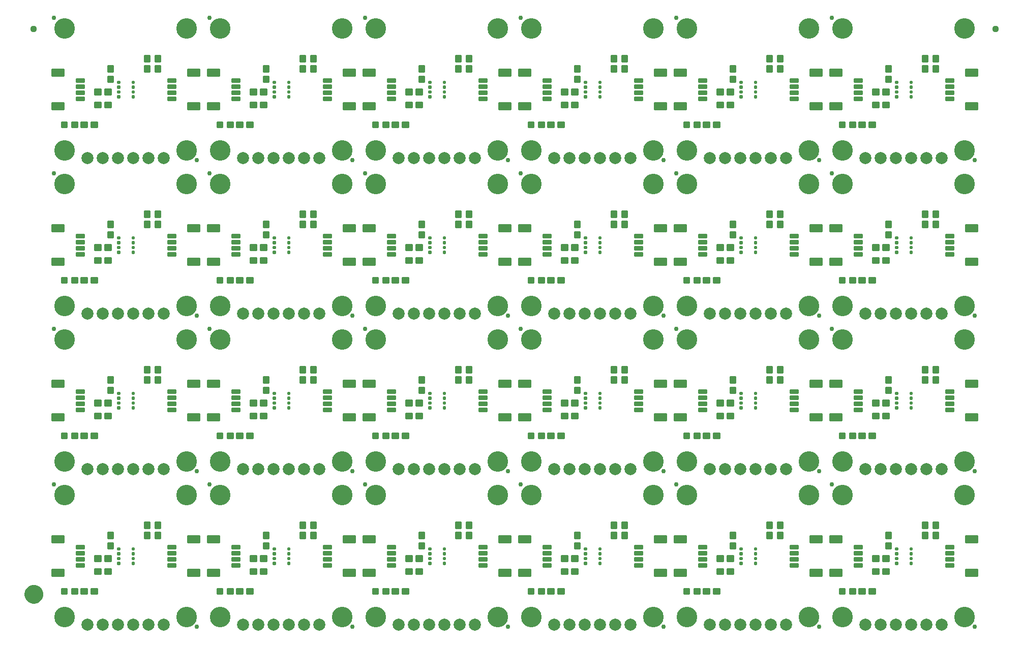
<source format=gts>
G04 EAGLE Gerber RS-274X export*
G75*
%MOMM*%
%FSLAX34Y34*%
%LPD*%
%INSoldermask Top*%
%IPPOS*%
%AMOC8*
5,1,8,0,0,1.08239X$1,22.5*%
G01*
%ADD10C,3.429000*%
%ADD11C,0.762000*%
%ADD12C,0.225588*%
%ADD13C,0.225369*%
%ADD14C,0.225400*%
%ADD15C,0.428259*%
%ADD16C,0.226609*%
%ADD17C,2.006600*%
%ADD18C,1.127000*%
%ADD19C,1.270000*%
%ADD20C,1.627000*%


D10*
X25400Y228600D03*
X228600Y228600D03*
D11*
X245110Y8890D03*
X7620Y246380D03*
D12*
X4543Y160507D02*
X4543Y149493D01*
X4543Y160507D02*
X23557Y160507D01*
X23557Y149493D01*
X4543Y149493D01*
X4543Y151636D02*
X23557Y151636D01*
X23557Y153779D02*
X4543Y153779D01*
X4543Y155922D02*
X23557Y155922D01*
X23557Y158065D02*
X4543Y158065D01*
X4543Y160208D02*
X23557Y160208D01*
X4543Y104507D02*
X4543Y93493D01*
X4543Y104507D02*
X23557Y104507D01*
X23557Y93493D01*
X4543Y93493D01*
X4543Y95636D02*
X23557Y95636D01*
X23557Y97779D02*
X4543Y97779D01*
X4543Y99922D02*
X23557Y99922D01*
X23557Y102065D02*
X4543Y102065D01*
X4543Y104208D02*
X23557Y104208D01*
D13*
X44542Y139492D02*
X44542Y144508D01*
X57058Y144508D01*
X57058Y139492D01*
X44542Y139492D01*
X44542Y141633D02*
X57058Y141633D01*
X57058Y143774D02*
X44542Y143774D01*
X44542Y134508D02*
X44542Y129492D01*
X44542Y134508D02*
X57058Y134508D01*
X57058Y129492D01*
X44542Y129492D01*
X44542Y131633D02*
X57058Y131633D01*
X57058Y133774D02*
X44542Y133774D01*
X44542Y124508D02*
X44542Y119492D01*
X44542Y124508D02*
X57058Y124508D01*
X57058Y119492D01*
X44542Y119492D01*
X44542Y121633D02*
X57058Y121633D01*
X57058Y123774D02*
X44542Y123774D01*
X44542Y114508D02*
X44542Y109492D01*
X44542Y114508D02*
X57058Y114508D01*
X57058Y109492D01*
X44542Y109492D01*
X44542Y111633D02*
X57058Y111633D01*
X57058Y113774D02*
X44542Y113774D01*
D12*
X249457Y104507D02*
X249457Y93493D01*
X230443Y93493D01*
X230443Y104507D01*
X249457Y104507D01*
X249457Y95636D02*
X230443Y95636D01*
X230443Y97779D02*
X249457Y97779D01*
X249457Y99922D02*
X230443Y99922D01*
X230443Y102065D02*
X249457Y102065D01*
X249457Y104208D02*
X230443Y104208D01*
X249457Y149493D02*
X249457Y160507D01*
X249457Y149493D02*
X230443Y149493D01*
X230443Y160507D01*
X249457Y160507D01*
X249457Y151636D02*
X230443Y151636D01*
X230443Y153779D02*
X249457Y153779D01*
X249457Y155922D02*
X230443Y155922D01*
X230443Y158065D02*
X249457Y158065D01*
X249457Y160208D02*
X230443Y160208D01*
D13*
X209458Y114508D02*
X209458Y109492D01*
X196942Y109492D01*
X196942Y114508D01*
X209458Y114508D01*
X209458Y111633D02*
X196942Y111633D01*
X196942Y113774D02*
X209458Y113774D01*
X209458Y119492D02*
X209458Y124508D01*
X209458Y119492D02*
X196942Y119492D01*
X196942Y124508D01*
X209458Y124508D01*
X209458Y121633D02*
X196942Y121633D01*
X196942Y123774D02*
X209458Y123774D01*
X209458Y129492D02*
X209458Y134508D01*
X209458Y129492D02*
X196942Y129492D01*
X196942Y134508D01*
X209458Y134508D01*
X209458Y131633D02*
X196942Y131633D01*
X196942Y133774D02*
X209458Y133774D01*
X209458Y139492D02*
X209458Y144508D01*
X209458Y139492D02*
X196942Y139492D01*
X196942Y144508D01*
X209458Y144508D01*
X209458Y141633D02*
X196942Y141633D01*
X196942Y143774D02*
X209458Y143774D01*
D14*
X62548Y64072D02*
X52532Y64072D01*
X52532Y73088D01*
X62548Y73088D01*
X62548Y64072D01*
X62548Y66213D02*
X52532Y66213D01*
X52532Y68354D02*
X62548Y68354D01*
X62548Y70495D02*
X52532Y70495D01*
X52532Y72636D02*
X62548Y72636D01*
X69532Y64072D02*
X79548Y64072D01*
X69532Y64072D02*
X69532Y73088D01*
X79548Y73088D01*
X79548Y64072D01*
X79548Y66213D02*
X69532Y66213D01*
X69532Y68354D02*
X79548Y68354D01*
X79548Y70495D02*
X69532Y70495D01*
X69532Y72636D02*
X79548Y72636D01*
D15*
X27744Y72074D02*
X27744Y65086D01*
X20756Y65086D01*
X20756Y72074D01*
X27744Y72074D01*
X27744Y69155D02*
X20756Y69155D01*
X45284Y72074D02*
X45284Y65086D01*
X38296Y65086D01*
X38296Y72074D01*
X45284Y72074D01*
X45284Y69155D02*
X38296Y69155D01*
D14*
X184848Y156672D02*
X184848Y166688D01*
X184848Y156672D02*
X175832Y156672D01*
X175832Y166688D01*
X184848Y166688D01*
X184848Y158813D02*
X175832Y158813D01*
X175832Y160954D02*
X184848Y160954D01*
X184848Y163095D02*
X175832Y163095D01*
X175832Y165236D02*
X184848Y165236D01*
X184848Y173672D02*
X184848Y183688D01*
X184848Y173672D02*
X175832Y173672D01*
X175832Y183688D01*
X184848Y183688D01*
X184848Y175813D02*
X175832Y175813D01*
X175832Y177954D02*
X184848Y177954D01*
X184848Y180095D02*
X175832Y180095D01*
X175832Y182236D02*
X184848Y182236D01*
X167068Y166688D02*
X167068Y156672D01*
X158052Y156672D01*
X158052Y166688D01*
X167068Y166688D01*
X167068Y158813D02*
X158052Y158813D01*
X158052Y160954D02*
X167068Y160954D01*
X167068Y163095D02*
X158052Y163095D01*
X158052Y165236D02*
X167068Y165236D01*
X167068Y173672D02*
X167068Y183688D01*
X167068Y173672D02*
X158052Y173672D01*
X158052Y183688D01*
X167068Y183688D01*
X167068Y175813D02*
X158052Y175813D01*
X158052Y177954D02*
X167068Y177954D01*
X167068Y180095D02*
X158052Y180095D01*
X158052Y182236D02*
X167068Y182236D01*
D10*
X228600Y25400D03*
X25400Y25400D03*
D16*
X137498Y137498D02*
X140502Y137498D01*
X137498Y137498D02*
X137498Y140502D01*
X140502Y140502D01*
X140502Y137498D01*
X140502Y139651D02*
X137498Y139651D01*
X137498Y129498D02*
X140502Y129498D01*
X137498Y129498D02*
X137498Y132502D01*
X140502Y132502D01*
X140502Y129498D01*
X140502Y131651D02*
X137498Y131651D01*
X137498Y121498D02*
X140502Y121498D01*
X137498Y121498D02*
X137498Y124502D01*
X140502Y124502D01*
X140502Y121498D01*
X140502Y123651D02*
X137498Y123651D01*
X137498Y113498D02*
X140502Y113498D01*
X137498Y113498D02*
X137498Y116502D01*
X140502Y116502D01*
X140502Y113498D01*
X140502Y115651D02*
X137498Y115651D01*
X116502Y113498D02*
X113498Y113498D01*
X113498Y116502D01*
X116502Y116502D01*
X116502Y113498D01*
X116502Y115651D02*
X113498Y115651D01*
X113498Y121498D02*
X116502Y121498D01*
X113498Y121498D02*
X113498Y124502D01*
X116502Y124502D01*
X116502Y121498D01*
X116502Y123651D02*
X113498Y123651D01*
X113498Y129498D02*
X116502Y129498D01*
X113498Y129498D02*
X113498Y132502D01*
X116502Y132502D01*
X116502Y129498D01*
X116502Y131651D02*
X113498Y131651D01*
X113498Y137498D02*
X116502Y137498D01*
X113498Y137498D02*
X113498Y140502D01*
X116502Y140502D01*
X116502Y137498D01*
X116502Y139651D02*
X113498Y139651D01*
D14*
X102408Y127698D02*
X92392Y127698D01*
X102408Y127698D02*
X102408Y118682D01*
X92392Y118682D01*
X92392Y127698D01*
X92392Y120823D02*
X102408Y120823D01*
X102408Y122964D02*
X92392Y122964D01*
X92392Y125105D02*
X102408Y125105D01*
X102408Y127246D02*
X92392Y127246D01*
X85408Y127698D02*
X75392Y127698D01*
X85408Y127698D02*
X85408Y118682D01*
X75392Y118682D01*
X75392Y127698D01*
X75392Y120823D02*
X85408Y120823D01*
X85408Y122964D02*
X75392Y122964D01*
X75392Y125105D02*
X85408Y125105D01*
X85408Y127246D02*
X75392Y127246D01*
X106108Y139282D02*
X106108Y149298D01*
X106108Y139282D02*
X97092Y139282D01*
X97092Y149298D01*
X106108Y149298D01*
X106108Y141423D02*
X97092Y141423D01*
X97092Y143564D02*
X106108Y143564D01*
X106108Y145705D02*
X97092Y145705D01*
X97092Y147846D02*
X106108Y147846D01*
X106108Y156282D02*
X106108Y166298D01*
X106108Y156282D02*
X97092Y156282D01*
X97092Y166298D01*
X106108Y166298D01*
X106108Y158423D02*
X97092Y158423D01*
X97092Y160564D02*
X106108Y160564D01*
X106108Y162705D02*
X97092Y162705D01*
X97092Y164846D02*
X106108Y164846D01*
D17*
X190500Y12700D03*
X165100Y12700D03*
X139700Y12700D03*
X114300Y12700D03*
X88900Y12700D03*
X63500Y12700D03*
D14*
X75392Y97092D02*
X85408Y97092D01*
X75392Y97092D02*
X75392Y106108D01*
X85408Y106108D01*
X85408Y97092D01*
X85408Y99233D02*
X75392Y99233D01*
X75392Y101374D02*
X85408Y101374D01*
X85408Y103515D02*
X75392Y103515D01*
X75392Y105656D02*
X85408Y105656D01*
X92392Y97092D02*
X102408Y97092D01*
X92392Y97092D02*
X92392Y106108D01*
X102408Y106108D01*
X102408Y97092D01*
X102408Y99233D02*
X92392Y99233D01*
X92392Y101374D02*
X102408Y101374D01*
X102408Y103515D02*
X92392Y103515D01*
X92392Y105656D02*
X102408Y105656D01*
D10*
X284480Y228600D03*
X487680Y228600D03*
D11*
X504190Y8890D03*
X266700Y246380D03*
D12*
X263623Y160507D02*
X263623Y149493D01*
X263623Y160507D02*
X282637Y160507D01*
X282637Y149493D01*
X263623Y149493D01*
X263623Y151636D02*
X282637Y151636D01*
X282637Y153779D02*
X263623Y153779D01*
X263623Y155922D02*
X282637Y155922D01*
X282637Y158065D02*
X263623Y158065D01*
X263623Y160208D02*
X282637Y160208D01*
X263623Y104507D02*
X263623Y93493D01*
X263623Y104507D02*
X282637Y104507D01*
X282637Y93493D01*
X263623Y93493D01*
X263623Y95636D02*
X282637Y95636D01*
X282637Y97779D02*
X263623Y97779D01*
X263623Y99922D02*
X282637Y99922D01*
X282637Y102065D02*
X263623Y102065D01*
X263623Y104208D02*
X282637Y104208D01*
D13*
X303622Y139492D02*
X303622Y144508D01*
X316138Y144508D01*
X316138Y139492D01*
X303622Y139492D01*
X303622Y141633D02*
X316138Y141633D01*
X316138Y143774D02*
X303622Y143774D01*
X303622Y134508D02*
X303622Y129492D01*
X303622Y134508D02*
X316138Y134508D01*
X316138Y129492D01*
X303622Y129492D01*
X303622Y131633D02*
X316138Y131633D01*
X316138Y133774D02*
X303622Y133774D01*
X303622Y124508D02*
X303622Y119492D01*
X303622Y124508D02*
X316138Y124508D01*
X316138Y119492D01*
X303622Y119492D01*
X303622Y121633D02*
X316138Y121633D01*
X316138Y123774D02*
X303622Y123774D01*
X303622Y114508D02*
X303622Y109492D01*
X303622Y114508D02*
X316138Y114508D01*
X316138Y109492D01*
X303622Y109492D01*
X303622Y111633D02*
X316138Y111633D01*
X316138Y113774D02*
X303622Y113774D01*
D12*
X508537Y104507D02*
X508537Y93493D01*
X489523Y93493D01*
X489523Y104507D01*
X508537Y104507D01*
X508537Y95636D02*
X489523Y95636D01*
X489523Y97779D02*
X508537Y97779D01*
X508537Y99922D02*
X489523Y99922D01*
X489523Y102065D02*
X508537Y102065D01*
X508537Y104208D02*
X489523Y104208D01*
X508537Y149493D02*
X508537Y160507D01*
X508537Y149493D02*
X489523Y149493D01*
X489523Y160507D01*
X508537Y160507D01*
X508537Y151636D02*
X489523Y151636D01*
X489523Y153779D02*
X508537Y153779D01*
X508537Y155922D02*
X489523Y155922D01*
X489523Y158065D02*
X508537Y158065D01*
X508537Y160208D02*
X489523Y160208D01*
D13*
X468538Y114508D02*
X468538Y109492D01*
X456022Y109492D01*
X456022Y114508D01*
X468538Y114508D01*
X468538Y111633D02*
X456022Y111633D01*
X456022Y113774D02*
X468538Y113774D01*
X468538Y119492D02*
X468538Y124508D01*
X468538Y119492D02*
X456022Y119492D01*
X456022Y124508D01*
X468538Y124508D01*
X468538Y121633D02*
X456022Y121633D01*
X456022Y123774D02*
X468538Y123774D01*
X468538Y129492D02*
X468538Y134508D01*
X468538Y129492D02*
X456022Y129492D01*
X456022Y134508D01*
X468538Y134508D01*
X468538Y131633D02*
X456022Y131633D01*
X456022Y133774D02*
X468538Y133774D01*
X468538Y139492D02*
X468538Y144508D01*
X468538Y139492D02*
X456022Y139492D01*
X456022Y144508D01*
X468538Y144508D01*
X468538Y141633D02*
X456022Y141633D01*
X456022Y143774D02*
X468538Y143774D01*
D14*
X321628Y64072D02*
X311612Y64072D01*
X311612Y73088D01*
X321628Y73088D01*
X321628Y64072D01*
X321628Y66213D02*
X311612Y66213D01*
X311612Y68354D02*
X321628Y68354D01*
X321628Y70495D02*
X311612Y70495D01*
X311612Y72636D02*
X321628Y72636D01*
X328612Y64072D02*
X338628Y64072D01*
X328612Y64072D02*
X328612Y73088D01*
X338628Y73088D01*
X338628Y64072D01*
X338628Y66213D02*
X328612Y66213D01*
X328612Y68354D02*
X338628Y68354D01*
X338628Y70495D02*
X328612Y70495D01*
X328612Y72636D02*
X338628Y72636D01*
D15*
X286824Y72074D02*
X286824Y65086D01*
X279836Y65086D01*
X279836Y72074D01*
X286824Y72074D01*
X286824Y69155D02*
X279836Y69155D01*
X304364Y72074D02*
X304364Y65086D01*
X297376Y65086D01*
X297376Y72074D01*
X304364Y72074D01*
X304364Y69155D02*
X297376Y69155D01*
D14*
X443928Y156672D02*
X443928Y166688D01*
X443928Y156672D02*
X434912Y156672D01*
X434912Y166688D01*
X443928Y166688D01*
X443928Y158813D02*
X434912Y158813D01*
X434912Y160954D02*
X443928Y160954D01*
X443928Y163095D02*
X434912Y163095D01*
X434912Y165236D02*
X443928Y165236D01*
X443928Y173672D02*
X443928Y183688D01*
X443928Y173672D02*
X434912Y173672D01*
X434912Y183688D01*
X443928Y183688D01*
X443928Y175813D02*
X434912Y175813D01*
X434912Y177954D02*
X443928Y177954D01*
X443928Y180095D02*
X434912Y180095D01*
X434912Y182236D02*
X443928Y182236D01*
X426148Y166688D02*
X426148Y156672D01*
X417132Y156672D01*
X417132Y166688D01*
X426148Y166688D01*
X426148Y158813D02*
X417132Y158813D01*
X417132Y160954D02*
X426148Y160954D01*
X426148Y163095D02*
X417132Y163095D01*
X417132Y165236D02*
X426148Y165236D01*
X426148Y173672D02*
X426148Y183688D01*
X426148Y173672D02*
X417132Y173672D01*
X417132Y183688D01*
X426148Y183688D01*
X426148Y175813D02*
X417132Y175813D01*
X417132Y177954D02*
X426148Y177954D01*
X426148Y180095D02*
X417132Y180095D01*
X417132Y182236D02*
X426148Y182236D01*
D10*
X487680Y25400D03*
X284480Y25400D03*
D16*
X396578Y137498D02*
X399582Y137498D01*
X396578Y137498D02*
X396578Y140502D01*
X399582Y140502D01*
X399582Y137498D01*
X399582Y139651D02*
X396578Y139651D01*
X396578Y129498D02*
X399582Y129498D01*
X396578Y129498D02*
X396578Y132502D01*
X399582Y132502D01*
X399582Y129498D01*
X399582Y131651D02*
X396578Y131651D01*
X396578Y121498D02*
X399582Y121498D01*
X396578Y121498D02*
X396578Y124502D01*
X399582Y124502D01*
X399582Y121498D01*
X399582Y123651D02*
X396578Y123651D01*
X396578Y113498D02*
X399582Y113498D01*
X396578Y113498D02*
X396578Y116502D01*
X399582Y116502D01*
X399582Y113498D01*
X399582Y115651D02*
X396578Y115651D01*
X375582Y113498D02*
X372578Y113498D01*
X372578Y116502D01*
X375582Y116502D01*
X375582Y113498D01*
X375582Y115651D02*
X372578Y115651D01*
X372578Y121498D02*
X375582Y121498D01*
X372578Y121498D02*
X372578Y124502D01*
X375582Y124502D01*
X375582Y121498D01*
X375582Y123651D02*
X372578Y123651D01*
X372578Y129498D02*
X375582Y129498D01*
X372578Y129498D02*
X372578Y132502D01*
X375582Y132502D01*
X375582Y129498D01*
X375582Y131651D02*
X372578Y131651D01*
X372578Y137498D02*
X375582Y137498D01*
X372578Y137498D02*
X372578Y140502D01*
X375582Y140502D01*
X375582Y137498D01*
X375582Y139651D02*
X372578Y139651D01*
D14*
X361488Y127698D02*
X351472Y127698D01*
X361488Y127698D02*
X361488Y118682D01*
X351472Y118682D01*
X351472Y127698D01*
X351472Y120823D02*
X361488Y120823D01*
X361488Y122964D02*
X351472Y122964D01*
X351472Y125105D02*
X361488Y125105D01*
X361488Y127246D02*
X351472Y127246D01*
X344488Y127698D02*
X334472Y127698D01*
X344488Y127698D02*
X344488Y118682D01*
X334472Y118682D01*
X334472Y127698D01*
X334472Y120823D02*
X344488Y120823D01*
X344488Y122964D02*
X334472Y122964D01*
X334472Y125105D02*
X344488Y125105D01*
X344488Y127246D02*
X334472Y127246D01*
X365188Y139282D02*
X365188Y149298D01*
X365188Y139282D02*
X356172Y139282D01*
X356172Y149298D01*
X365188Y149298D01*
X365188Y141423D02*
X356172Y141423D01*
X356172Y143564D02*
X365188Y143564D01*
X365188Y145705D02*
X356172Y145705D01*
X356172Y147846D02*
X365188Y147846D01*
X365188Y156282D02*
X365188Y166298D01*
X365188Y156282D02*
X356172Y156282D01*
X356172Y166298D01*
X365188Y166298D01*
X365188Y158423D02*
X356172Y158423D01*
X356172Y160564D02*
X365188Y160564D01*
X365188Y162705D02*
X356172Y162705D01*
X356172Y164846D02*
X365188Y164846D01*
D17*
X449580Y12700D03*
X424180Y12700D03*
X398780Y12700D03*
X373380Y12700D03*
X347980Y12700D03*
X322580Y12700D03*
D14*
X334472Y97092D02*
X344488Y97092D01*
X334472Y97092D02*
X334472Y106108D01*
X344488Y106108D01*
X344488Y97092D01*
X344488Y99233D02*
X334472Y99233D01*
X334472Y101374D02*
X344488Y101374D01*
X344488Y103515D02*
X334472Y103515D01*
X334472Y105656D02*
X344488Y105656D01*
X351472Y97092D02*
X361488Y97092D01*
X351472Y97092D02*
X351472Y106108D01*
X361488Y106108D01*
X361488Y97092D01*
X361488Y99233D02*
X351472Y99233D01*
X351472Y101374D02*
X361488Y101374D01*
X361488Y103515D02*
X351472Y103515D01*
X351472Y105656D02*
X361488Y105656D01*
D10*
X543560Y228600D03*
X746760Y228600D03*
D11*
X763270Y8890D03*
X525780Y246380D03*
D12*
X522703Y160507D02*
X522703Y149493D01*
X522703Y160507D02*
X541717Y160507D01*
X541717Y149493D01*
X522703Y149493D01*
X522703Y151636D02*
X541717Y151636D01*
X541717Y153779D02*
X522703Y153779D01*
X522703Y155922D02*
X541717Y155922D01*
X541717Y158065D02*
X522703Y158065D01*
X522703Y160208D02*
X541717Y160208D01*
X522703Y104507D02*
X522703Y93493D01*
X522703Y104507D02*
X541717Y104507D01*
X541717Y93493D01*
X522703Y93493D01*
X522703Y95636D02*
X541717Y95636D01*
X541717Y97779D02*
X522703Y97779D01*
X522703Y99922D02*
X541717Y99922D01*
X541717Y102065D02*
X522703Y102065D01*
X522703Y104208D02*
X541717Y104208D01*
D13*
X562702Y139492D02*
X562702Y144508D01*
X575218Y144508D01*
X575218Y139492D01*
X562702Y139492D01*
X562702Y141633D02*
X575218Y141633D01*
X575218Y143774D02*
X562702Y143774D01*
X562702Y134508D02*
X562702Y129492D01*
X562702Y134508D02*
X575218Y134508D01*
X575218Y129492D01*
X562702Y129492D01*
X562702Y131633D02*
X575218Y131633D01*
X575218Y133774D02*
X562702Y133774D01*
X562702Y124508D02*
X562702Y119492D01*
X562702Y124508D02*
X575218Y124508D01*
X575218Y119492D01*
X562702Y119492D01*
X562702Y121633D02*
X575218Y121633D01*
X575218Y123774D02*
X562702Y123774D01*
X562702Y114508D02*
X562702Y109492D01*
X562702Y114508D02*
X575218Y114508D01*
X575218Y109492D01*
X562702Y109492D01*
X562702Y111633D02*
X575218Y111633D01*
X575218Y113774D02*
X562702Y113774D01*
D12*
X767617Y104507D02*
X767617Y93493D01*
X748603Y93493D01*
X748603Y104507D01*
X767617Y104507D01*
X767617Y95636D02*
X748603Y95636D01*
X748603Y97779D02*
X767617Y97779D01*
X767617Y99922D02*
X748603Y99922D01*
X748603Y102065D02*
X767617Y102065D01*
X767617Y104208D02*
X748603Y104208D01*
X767617Y149493D02*
X767617Y160507D01*
X767617Y149493D02*
X748603Y149493D01*
X748603Y160507D01*
X767617Y160507D01*
X767617Y151636D02*
X748603Y151636D01*
X748603Y153779D02*
X767617Y153779D01*
X767617Y155922D02*
X748603Y155922D01*
X748603Y158065D02*
X767617Y158065D01*
X767617Y160208D02*
X748603Y160208D01*
D13*
X727618Y114508D02*
X727618Y109492D01*
X715102Y109492D01*
X715102Y114508D01*
X727618Y114508D01*
X727618Y111633D02*
X715102Y111633D01*
X715102Y113774D02*
X727618Y113774D01*
X727618Y119492D02*
X727618Y124508D01*
X727618Y119492D02*
X715102Y119492D01*
X715102Y124508D01*
X727618Y124508D01*
X727618Y121633D02*
X715102Y121633D01*
X715102Y123774D02*
X727618Y123774D01*
X727618Y129492D02*
X727618Y134508D01*
X727618Y129492D02*
X715102Y129492D01*
X715102Y134508D01*
X727618Y134508D01*
X727618Y131633D02*
X715102Y131633D01*
X715102Y133774D02*
X727618Y133774D01*
X727618Y139492D02*
X727618Y144508D01*
X727618Y139492D02*
X715102Y139492D01*
X715102Y144508D01*
X727618Y144508D01*
X727618Y141633D02*
X715102Y141633D01*
X715102Y143774D02*
X727618Y143774D01*
D14*
X580708Y64072D02*
X570692Y64072D01*
X570692Y73088D01*
X580708Y73088D01*
X580708Y64072D01*
X580708Y66213D02*
X570692Y66213D01*
X570692Y68354D02*
X580708Y68354D01*
X580708Y70495D02*
X570692Y70495D01*
X570692Y72636D02*
X580708Y72636D01*
X587692Y64072D02*
X597708Y64072D01*
X587692Y64072D02*
X587692Y73088D01*
X597708Y73088D01*
X597708Y64072D01*
X597708Y66213D02*
X587692Y66213D01*
X587692Y68354D02*
X597708Y68354D01*
X597708Y70495D02*
X587692Y70495D01*
X587692Y72636D02*
X597708Y72636D01*
D15*
X545904Y72074D02*
X545904Y65086D01*
X538916Y65086D01*
X538916Y72074D01*
X545904Y72074D01*
X545904Y69155D02*
X538916Y69155D01*
X563444Y72074D02*
X563444Y65086D01*
X556456Y65086D01*
X556456Y72074D01*
X563444Y72074D01*
X563444Y69155D02*
X556456Y69155D01*
D14*
X703008Y156672D02*
X703008Y166688D01*
X703008Y156672D02*
X693992Y156672D01*
X693992Y166688D01*
X703008Y166688D01*
X703008Y158813D02*
X693992Y158813D01*
X693992Y160954D02*
X703008Y160954D01*
X703008Y163095D02*
X693992Y163095D01*
X693992Y165236D02*
X703008Y165236D01*
X703008Y173672D02*
X703008Y183688D01*
X703008Y173672D02*
X693992Y173672D01*
X693992Y183688D01*
X703008Y183688D01*
X703008Y175813D02*
X693992Y175813D01*
X693992Y177954D02*
X703008Y177954D01*
X703008Y180095D02*
X693992Y180095D01*
X693992Y182236D02*
X703008Y182236D01*
X685228Y166688D02*
X685228Y156672D01*
X676212Y156672D01*
X676212Y166688D01*
X685228Y166688D01*
X685228Y158813D02*
X676212Y158813D01*
X676212Y160954D02*
X685228Y160954D01*
X685228Y163095D02*
X676212Y163095D01*
X676212Y165236D02*
X685228Y165236D01*
X685228Y173672D02*
X685228Y183688D01*
X685228Y173672D02*
X676212Y173672D01*
X676212Y183688D01*
X685228Y183688D01*
X685228Y175813D02*
X676212Y175813D01*
X676212Y177954D02*
X685228Y177954D01*
X685228Y180095D02*
X676212Y180095D01*
X676212Y182236D02*
X685228Y182236D01*
D10*
X746760Y25400D03*
X543560Y25400D03*
D16*
X655658Y137498D02*
X658662Y137498D01*
X655658Y137498D02*
X655658Y140502D01*
X658662Y140502D01*
X658662Y137498D01*
X658662Y139651D02*
X655658Y139651D01*
X655658Y129498D02*
X658662Y129498D01*
X655658Y129498D02*
X655658Y132502D01*
X658662Y132502D01*
X658662Y129498D01*
X658662Y131651D02*
X655658Y131651D01*
X655658Y121498D02*
X658662Y121498D01*
X655658Y121498D02*
X655658Y124502D01*
X658662Y124502D01*
X658662Y121498D01*
X658662Y123651D02*
X655658Y123651D01*
X655658Y113498D02*
X658662Y113498D01*
X655658Y113498D02*
X655658Y116502D01*
X658662Y116502D01*
X658662Y113498D01*
X658662Y115651D02*
X655658Y115651D01*
X634662Y113498D02*
X631658Y113498D01*
X631658Y116502D01*
X634662Y116502D01*
X634662Y113498D01*
X634662Y115651D02*
X631658Y115651D01*
X631658Y121498D02*
X634662Y121498D01*
X631658Y121498D02*
X631658Y124502D01*
X634662Y124502D01*
X634662Y121498D01*
X634662Y123651D02*
X631658Y123651D01*
X631658Y129498D02*
X634662Y129498D01*
X631658Y129498D02*
X631658Y132502D01*
X634662Y132502D01*
X634662Y129498D01*
X634662Y131651D02*
X631658Y131651D01*
X631658Y137498D02*
X634662Y137498D01*
X631658Y137498D02*
X631658Y140502D01*
X634662Y140502D01*
X634662Y137498D01*
X634662Y139651D02*
X631658Y139651D01*
D14*
X620568Y127698D02*
X610552Y127698D01*
X620568Y127698D02*
X620568Y118682D01*
X610552Y118682D01*
X610552Y127698D01*
X610552Y120823D02*
X620568Y120823D01*
X620568Y122964D02*
X610552Y122964D01*
X610552Y125105D02*
X620568Y125105D01*
X620568Y127246D02*
X610552Y127246D01*
X603568Y127698D02*
X593552Y127698D01*
X603568Y127698D02*
X603568Y118682D01*
X593552Y118682D01*
X593552Y127698D01*
X593552Y120823D02*
X603568Y120823D01*
X603568Y122964D02*
X593552Y122964D01*
X593552Y125105D02*
X603568Y125105D01*
X603568Y127246D02*
X593552Y127246D01*
X624268Y139282D02*
X624268Y149298D01*
X624268Y139282D02*
X615252Y139282D01*
X615252Y149298D01*
X624268Y149298D01*
X624268Y141423D02*
X615252Y141423D01*
X615252Y143564D02*
X624268Y143564D01*
X624268Y145705D02*
X615252Y145705D01*
X615252Y147846D02*
X624268Y147846D01*
X624268Y156282D02*
X624268Y166298D01*
X624268Y156282D02*
X615252Y156282D01*
X615252Y166298D01*
X624268Y166298D01*
X624268Y158423D02*
X615252Y158423D01*
X615252Y160564D02*
X624268Y160564D01*
X624268Y162705D02*
X615252Y162705D01*
X615252Y164846D02*
X624268Y164846D01*
D17*
X708660Y12700D03*
X683260Y12700D03*
X657860Y12700D03*
X632460Y12700D03*
X607060Y12700D03*
X581660Y12700D03*
D14*
X593552Y97092D02*
X603568Y97092D01*
X593552Y97092D02*
X593552Y106108D01*
X603568Y106108D01*
X603568Y97092D01*
X603568Y99233D02*
X593552Y99233D01*
X593552Y101374D02*
X603568Y101374D01*
X603568Y103515D02*
X593552Y103515D01*
X593552Y105656D02*
X603568Y105656D01*
X610552Y97092D02*
X620568Y97092D01*
X610552Y97092D02*
X610552Y106108D01*
X620568Y106108D01*
X620568Y97092D01*
X620568Y99233D02*
X610552Y99233D01*
X610552Y101374D02*
X620568Y101374D01*
X620568Y103515D02*
X610552Y103515D01*
X610552Y105656D02*
X620568Y105656D01*
D10*
X802640Y228600D03*
X1005840Y228600D03*
D11*
X1022350Y8890D03*
X784860Y246380D03*
D12*
X781783Y160507D02*
X781783Y149493D01*
X781783Y160507D02*
X800797Y160507D01*
X800797Y149493D01*
X781783Y149493D01*
X781783Y151636D02*
X800797Y151636D01*
X800797Y153779D02*
X781783Y153779D01*
X781783Y155922D02*
X800797Y155922D01*
X800797Y158065D02*
X781783Y158065D01*
X781783Y160208D02*
X800797Y160208D01*
X781783Y104507D02*
X781783Y93493D01*
X781783Y104507D02*
X800797Y104507D01*
X800797Y93493D01*
X781783Y93493D01*
X781783Y95636D02*
X800797Y95636D01*
X800797Y97779D02*
X781783Y97779D01*
X781783Y99922D02*
X800797Y99922D01*
X800797Y102065D02*
X781783Y102065D01*
X781783Y104208D02*
X800797Y104208D01*
D13*
X821782Y139492D02*
X821782Y144508D01*
X834298Y144508D01*
X834298Y139492D01*
X821782Y139492D01*
X821782Y141633D02*
X834298Y141633D01*
X834298Y143774D02*
X821782Y143774D01*
X821782Y134508D02*
X821782Y129492D01*
X821782Y134508D02*
X834298Y134508D01*
X834298Y129492D01*
X821782Y129492D01*
X821782Y131633D02*
X834298Y131633D01*
X834298Y133774D02*
X821782Y133774D01*
X821782Y124508D02*
X821782Y119492D01*
X821782Y124508D02*
X834298Y124508D01*
X834298Y119492D01*
X821782Y119492D01*
X821782Y121633D02*
X834298Y121633D01*
X834298Y123774D02*
X821782Y123774D01*
X821782Y114508D02*
X821782Y109492D01*
X821782Y114508D02*
X834298Y114508D01*
X834298Y109492D01*
X821782Y109492D01*
X821782Y111633D02*
X834298Y111633D01*
X834298Y113774D02*
X821782Y113774D01*
D12*
X1026697Y104507D02*
X1026697Y93493D01*
X1007683Y93493D01*
X1007683Y104507D01*
X1026697Y104507D01*
X1026697Y95636D02*
X1007683Y95636D01*
X1007683Y97779D02*
X1026697Y97779D01*
X1026697Y99922D02*
X1007683Y99922D01*
X1007683Y102065D02*
X1026697Y102065D01*
X1026697Y104208D02*
X1007683Y104208D01*
X1026697Y149493D02*
X1026697Y160507D01*
X1026697Y149493D02*
X1007683Y149493D01*
X1007683Y160507D01*
X1026697Y160507D01*
X1026697Y151636D02*
X1007683Y151636D01*
X1007683Y153779D02*
X1026697Y153779D01*
X1026697Y155922D02*
X1007683Y155922D01*
X1007683Y158065D02*
X1026697Y158065D01*
X1026697Y160208D02*
X1007683Y160208D01*
D13*
X986698Y114508D02*
X986698Y109492D01*
X974182Y109492D01*
X974182Y114508D01*
X986698Y114508D01*
X986698Y111633D02*
X974182Y111633D01*
X974182Y113774D02*
X986698Y113774D01*
X986698Y119492D02*
X986698Y124508D01*
X986698Y119492D02*
X974182Y119492D01*
X974182Y124508D01*
X986698Y124508D01*
X986698Y121633D02*
X974182Y121633D01*
X974182Y123774D02*
X986698Y123774D01*
X986698Y129492D02*
X986698Y134508D01*
X986698Y129492D02*
X974182Y129492D01*
X974182Y134508D01*
X986698Y134508D01*
X986698Y131633D02*
X974182Y131633D01*
X974182Y133774D02*
X986698Y133774D01*
X986698Y139492D02*
X986698Y144508D01*
X986698Y139492D02*
X974182Y139492D01*
X974182Y144508D01*
X986698Y144508D01*
X986698Y141633D02*
X974182Y141633D01*
X974182Y143774D02*
X986698Y143774D01*
D14*
X839788Y64072D02*
X829772Y64072D01*
X829772Y73088D01*
X839788Y73088D01*
X839788Y64072D01*
X839788Y66213D02*
X829772Y66213D01*
X829772Y68354D02*
X839788Y68354D01*
X839788Y70495D02*
X829772Y70495D01*
X829772Y72636D02*
X839788Y72636D01*
X846772Y64072D02*
X856788Y64072D01*
X846772Y64072D02*
X846772Y73088D01*
X856788Y73088D01*
X856788Y64072D01*
X856788Y66213D02*
X846772Y66213D01*
X846772Y68354D02*
X856788Y68354D01*
X856788Y70495D02*
X846772Y70495D01*
X846772Y72636D02*
X856788Y72636D01*
D15*
X804984Y72074D02*
X804984Y65086D01*
X797996Y65086D01*
X797996Y72074D01*
X804984Y72074D01*
X804984Y69155D02*
X797996Y69155D01*
X822524Y72074D02*
X822524Y65086D01*
X815536Y65086D01*
X815536Y72074D01*
X822524Y72074D01*
X822524Y69155D02*
X815536Y69155D01*
D14*
X962088Y156672D02*
X962088Y166688D01*
X962088Y156672D02*
X953072Y156672D01*
X953072Y166688D01*
X962088Y166688D01*
X962088Y158813D02*
X953072Y158813D01*
X953072Y160954D02*
X962088Y160954D01*
X962088Y163095D02*
X953072Y163095D01*
X953072Y165236D02*
X962088Y165236D01*
X962088Y173672D02*
X962088Y183688D01*
X962088Y173672D02*
X953072Y173672D01*
X953072Y183688D01*
X962088Y183688D01*
X962088Y175813D02*
X953072Y175813D01*
X953072Y177954D02*
X962088Y177954D01*
X962088Y180095D02*
X953072Y180095D01*
X953072Y182236D02*
X962088Y182236D01*
X944308Y166688D02*
X944308Y156672D01*
X935292Y156672D01*
X935292Y166688D01*
X944308Y166688D01*
X944308Y158813D02*
X935292Y158813D01*
X935292Y160954D02*
X944308Y160954D01*
X944308Y163095D02*
X935292Y163095D01*
X935292Y165236D02*
X944308Y165236D01*
X944308Y173672D02*
X944308Y183688D01*
X944308Y173672D02*
X935292Y173672D01*
X935292Y183688D01*
X944308Y183688D01*
X944308Y175813D02*
X935292Y175813D01*
X935292Y177954D02*
X944308Y177954D01*
X944308Y180095D02*
X935292Y180095D01*
X935292Y182236D02*
X944308Y182236D01*
D10*
X1005840Y25400D03*
X802640Y25400D03*
D16*
X914738Y137498D02*
X917742Y137498D01*
X914738Y137498D02*
X914738Y140502D01*
X917742Y140502D01*
X917742Y137498D01*
X917742Y139651D02*
X914738Y139651D01*
X914738Y129498D02*
X917742Y129498D01*
X914738Y129498D02*
X914738Y132502D01*
X917742Y132502D01*
X917742Y129498D01*
X917742Y131651D02*
X914738Y131651D01*
X914738Y121498D02*
X917742Y121498D01*
X914738Y121498D02*
X914738Y124502D01*
X917742Y124502D01*
X917742Y121498D01*
X917742Y123651D02*
X914738Y123651D01*
X914738Y113498D02*
X917742Y113498D01*
X914738Y113498D02*
X914738Y116502D01*
X917742Y116502D01*
X917742Y113498D01*
X917742Y115651D02*
X914738Y115651D01*
X893742Y113498D02*
X890738Y113498D01*
X890738Y116502D01*
X893742Y116502D01*
X893742Y113498D01*
X893742Y115651D02*
X890738Y115651D01*
X890738Y121498D02*
X893742Y121498D01*
X890738Y121498D02*
X890738Y124502D01*
X893742Y124502D01*
X893742Y121498D01*
X893742Y123651D02*
X890738Y123651D01*
X890738Y129498D02*
X893742Y129498D01*
X890738Y129498D02*
X890738Y132502D01*
X893742Y132502D01*
X893742Y129498D01*
X893742Y131651D02*
X890738Y131651D01*
X890738Y137498D02*
X893742Y137498D01*
X890738Y137498D02*
X890738Y140502D01*
X893742Y140502D01*
X893742Y137498D01*
X893742Y139651D02*
X890738Y139651D01*
D14*
X879648Y127698D02*
X869632Y127698D01*
X879648Y127698D02*
X879648Y118682D01*
X869632Y118682D01*
X869632Y127698D01*
X869632Y120823D02*
X879648Y120823D01*
X879648Y122964D02*
X869632Y122964D01*
X869632Y125105D02*
X879648Y125105D01*
X879648Y127246D02*
X869632Y127246D01*
X862648Y127698D02*
X852632Y127698D01*
X862648Y127698D02*
X862648Y118682D01*
X852632Y118682D01*
X852632Y127698D01*
X852632Y120823D02*
X862648Y120823D01*
X862648Y122964D02*
X852632Y122964D01*
X852632Y125105D02*
X862648Y125105D01*
X862648Y127246D02*
X852632Y127246D01*
X883348Y139282D02*
X883348Y149298D01*
X883348Y139282D02*
X874332Y139282D01*
X874332Y149298D01*
X883348Y149298D01*
X883348Y141423D02*
X874332Y141423D01*
X874332Y143564D02*
X883348Y143564D01*
X883348Y145705D02*
X874332Y145705D01*
X874332Y147846D02*
X883348Y147846D01*
X883348Y156282D02*
X883348Y166298D01*
X883348Y156282D02*
X874332Y156282D01*
X874332Y166298D01*
X883348Y166298D01*
X883348Y158423D02*
X874332Y158423D01*
X874332Y160564D02*
X883348Y160564D01*
X883348Y162705D02*
X874332Y162705D01*
X874332Y164846D02*
X883348Y164846D01*
D17*
X967740Y12700D03*
X942340Y12700D03*
X916940Y12700D03*
X891540Y12700D03*
X866140Y12700D03*
X840740Y12700D03*
D14*
X852632Y97092D02*
X862648Y97092D01*
X852632Y97092D02*
X852632Y106108D01*
X862648Y106108D01*
X862648Y97092D01*
X862648Y99233D02*
X852632Y99233D01*
X852632Y101374D02*
X862648Y101374D01*
X862648Y103515D02*
X852632Y103515D01*
X852632Y105656D02*
X862648Y105656D01*
X869632Y97092D02*
X879648Y97092D01*
X869632Y97092D02*
X869632Y106108D01*
X879648Y106108D01*
X879648Y97092D01*
X879648Y99233D02*
X869632Y99233D01*
X869632Y101374D02*
X879648Y101374D01*
X879648Y103515D02*
X869632Y103515D01*
X869632Y105656D02*
X879648Y105656D01*
D10*
X1061720Y228600D03*
X1264920Y228600D03*
D11*
X1281430Y8890D03*
X1043940Y246380D03*
D12*
X1040863Y160507D02*
X1040863Y149493D01*
X1040863Y160507D02*
X1059877Y160507D01*
X1059877Y149493D01*
X1040863Y149493D01*
X1040863Y151636D02*
X1059877Y151636D01*
X1059877Y153779D02*
X1040863Y153779D01*
X1040863Y155922D02*
X1059877Y155922D01*
X1059877Y158065D02*
X1040863Y158065D01*
X1040863Y160208D02*
X1059877Y160208D01*
X1040863Y104507D02*
X1040863Y93493D01*
X1040863Y104507D02*
X1059877Y104507D01*
X1059877Y93493D01*
X1040863Y93493D01*
X1040863Y95636D02*
X1059877Y95636D01*
X1059877Y97779D02*
X1040863Y97779D01*
X1040863Y99922D02*
X1059877Y99922D01*
X1059877Y102065D02*
X1040863Y102065D01*
X1040863Y104208D02*
X1059877Y104208D01*
D13*
X1080862Y139492D02*
X1080862Y144508D01*
X1093378Y144508D01*
X1093378Y139492D01*
X1080862Y139492D01*
X1080862Y141633D02*
X1093378Y141633D01*
X1093378Y143774D02*
X1080862Y143774D01*
X1080862Y134508D02*
X1080862Y129492D01*
X1080862Y134508D02*
X1093378Y134508D01*
X1093378Y129492D01*
X1080862Y129492D01*
X1080862Y131633D02*
X1093378Y131633D01*
X1093378Y133774D02*
X1080862Y133774D01*
X1080862Y124508D02*
X1080862Y119492D01*
X1080862Y124508D02*
X1093378Y124508D01*
X1093378Y119492D01*
X1080862Y119492D01*
X1080862Y121633D02*
X1093378Y121633D01*
X1093378Y123774D02*
X1080862Y123774D01*
X1080862Y114508D02*
X1080862Y109492D01*
X1080862Y114508D02*
X1093378Y114508D01*
X1093378Y109492D01*
X1080862Y109492D01*
X1080862Y111633D02*
X1093378Y111633D01*
X1093378Y113774D02*
X1080862Y113774D01*
D12*
X1285777Y104507D02*
X1285777Y93493D01*
X1266763Y93493D01*
X1266763Y104507D01*
X1285777Y104507D01*
X1285777Y95636D02*
X1266763Y95636D01*
X1266763Y97779D02*
X1285777Y97779D01*
X1285777Y99922D02*
X1266763Y99922D01*
X1266763Y102065D02*
X1285777Y102065D01*
X1285777Y104208D02*
X1266763Y104208D01*
X1285777Y149493D02*
X1285777Y160507D01*
X1285777Y149493D02*
X1266763Y149493D01*
X1266763Y160507D01*
X1285777Y160507D01*
X1285777Y151636D02*
X1266763Y151636D01*
X1266763Y153779D02*
X1285777Y153779D01*
X1285777Y155922D02*
X1266763Y155922D01*
X1266763Y158065D02*
X1285777Y158065D01*
X1285777Y160208D02*
X1266763Y160208D01*
D13*
X1245778Y114508D02*
X1245778Y109492D01*
X1233262Y109492D01*
X1233262Y114508D01*
X1245778Y114508D01*
X1245778Y111633D02*
X1233262Y111633D01*
X1233262Y113774D02*
X1245778Y113774D01*
X1245778Y119492D02*
X1245778Y124508D01*
X1245778Y119492D02*
X1233262Y119492D01*
X1233262Y124508D01*
X1245778Y124508D01*
X1245778Y121633D02*
X1233262Y121633D01*
X1233262Y123774D02*
X1245778Y123774D01*
X1245778Y129492D02*
X1245778Y134508D01*
X1245778Y129492D02*
X1233262Y129492D01*
X1233262Y134508D01*
X1245778Y134508D01*
X1245778Y131633D02*
X1233262Y131633D01*
X1233262Y133774D02*
X1245778Y133774D01*
X1245778Y139492D02*
X1245778Y144508D01*
X1245778Y139492D02*
X1233262Y139492D01*
X1233262Y144508D01*
X1245778Y144508D01*
X1245778Y141633D02*
X1233262Y141633D01*
X1233262Y143774D02*
X1245778Y143774D01*
D14*
X1098868Y64072D02*
X1088852Y64072D01*
X1088852Y73088D01*
X1098868Y73088D01*
X1098868Y64072D01*
X1098868Y66213D02*
X1088852Y66213D01*
X1088852Y68354D02*
X1098868Y68354D01*
X1098868Y70495D02*
X1088852Y70495D01*
X1088852Y72636D02*
X1098868Y72636D01*
X1105852Y64072D02*
X1115868Y64072D01*
X1105852Y64072D02*
X1105852Y73088D01*
X1115868Y73088D01*
X1115868Y64072D01*
X1115868Y66213D02*
X1105852Y66213D01*
X1105852Y68354D02*
X1115868Y68354D01*
X1115868Y70495D02*
X1105852Y70495D01*
X1105852Y72636D02*
X1115868Y72636D01*
D15*
X1064064Y72074D02*
X1064064Y65086D01*
X1057076Y65086D01*
X1057076Y72074D01*
X1064064Y72074D01*
X1064064Y69155D02*
X1057076Y69155D01*
X1081604Y72074D02*
X1081604Y65086D01*
X1074616Y65086D01*
X1074616Y72074D01*
X1081604Y72074D01*
X1081604Y69155D02*
X1074616Y69155D01*
D14*
X1221168Y156672D02*
X1221168Y166688D01*
X1221168Y156672D02*
X1212152Y156672D01*
X1212152Y166688D01*
X1221168Y166688D01*
X1221168Y158813D02*
X1212152Y158813D01*
X1212152Y160954D02*
X1221168Y160954D01*
X1221168Y163095D02*
X1212152Y163095D01*
X1212152Y165236D02*
X1221168Y165236D01*
X1221168Y173672D02*
X1221168Y183688D01*
X1221168Y173672D02*
X1212152Y173672D01*
X1212152Y183688D01*
X1221168Y183688D01*
X1221168Y175813D02*
X1212152Y175813D01*
X1212152Y177954D02*
X1221168Y177954D01*
X1221168Y180095D02*
X1212152Y180095D01*
X1212152Y182236D02*
X1221168Y182236D01*
X1203388Y166688D02*
X1203388Y156672D01*
X1194372Y156672D01*
X1194372Y166688D01*
X1203388Y166688D01*
X1203388Y158813D02*
X1194372Y158813D01*
X1194372Y160954D02*
X1203388Y160954D01*
X1203388Y163095D02*
X1194372Y163095D01*
X1194372Y165236D02*
X1203388Y165236D01*
X1203388Y173672D02*
X1203388Y183688D01*
X1203388Y173672D02*
X1194372Y173672D01*
X1194372Y183688D01*
X1203388Y183688D01*
X1203388Y175813D02*
X1194372Y175813D01*
X1194372Y177954D02*
X1203388Y177954D01*
X1203388Y180095D02*
X1194372Y180095D01*
X1194372Y182236D02*
X1203388Y182236D01*
D10*
X1264920Y25400D03*
X1061720Y25400D03*
D16*
X1173818Y137498D02*
X1176822Y137498D01*
X1173818Y137498D02*
X1173818Y140502D01*
X1176822Y140502D01*
X1176822Y137498D01*
X1176822Y139651D02*
X1173818Y139651D01*
X1173818Y129498D02*
X1176822Y129498D01*
X1173818Y129498D02*
X1173818Y132502D01*
X1176822Y132502D01*
X1176822Y129498D01*
X1176822Y131651D02*
X1173818Y131651D01*
X1173818Y121498D02*
X1176822Y121498D01*
X1173818Y121498D02*
X1173818Y124502D01*
X1176822Y124502D01*
X1176822Y121498D01*
X1176822Y123651D02*
X1173818Y123651D01*
X1173818Y113498D02*
X1176822Y113498D01*
X1173818Y113498D02*
X1173818Y116502D01*
X1176822Y116502D01*
X1176822Y113498D01*
X1176822Y115651D02*
X1173818Y115651D01*
X1152822Y113498D02*
X1149818Y113498D01*
X1149818Y116502D01*
X1152822Y116502D01*
X1152822Y113498D01*
X1152822Y115651D02*
X1149818Y115651D01*
X1149818Y121498D02*
X1152822Y121498D01*
X1149818Y121498D02*
X1149818Y124502D01*
X1152822Y124502D01*
X1152822Y121498D01*
X1152822Y123651D02*
X1149818Y123651D01*
X1149818Y129498D02*
X1152822Y129498D01*
X1149818Y129498D02*
X1149818Y132502D01*
X1152822Y132502D01*
X1152822Y129498D01*
X1152822Y131651D02*
X1149818Y131651D01*
X1149818Y137498D02*
X1152822Y137498D01*
X1149818Y137498D02*
X1149818Y140502D01*
X1152822Y140502D01*
X1152822Y137498D01*
X1152822Y139651D02*
X1149818Y139651D01*
D14*
X1138728Y127698D02*
X1128712Y127698D01*
X1138728Y127698D02*
X1138728Y118682D01*
X1128712Y118682D01*
X1128712Y127698D01*
X1128712Y120823D02*
X1138728Y120823D01*
X1138728Y122964D02*
X1128712Y122964D01*
X1128712Y125105D02*
X1138728Y125105D01*
X1138728Y127246D02*
X1128712Y127246D01*
X1121728Y127698D02*
X1111712Y127698D01*
X1121728Y127698D02*
X1121728Y118682D01*
X1111712Y118682D01*
X1111712Y127698D01*
X1111712Y120823D02*
X1121728Y120823D01*
X1121728Y122964D02*
X1111712Y122964D01*
X1111712Y125105D02*
X1121728Y125105D01*
X1121728Y127246D02*
X1111712Y127246D01*
X1142428Y139282D02*
X1142428Y149298D01*
X1142428Y139282D02*
X1133412Y139282D01*
X1133412Y149298D01*
X1142428Y149298D01*
X1142428Y141423D02*
X1133412Y141423D01*
X1133412Y143564D02*
X1142428Y143564D01*
X1142428Y145705D02*
X1133412Y145705D01*
X1133412Y147846D02*
X1142428Y147846D01*
X1142428Y156282D02*
X1142428Y166298D01*
X1142428Y156282D02*
X1133412Y156282D01*
X1133412Y166298D01*
X1142428Y166298D01*
X1142428Y158423D02*
X1133412Y158423D01*
X1133412Y160564D02*
X1142428Y160564D01*
X1142428Y162705D02*
X1133412Y162705D01*
X1133412Y164846D02*
X1142428Y164846D01*
D17*
X1226820Y12700D03*
X1201420Y12700D03*
X1176020Y12700D03*
X1150620Y12700D03*
X1125220Y12700D03*
X1099820Y12700D03*
D14*
X1111712Y97092D02*
X1121728Y97092D01*
X1111712Y97092D02*
X1111712Y106108D01*
X1121728Y106108D01*
X1121728Y97092D01*
X1121728Y99233D02*
X1111712Y99233D01*
X1111712Y101374D02*
X1121728Y101374D01*
X1121728Y103515D02*
X1111712Y103515D01*
X1111712Y105656D02*
X1121728Y105656D01*
X1128712Y97092D02*
X1138728Y97092D01*
X1128712Y97092D02*
X1128712Y106108D01*
X1138728Y106108D01*
X1138728Y97092D01*
X1138728Y99233D02*
X1128712Y99233D01*
X1128712Y101374D02*
X1138728Y101374D01*
X1138728Y103515D02*
X1128712Y103515D01*
X1128712Y105656D02*
X1138728Y105656D01*
D10*
X1320800Y228600D03*
X1524000Y228600D03*
D11*
X1540510Y8890D03*
X1303020Y246380D03*
D12*
X1299943Y160507D02*
X1299943Y149493D01*
X1299943Y160507D02*
X1318957Y160507D01*
X1318957Y149493D01*
X1299943Y149493D01*
X1299943Y151636D02*
X1318957Y151636D01*
X1318957Y153779D02*
X1299943Y153779D01*
X1299943Y155922D02*
X1318957Y155922D01*
X1318957Y158065D02*
X1299943Y158065D01*
X1299943Y160208D02*
X1318957Y160208D01*
X1299943Y104507D02*
X1299943Y93493D01*
X1299943Y104507D02*
X1318957Y104507D01*
X1318957Y93493D01*
X1299943Y93493D01*
X1299943Y95636D02*
X1318957Y95636D01*
X1318957Y97779D02*
X1299943Y97779D01*
X1299943Y99922D02*
X1318957Y99922D01*
X1318957Y102065D02*
X1299943Y102065D01*
X1299943Y104208D02*
X1318957Y104208D01*
D13*
X1339942Y139492D02*
X1339942Y144508D01*
X1352458Y144508D01*
X1352458Y139492D01*
X1339942Y139492D01*
X1339942Y141633D02*
X1352458Y141633D01*
X1352458Y143774D02*
X1339942Y143774D01*
X1339942Y134508D02*
X1339942Y129492D01*
X1339942Y134508D02*
X1352458Y134508D01*
X1352458Y129492D01*
X1339942Y129492D01*
X1339942Y131633D02*
X1352458Y131633D01*
X1352458Y133774D02*
X1339942Y133774D01*
X1339942Y124508D02*
X1339942Y119492D01*
X1339942Y124508D02*
X1352458Y124508D01*
X1352458Y119492D01*
X1339942Y119492D01*
X1339942Y121633D02*
X1352458Y121633D01*
X1352458Y123774D02*
X1339942Y123774D01*
X1339942Y114508D02*
X1339942Y109492D01*
X1339942Y114508D02*
X1352458Y114508D01*
X1352458Y109492D01*
X1339942Y109492D01*
X1339942Y111633D02*
X1352458Y111633D01*
X1352458Y113774D02*
X1339942Y113774D01*
D12*
X1544857Y104507D02*
X1544857Y93493D01*
X1525843Y93493D01*
X1525843Y104507D01*
X1544857Y104507D01*
X1544857Y95636D02*
X1525843Y95636D01*
X1525843Y97779D02*
X1544857Y97779D01*
X1544857Y99922D02*
X1525843Y99922D01*
X1525843Y102065D02*
X1544857Y102065D01*
X1544857Y104208D02*
X1525843Y104208D01*
X1544857Y149493D02*
X1544857Y160507D01*
X1544857Y149493D02*
X1525843Y149493D01*
X1525843Y160507D01*
X1544857Y160507D01*
X1544857Y151636D02*
X1525843Y151636D01*
X1525843Y153779D02*
X1544857Y153779D01*
X1544857Y155922D02*
X1525843Y155922D01*
X1525843Y158065D02*
X1544857Y158065D01*
X1544857Y160208D02*
X1525843Y160208D01*
D13*
X1504858Y114508D02*
X1504858Y109492D01*
X1492342Y109492D01*
X1492342Y114508D01*
X1504858Y114508D01*
X1504858Y111633D02*
X1492342Y111633D01*
X1492342Y113774D02*
X1504858Y113774D01*
X1504858Y119492D02*
X1504858Y124508D01*
X1504858Y119492D02*
X1492342Y119492D01*
X1492342Y124508D01*
X1504858Y124508D01*
X1504858Y121633D02*
X1492342Y121633D01*
X1492342Y123774D02*
X1504858Y123774D01*
X1504858Y129492D02*
X1504858Y134508D01*
X1504858Y129492D02*
X1492342Y129492D01*
X1492342Y134508D01*
X1504858Y134508D01*
X1504858Y131633D02*
X1492342Y131633D01*
X1492342Y133774D02*
X1504858Y133774D01*
X1504858Y139492D02*
X1504858Y144508D01*
X1504858Y139492D02*
X1492342Y139492D01*
X1492342Y144508D01*
X1504858Y144508D01*
X1504858Y141633D02*
X1492342Y141633D01*
X1492342Y143774D02*
X1504858Y143774D01*
D14*
X1357948Y64072D02*
X1347932Y64072D01*
X1347932Y73088D01*
X1357948Y73088D01*
X1357948Y64072D01*
X1357948Y66213D02*
X1347932Y66213D01*
X1347932Y68354D02*
X1357948Y68354D01*
X1357948Y70495D02*
X1347932Y70495D01*
X1347932Y72636D02*
X1357948Y72636D01*
X1364932Y64072D02*
X1374948Y64072D01*
X1364932Y64072D02*
X1364932Y73088D01*
X1374948Y73088D01*
X1374948Y64072D01*
X1374948Y66213D02*
X1364932Y66213D01*
X1364932Y68354D02*
X1374948Y68354D01*
X1374948Y70495D02*
X1364932Y70495D01*
X1364932Y72636D02*
X1374948Y72636D01*
D15*
X1323144Y72074D02*
X1323144Y65086D01*
X1316156Y65086D01*
X1316156Y72074D01*
X1323144Y72074D01*
X1323144Y69155D02*
X1316156Y69155D01*
X1340684Y72074D02*
X1340684Y65086D01*
X1333696Y65086D01*
X1333696Y72074D01*
X1340684Y72074D01*
X1340684Y69155D02*
X1333696Y69155D01*
D14*
X1480248Y156672D02*
X1480248Y166688D01*
X1480248Y156672D02*
X1471232Y156672D01*
X1471232Y166688D01*
X1480248Y166688D01*
X1480248Y158813D02*
X1471232Y158813D01*
X1471232Y160954D02*
X1480248Y160954D01*
X1480248Y163095D02*
X1471232Y163095D01*
X1471232Y165236D02*
X1480248Y165236D01*
X1480248Y173672D02*
X1480248Y183688D01*
X1480248Y173672D02*
X1471232Y173672D01*
X1471232Y183688D01*
X1480248Y183688D01*
X1480248Y175813D02*
X1471232Y175813D01*
X1471232Y177954D02*
X1480248Y177954D01*
X1480248Y180095D02*
X1471232Y180095D01*
X1471232Y182236D02*
X1480248Y182236D01*
X1462468Y166688D02*
X1462468Y156672D01*
X1453452Y156672D01*
X1453452Y166688D01*
X1462468Y166688D01*
X1462468Y158813D02*
X1453452Y158813D01*
X1453452Y160954D02*
X1462468Y160954D01*
X1462468Y163095D02*
X1453452Y163095D01*
X1453452Y165236D02*
X1462468Y165236D01*
X1462468Y173672D02*
X1462468Y183688D01*
X1462468Y173672D02*
X1453452Y173672D01*
X1453452Y183688D01*
X1462468Y183688D01*
X1462468Y175813D02*
X1453452Y175813D01*
X1453452Y177954D02*
X1462468Y177954D01*
X1462468Y180095D02*
X1453452Y180095D01*
X1453452Y182236D02*
X1462468Y182236D01*
D10*
X1524000Y25400D03*
X1320800Y25400D03*
D16*
X1432898Y137498D02*
X1435902Y137498D01*
X1432898Y137498D02*
X1432898Y140502D01*
X1435902Y140502D01*
X1435902Y137498D01*
X1435902Y139651D02*
X1432898Y139651D01*
X1432898Y129498D02*
X1435902Y129498D01*
X1432898Y129498D02*
X1432898Y132502D01*
X1435902Y132502D01*
X1435902Y129498D01*
X1435902Y131651D02*
X1432898Y131651D01*
X1432898Y121498D02*
X1435902Y121498D01*
X1432898Y121498D02*
X1432898Y124502D01*
X1435902Y124502D01*
X1435902Y121498D01*
X1435902Y123651D02*
X1432898Y123651D01*
X1432898Y113498D02*
X1435902Y113498D01*
X1432898Y113498D02*
X1432898Y116502D01*
X1435902Y116502D01*
X1435902Y113498D01*
X1435902Y115651D02*
X1432898Y115651D01*
X1411902Y113498D02*
X1408898Y113498D01*
X1408898Y116502D01*
X1411902Y116502D01*
X1411902Y113498D01*
X1411902Y115651D02*
X1408898Y115651D01*
X1408898Y121498D02*
X1411902Y121498D01*
X1408898Y121498D02*
X1408898Y124502D01*
X1411902Y124502D01*
X1411902Y121498D01*
X1411902Y123651D02*
X1408898Y123651D01*
X1408898Y129498D02*
X1411902Y129498D01*
X1408898Y129498D02*
X1408898Y132502D01*
X1411902Y132502D01*
X1411902Y129498D01*
X1411902Y131651D02*
X1408898Y131651D01*
X1408898Y137498D02*
X1411902Y137498D01*
X1408898Y137498D02*
X1408898Y140502D01*
X1411902Y140502D01*
X1411902Y137498D01*
X1411902Y139651D02*
X1408898Y139651D01*
D14*
X1397808Y127698D02*
X1387792Y127698D01*
X1397808Y127698D02*
X1397808Y118682D01*
X1387792Y118682D01*
X1387792Y127698D01*
X1387792Y120823D02*
X1397808Y120823D01*
X1397808Y122964D02*
X1387792Y122964D01*
X1387792Y125105D02*
X1397808Y125105D01*
X1397808Y127246D02*
X1387792Y127246D01*
X1380808Y127698D02*
X1370792Y127698D01*
X1380808Y127698D02*
X1380808Y118682D01*
X1370792Y118682D01*
X1370792Y127698D01*
X1370792Y120823D02*
X1380808Y120823D01*
X1380808Y122964D02*
X1370792Y122964D01*
X1370792Y125105D02*
X1380808Y125105D01*
X1380808Y127246D02*
X1370792Y127246D01*
X1401508Y139282D02*
X1401508Y149298D01*
X1401508Y139282D02*
X1392492Y139282D01*
X1392492Y149298D01*
X1401508Y149298D01*
X1401508Y141423D02*
X1392492Y141423D01*
X1392492Y143564D02*
X1401508Y143564D01*
X1401508Y145705D02*
X1392492Y145705D01*
X1392492Y147846D02*
X1401508Y147846D01*
X1401508Y156282D02*
X1401508Y166298D01*
X1401508Y156282D02*
X1392492Y156282D01*
X1392492Y166298D01*
X1401508Y166298D01*
X1401508Y158423D02*
X1392492Y158423D01*
X1392492Y160564D02*
X1401508Y160564D01*
X1401508Y162705D02*
X1392492Y162705D01*
X1392492Y164846D02*
X1401508Y164846D01*
D17*
X1485900Y12700D03*
X1460500Y12700D03*
X1435100Y12700D03*
X1409700Y12700D03*
X1384300Y12700D03*
X1358900Y12700D03*
D14*
X1370792Y97092D02*
X1380808Y97092D01*
X1370792Y97092D02*
X1370792Y106108D01*
X1380808Y106108D01*
X1380808Y97092D01*
X1380808Y99233D02*
X1370792Y99233D01*
X1370792Y101374D02*
X1380808Y101374D01*
X1380808Y103515D02*
X1370792Y103515D01*
X1370792Y105656D02*
X1380808Y105656D01*
X1387792Y97092D02*
X1397808Y97092D01*
X1387792Y97092D02*
X1387792Y106108D01*
X1397808Y106108D01*
X1397808Y97092D01*
X1397808Y99233D02*
X1387792Y99233D01*
X1387792Y101374D02*
X1397808Y101374D01*
X1397808Y103515D02*
X1387792Y103515D01*
X1387792Y105656D02*
X1397808Y105656D01*
D10*
X25400Y487680D03*
X228600Y487680D03*
D11*
X245110Y267970D03*
X7620Y505460D03*
D12*
X4543Y419587D02*
X4543Y408573D01*
X4543Y419587D02*
X23557Y419587D01*
X23557Y408573D01*
X4543Y408573D01*
X4543Y410716D02*
X23557Y410716D01*
X23557Y412859D02*
X4543Y412859D01*
X4543Y415002D02*
X23557Y415002D01*
X23557Y417145D02*
X4543Y417145D01*
X4543Y419288D02*
X23557Y419288D01*
X4543Y363587D02*
X4543Y352573D01*
X4543Y363587D02*
X23557Y363587D01*
X23557Y352573D01*
X4543Y352573D01*
X4543Y354716D02*
X23557Y354716D01*
X23557Y356859D02*
X4543Y356859D01*
X4543Y359002D02*
X23557Y359002D01*
X23557Y361145D02*
X4543Y361145D01*
X4543Y363288D02*
X23557Y363288D01*
D13*
X44542Y398572D02*
X44542Y403588D01*
X57058Y403588D01*
X57058Y398572D01*
X44542Y398572D01*
X44542Y400713D02*
X57058Y400713D01*
X57058Y402854D02*
X44542Y402854D01*
X44542Y393588D02*
X44542Y388572D01*
X44542Y393588D02*
X57058Y393588D01*
X57058Y388572D01*
X44542Y388572D01*
X44542Y390713D02*
X57058Y390713D01*
X57058Y392854D02*
X44542Y392854D01*
X44542Y383588D02*
X44542Y378572D01*
X44542Y383588D02*
X57058Y383588D01*
X57058Y378572D01*
X44542Y378572D01*
X44542Y380713D02*
X57058Y380713D01*
X57058Y382854D02*
X44542Y382854D01*
X44542Y373588D02*
X44542Y368572D01*
X44542Y373588D02*
X57058Y373588D01*
X57058Y368572D01*
X44542Y368572D01*
X44542Y370713D02*
X57058Y370713D01*
X57058Y372854D02*
X44542Y372854D01*
D12*
X249457Y363587D02*
X249457Y352573D01*
X230443Y352573D01*
X230443Y363587D01*
X249457Y363587D01*
X249457Y354716D02*
X230443Y354716D01*
X230443Y356859D02*
X249457Y356859D01*
X249457Y359002D02*
X230443Y359002D01*
X230443Y361145D02*
X249457Y361145D01*
X249457Y363288D02*
X230443Y363288D01*
X249457Y408573D02*
X249457Y419587D01*
X249457Y408573D02*
X230443Y408573D01*
X230443Y419587D01*
X249457Y419587D01*
X249457Y410716D02*
X230443Y410716D01*
X230443Y412859D02*
X249457Y412859D01*
X249457Y415002D02*
X230443Y415002D01*
X230443Y417145D02*
X249457Y417145D01*
X249457Y419288D02*
X230443Y419288D01*
D13*
X209458Y373588D02*
X209458Y368572D01*
X196942Y368572D01*
X196942Y373588D01*
X209458Y373588D01*
X209458Y370713D02*
X196942Y370713D01*
X196942Y372854D02*
X209458Y372854D01*
X209458Y378572D02*
X209458Y383588D01*
X209458Y378572D02*
X196942Y378572D01*
X196942Y383588D01*
X209458Y383588D01*
X209458Y380713D02*
X196942Y380713D01*
X196942Y382854D02*
X209458Y382854D01*
X209458Y388572D02*
X209458Y393588D01*
X209458Y388572D02*
X196942Y388572D01*
X196942Y393588D01*
X209458Y393588D01*
X209458Y390713D02*
X196942Y390713D01*
X196942Y392854D02*
X209458Y392854D01*
X209458Y398572D02*
X209458Y403588D01*
X209458Y398572D02*
X196942Y398572D01*
X196942Y403588D01*
X209458Y403588D01*
X209458Y400713D02*
X196942Y400713D01*
X196942Y402854D02*
X209458Y402854D01*
D14*
X62548Y323152D02*
X52532Y323152D01*
X52532Y332168D01*
X62548Y332168D01*
X62548Y323152D01*
X62548Y325293D02*
X52532Y325293D01*
X52532Y327434D02*
X62548Y327434D01*
X62548Y329575D02*
X52532Y329575D01*
X52532Y331716D02*
X62548Y331716D01*
X69532Y323152D02*
X79548Y323152D01*
X69532Y323152D02*
X69532Y332168D01*
X79548Y332168D01*
X79548Y323152D01*
X79548Y325293D02*
X69532Y325293D01*
X69532Y327434D02*
X79548Y327434D01*
X79548Y329575D02*
X69532Y329575D01*
X69532Y331716D02*
X79548Y331716D01*
D15*
X27744Y331154D02*
X27744Y324166D01*
X20756Y324166D01*
X20756Y331154D01*
X27744Y331154D01*
X27744Y328235D02*
X20756Y328235D01*
X45284Y331154D02*
X45284Y324166D01*
X38296Y324166D01*
X38296Y331154D01*
X45284Y331154D01*
X45284Y328235D02*
X38296Y328235D01*
D14*
X184848Y415752D02*
X184848Y425768D01*
X184848Y415752D02*
X175832Y415752D01*
X175832Y425768D01*
X184848Y425768D01*
X184848Y417893D02*
X175832Y417893D01*
X175832Y420034D02*
X184848Y420034D01*
X184848Y422175D02*
X175832Y422175D01*
X175832Y424316D02*
X184848Y424316D01*
X184848Y432752D02*
X184848Y442768D01*
X184848Y432752D02*
X175832Y432752D01*
X175832Y442768D01*
X184848Y442768D01*
X184848Y434893D02*
X175832Y434893D01*
X175832Y437034D02*
X184848Y437034D01*
X184848Y439175D02*
X175832Y439175D01*
X175832Y441316D02*
X184848Y441316D01*
X167068Y425768D02*
X167068Y415752D01*
X158052Y415752D01*
X158052Y425768D01*
X167068Y425768D01*
X167068Y417893D02*
X158052Y417893D01*
X158052Y420034D02*
X167068Y420034D01*
X167068Y422175D02*
X158052Y422175D01*
X158052Y424316D02*
X167068Y424316D01*
X167068Y432752D02*
X167068Y442768D01*
X167068Y432752D02*
X158052Y432752D01*
X158052Y442768D01*
X167068Y442768D01*
X167068Y434893D02*
X158052Y434893D01*
X158052Y437034D02*
X167068Y437034D01*
X167068Y439175D02*
X158052Y439175D01*
X158052Y441316D02*
X167068Y441316D01*
D10*
X228600Y284480D03*
X25400Y284480D03*
D16*
X137498Y396578D02*
X140502Y396578D01*
X137498Y396578D02*
X137498Y399582D01*
X140502Y399582D01*
X140502Y396578D01*
X140502Y398731D02*
X137498Y398731D01*
X137498Y388578D02*
X140502Y388578D01*
X137498Y388578D02*
X137498Y391582D01*
X140502Y391582D01*
X140502Y388578D01*
X140502Y390731D02*
X137498Y390731D01*
X137498Y380578D02*
X140502Y380578D01*
X137498Y380578D02*
X137498Y383582D01*
X140502Y383582D01*
X140502Y380578D01*
X140502Y382731D02*
X137498Y382731D01*
X137498Y372578D02*
X140502Y372578D01*
X137498Y372578D02*
X137498Y375582D01*
X140502Y375582D01*
X140502Y372578D01*
X140502Y374731D02*
X137498Y374731D01*
X116502Y372578D02*
X113498Y372578D01*
X113498Y375582D01*
X116502Y375582D01*
X116502Y372578D01*
X116502Y374731D02*
X113498Y374731D01*
X113498Y380578D02*
X116502Y380578D01*
X113498Y380578D02*
X113498Y383582D01*
X116502Y383582D01*
X116502Y380578D01*
X116502Y382731D02*
X113498Y382731D01*
X113498Y388578D02*
X116502Y388578D01*
X113498Y388578D02*
X113498Y391582D01*
X116502Y391582D01*
X116502Y388578D01*
X116502Y390731D02*
X113498Y390731D01*
X113498Y396578D02*
X116502Y396578D01*
X113498Y396578D02*
X113498Y399582D01*
X116502Y399582D01*
X116502Y396578D01*
X116502Y398731D02*
X113498Y398731D01*
D14*
X102408Y386778D02*
X92392Y386778D01*
X102408Y386778D02*
X102408Y377762D01*
X92392Y377762D01*
X92392Y386778D01*
X92392Y379903D02*
X102408Y379903D01*
X102408Y382044D02*
X92392Y382044D01*
X92392Y384185D02*
X102408Y384185D01*
X102408Y386326D02*
X92392Y386326D01*
X85408Y386778D02*
X75392Y386778D01*
X85408Y386778D02*
X85408Y377762D01*
X75392Y377762D01*
X75392Y386778D01*
X75392Y379903D02*
X85408Y379903D01*
X85408Y382044D02*
X75392Y382044D01*
X75392Y384185D02*
X85408Y384185D01*
X85408Y386326D02*
X75392Y386326D01*
X106108Y398362D02*
X106108Y408378D01*
X106108Y398362D02*
X97092Y398362D01*
X97092Y408378D01*
X106108Y408378D01*
X106108Y400503D02*
X97092Y400503D01*
X97092Y402644D02*
X106108Y402644D01*
X106108Y404785D02*
X97092Y404785D01*
X97092Y406926D02*
X106108Y406926D01*
X106108Y415362D02*
X106108Y425378D01*
X106108Y415362D02*
X97092Y415362D01*
X97092Y425378D01*
X106108Y425378D01*
X106108Y417503D02*
X97092Y417503D01*
X97092Y419644D02*
X106108Y419644D01*
X106108Y421785D02*
X97092Y421785D01*
X97092Y423926D02*
X106108Y423926D01*
D17*
X190500Y271780D03*
X165100Y271780D03*
X139700Y271780D03*
X114300Y271780D03*
X88900Y271780D03*
X63500Y271780D03*
D14*
X75392Y356172D02*
X85408Y356172D01*
X75392Y356172D02*
X75392Y365188D01*
X85408Y365188D01*
X85408Y356172D01*
X85408Y358313D02*
X75392Y358313D01*
X75392Y360454D02*
X85408Y360454D01*
X85408Y362595D02*
X75392Y362595D01*
X75392Y364736D02*
X85408Y364736D01*
X92392Y356172D02*
X102408Y356172D01*
X92392Y356172D02*
X92392Y365188D01*
X102408Y365188D01*
X102408Y356172D01*
X102408Y358313D02*
X92392Y358313D01*
X92392Y360454D02*
X102408Y360454D01*
X102408Y362595D02*
X92392Y362595D01*
X92392Y364736D02*
X102408Y364736D01*
D10*
X284480Y487680D03*
X487680Y487680D03*
D11*
X504190Y267970D03*
X266700Y505460D03*
D12*
X263623Y419587D02*
X263623Y408573D01*
X263623Y419587D02*
X282637Y419587D01*
X282637Y408573D01*
X263623Y408573D01*
X263623Y410716D02*
X282637Y410716D01*
X282637Y412859D02*
X263623Y412859D01*
X263623Y415002D02*
X282637Y415002D01*
X282637Y417145D02*
X263623Y417145D01*
X263623Y419288D02*
X282637Y419288D01*
X263623Y363587D02*
X263623Y352573D01*
X263623Y363587D02*
X282637Y363587D01*
X282637Y352573D01*
X263623Y352573D01*
X263623Y354716D02*
X282637Y354716D01*
X282637Y356859D02*
X263623Y356859D01*
X263623Y359002D02*
X282637Y359002D01*
X282637Y361145D02*
X263623Y361145D01*
X263623Y363288D02*
X282637Y363288D01*
D13*
X303622Y398572D02*
X303622Y403588D01*
X316138Y403588D01*
X316138Y398572D01*
X303622Y398572D01*
X303622Y400713D02*
X316138Y400713D01*
X316138Y402854D02*
X303622Y402854D01*
X303622Y393588D02*
X303622Y388572D01*
X303622Y393588D02*
X316138Y393588D01*
X316138Y388572D01*
X303622Y388572D01*
X303622Y390713D02*
X316138Y390713D01*
X316138Y392854D02*
X303622Y392854D01*
X303622Y383588D02*
X303622Y378572D01*
X303622Y383588D02*
X316138Y383588D01*
X316138Y378572D01*
X303622Y378572D01*
X303622Y380713D02*
X316138Y380713D01*
X316138Y382854D02*
X303622Y382854D01*
X303622Y373588D02*
X303622Y368572D01*
X303622Y373588D02*
X316138Y373588D01*
X316138Y368572D01*
X303622Y368572D01*
X303622Y370713D02*
X316138Y370713D01*
X316138Y372854D02*
X303622Y372854D01*
D12*
X508537Y363587D02*
X508537Y352573D01*
X489523Y352573D01*
X489523Y363587D01*
X508537Y363587D01*
X508537Y354716D02*
X489523Y354716D01*
X489523Y356859D02*
X508537Y356859D01*
X508537Y359002D02*
X489523Y359002D01*
X489523Y361145D02*
X508537Y361145D01*
X508537Y363288D02*
X489523Y363288D01*
X508537Y408573D02*
X508537Y419587D01*
X508537Y408573D02*
X489523Y408573D01*
X489523Y419587D01*
X508537Y419587D01*
X508537Y410716D02*
X489523Y410716D01*
X489523Y412859D02*
X508537Y412859D01*
X508537Y415002D02*
X489523Y415002D01*
X489523Y417145D02*
X508537Y417145D01*
X508537Y419288D02*
X489523Y419288D01*
D13*
X468538Y373588D02*
X468538Y368572D01*
X456022Y368572D01*
X456022Y373588D01*
X468538Y373588D01*
X468538Y370713D02*
X456022Y370713D01*
X456022Y372854D02*
X468538Y372854D01*
X468538Y378572D02*
X468538Y383588D01*
X468538Y378572D02*
X456022Y378572D01*
X456022Y383588D01*
X468538Y383588D01*
X468538Y380713D02*
X456022Y380713D01*
X456022Y382854D02*
X468538Y382854D01*
X468538Y388572D02*
X468538Y393588D01*
X468538Y388572D02*
X456022Y388572D01*
X456022Y393588D01*
X468538Y393588D01*
X468538Y390713D02*
X456022Y390713D01*
X456022Y392854D02*
X468538Y392854D01*
X468538Y398572D02*
X468538Y403588D01*
X468538Y398572D02*
X456022Y398572D01*
X456022Y403588D01*
X468538Y403588D01*
X468538Y400713D02*
X456022Y400713D01*
X456022Y402854D02*
X468538Y402854D01*
D14*
X321628Y323152D02*
X311612Y323152D01*
X311612Y332168D01*
X321628Y332168D01*
X321628Y323152D01*
X321628Y325293D02*
X311612Y325293D01*
X311612Y327434D02*
X321628Y327434D01*
X321628Y329575D02*
X311612Y329575D01*
X311612Y331716D02*
X321628Y331716D01*
X328612Y323152D02*
X338628Y323152D01*
X328612Y323152D02*
X328612Y332168D01*
X338628Y332168D01*
X338628Y323152D01*
X338628Y325293D02*
X328612Y325293D01*
X328612Y327434D02*
X338628Y327434D01*
X338628Y329575D02*
X328612Y329575D01*
X328612Y331716D02*
X338628Y331716D01*
D15*
X286824Y331154D02*
X286824Y324166D01*
X279836Y324166D01*
X279836Y331154D01*
X286824Y331154D01*
X286824Y328235D02*
X279836Y328235D01*
X304364Y331154D02*
X304364Y324166D01*
X297376Y324166D01*
X297376Y331154D01*
X304364Y331154D01*
X304364Y328235D02*
X297376Y328235D01*
D14*
X443928Y415752D02*
X443928Y425768D01*
X443928Y415752D02*
X434912Y415752D01*
X434912Y425768D01*
X443928Y425768D01*
X443928Y417893D02*
X434912Y417893D01*
X434912Y420034D02*
X443928Y420034D01*
X443928Y422175D02*
X434912Y422175D01*
X434912Y424316D02*
X443928Y424316D01*
X443928Y432752D02*
X443928Y442768D01*
X443928Y432752D02*
X434912Y432752D01*
X434912Y442768D01*
X443928Y442768D01*
X443928Y434893D02*
X434912Y434893D01*
X434912Y437034D02*
X443928Y437034D01*
X443928Y439175D02*
X434912Y439175D01*
X434912Y441316D02*
X443928Y441316D01*
X426148Y425768D02*
X426148Y415752D01*
X417132Y415752D01*
X417132Y425768D01*
X426148Y425768D01*
X426148Y417893D02*
X417132Y417893D01*
X417132Y420034D02*
X426148Y420034D01*
X426148Y422175D02*
X417132Y422175D01*
X417132Y424316D02*
X426148Y424316D01*
X426148Y432752D02*
X426148Y442768D01*
X426148Y432752D02*
X417132Y432752D01*
X417132Y442768D01*
X426148Y442768D01*
X426148Y434893D02*
X417132Y434893D01*
X417132Y437034D02*
X426148Y437034D01*
X426148Y439175D02*
X417132Y439175D01*
X417132Y441316D02*
X426148Y441316D01*
D10*
X487680Y284480D03*
X284480Y284480D03*
D16*
X396578Y396578D02*
X399582Y396578D01*
X396578Y396578D02*
X396578Y399582D01*
X399582Y399582D01*
X399582Y396578D01*
X399582Y398731D02*
X396578Y398731D01*
X396578Y388578D02*
X399582Y388578D01*
X396578Y388578D02*
X396578Y391582D01*
X399582Y391582D01*
X399582Y388578D01*
X399582Y390731D02*
X396578Y390731D01*
X396578Y380578D02*
X399582Y380578D01*
X396578Y380578D02*
X396578Y383582D01*
X399582Y383582D01*
X399582Y380578D01*
X399582Y382731D02*
X396578Y382731D01*
X396578Y372578D02*
X399582Y372578D01*
X396578Y372578D02*
X396578Y375582D01*
X399582Y375582D01*
X399582Y372578D01*
X399582Y374731D02*
X396578Y374731D01*
X375582Y372578D02*
X372578Y372578D01*
X372578Y375582D01*
X375582Y375582D01*
X375582Y372578D01*
X375582Y374731D02*
X372578Y374731D01*
X372578Y380578D02*
X375582Y380578D01*
X372578Y380578D02*
X372578Y383582D01*
X375582Y383582D01*
X375582Y380578D01*
X375582Y382731D02*
X372578Y382731D01*
X372578Y388578D02*
X375582Y388578D01*
X372578Y388578D02*
X372578Y391582D01*
X375582Y391582D01*
X375582Y388578D01*
X375582Y390731D02*
X372578Y390731D01*
X372578Y396578D02*
X375582Y396578D01*
X372578Y396578D02*
X372578Y399582D01*
X375582Y399582D01*
X375582Y396578D01*
X375582Y398731D02*
X372578Y398731D01*
D14*
X361488Y386778D02*
X351472Y386778D01*
X361488Y386778D02*
X361488Y377762D01*
X351472Y377762D01*
X351472Y386778D01*
X351472Y379903D02*
X361488Y379903D01*
X361488Y382044D02*
X351472Y382044D01*
X351472Y384185D02*
X361488Y384185D01*
X361488Y386326D02*
X351472Y386326D01*
X344488Y386778D02*
X334472Y386778D01*
X344488Y386778D02*
X344488Y377762D01*
X334472Y377762D01*
X334472Y386778D01*
X334472Y379903D02*
X344488Y379903D01*
X344488Y382044D02*
X334472Y382044D01*
X334472Y384185D02*
X344488Y384185D01*
X344488Y386326D02*
X334472Y386326D01*
X365188Y398362D02*
X365188Y408378D01*
X365188Y398362D02*
X356172Y398362D01*
X356172Y408378D01*
X365188Y408378D01*
X365188Y400503D02*
X356172Y400503D01*
X356172Y402644D02*
X365188Y402644D01*
X365188Y404785D02*
X356172Y404785D01*
X356172Y406926D02*
X365188Y406926D01*
X365188Y415362D02*
X365188Y425378D01*
X365188Y415362D02*
X356172Y415362D01*
X356172Y425378D01*
X365188Y425378D01*
X365188Y417503D02*
X356172Y417503D01*
X356172Y419644D02*
X365188Y419644D01*
X365188Y421785D02*
X356172Y421785D01*
X356172Y423926D02*
X365188Y423926D01*
D17*
X449580Y271780D03*
X424180Y271780D03*
X398780Y271780D03*
X373380Y271780D03*
X347980Y271780D03*
X322580Y271780D03*
D14*
X334472Y356172D02*
X344488Y356172D01*
X334472Y356172D02*
X334472Y365188D01*
X344488Y365188D01*
X344488Y356172D01*
X344488Y358313D02*
X334472Y358313D01*
X334472Y360454D02*
X344488Y360454D01*
X344488Y362595D02*
X334472Y362595D01*
X334472Y364736D02*
X344488Y364736D01*
X351472Y356172D02*
X361488Y356172D01*
X351472Y356172D02*
X351472Y365188D01*
X361488Y365188D01*
X361488Y356172D01*
X361488Y358313D02*
X351472Y358313D01*
X351472Y360454D02*
X361488Y360454D01*
X361488Y362595D02*
X351472Y362595D01*
X351472Y364736D02*
X361488Y364736D01*
D10*
X543560Y487680D03*
X746760Y487680D03*
D11*
X763270Y267970D03*
X525780Y505460D03*
D12*
X522703Y419587D02*
X522703Y408573D01*
X522703Y419587D02*
X541717Y419587D01*
X541717Y408573D01*
X522703Y408573D01*
X522703Y410716D02*
X541717Y410716D01*
X541717Y412859D02*
X522703Y412859D01*
X522703Y415002D02*
X541717Y415002D01*
X541717Y417145D02*
X522703Y417145D01*
X522703Y419288D02*
X541717Y419288D01*
X522703Y363587D02*
X522703Y352573D01*
X522703Y363587D02*
X541717Y363587D01*
X541717Y352573D01*
X522703Y352573D01*
X522703Y354716D02*
X541717Y354716D01*
X541717Y356859D02*
X522703Y356859D01*
X522703Y359002D02*
X541717Y359002D01*
X541717Y361145D02*
X522703Y361145D01*
X522703Y363288D02*
X541717Y363288D01*
D13*
X562702Y398572D02*
X562702Y403588D01*
X575218Y403588D01*
X575218Y398572D01*
X562702Y398572D01*
X562702Y400713D02*
X575218Y400713D01*
X575218Y402854D02*
X562702Y402854D01*
X562702Y393588D02*
X562702Y388572D01*
X562702Y393588D02*
X575218Y393588D01*
X575218Y388572D01*
X562702Y388572D01*
X562702Y390713D02*
X575218Y390713D01*
X575218Y392854D02*
X562702Y392854D01*
X562702Y383588D02*
X562702Y378572D01*
X562702Y383588D02*
X575218Y383588D01*
X575218Y378572D01*
X562702Y378572D01*
X562702Y380713D02*
X575218Y380713D01*
X575218Y382854D02*
X562702Y382854D01*
X562702Y373588D02*
X562702Y368572D01*
X562702Y373588D02*
X575218Y373588D01*
X575218Y368572D01*
X562702Y368572D01*
X562702Y370713D02*
X575218Y370713D01*
X575218Y372854D02*
X562702Y372854D01*
D12*
X767617Y363587D02*
X767617Y352573D01*
X748603Y352573D01*
X748603Y363587D01*
X767617Y363587D01*
X767617Y354716D02*
X748603Y354716D01*
X748603Y356859D02*
X767617Y356859D01*
X767617Y359002D02*
X748603Y359002D01*
X748603Y361145D02*
X767617Y361145D01*
X767617Y363288D02*
X748603Y363288D01*
X767617Y408573D02*
X767617Y419587D01*
X767617Y408573D02*
X748603Y408573D01*
X748603Y419587D01*
X767617Y419587D01*
X767617Y410716D02*
X748603Y410716D01*
X748603Y412859D02*
X767617Y412859D01*
X767617Y415002D02*
X748603Y415002D01*
X748603Y417145D02*
X767617Y417145D01*
X767617Y419288D02*
X748603Y419288D01*
D13*
X727618Y373588D02*
X727618Y368572D01*
X715102Y368572D01*
X715102Y373588D01*
X727618Y373588D01*
X727618Y370713D02*
X715102Y370713D01*
X715102Y372854D02*
X727618Y372854D01*
X727618Y378572D02*
X727618Y383588D01*
X727618Y378572D02*
X715102Y378572D01*
X715102Y383588D01*
X727618Y383588D01*
X727618Y380713D02*
X715102Y380713D01*
X715102Y382854D02*
X727618Y382854D01*
X727618Y388572D02*
X727618Y393588D01*
X727618Y388572D02*
X715102Y388572D01*
X715102Y393588D01*
X727618Y393588D01*
X727618Y390713D02*
X715102Y390713D01*
X715102Y392854D02*
X727618Y392854D01*
X727618Y398572D02*
X727618Y403588D01*
X727618Y398572D02*
X715102Y398572D01*
X715102Y403588D01*
X727618Y403588D01*
X727618Y400713D02*
X715102Y400713D01*
X715102Y402854D02*
X727618Y402854D01*
D14*
X580708Y323152D02*
X570692Y323152D01*
X570692Y332168D01*
X580708Y332168D01*
X580708Y323152D01*
X580708Y325293D02*
X570692Y325293D01*
X570692Y327434D02*
X580708Y327434D01*
X580708Y329575D02*
X570692Y329575D01*
X570692Y331716D02*
X580708Y331716D01*
X587692Y323152D02*
X597708Y323152D01*
X587692Y323152D02*
X587692Y332168D01*
X597708Y332168D01*
X597708Y323152D01*
X597708Y325293D02*
X587692Y325293D01*
X587692Y327434D02*
X597708Y327434D01*
X597708Y329575D02*
X587692Y329575D01*
X587692Y331716D02*
X597708Y331716D01*
D15*
X545904Y331154D02*
X545904Y324166D01*
X538916Y324166D01*
X538916Y331154D01*
X545904Y331154D01*
X545904Y328235D02*
X538916Y328235D01*
X563444Y331154D02*
X563444Y324166D01*
X556456Y324166D01*
X556456Y331154D01*
X563444Y331154D01*
X563444Y328235D02*
X556456Y328235D01*
D14*
X703008Y415752D02*
X703008Y425768D01*
X703008Y415752D02*
X693992Y415752D01*
X693992Y425768D01*
X703008Y425768D01*
X703008Y417893D02*
X693992Y417893D01*
X693992Y420034D02*
X703008Y420034D01*
X703008Y422175D02*
X693992Y422175D01*
X693992Y424316D02*
X703008Y424316D01*
X703008Y432752D02*
X703008Y442768D01*
X703008Y432752D02*
X693992Y432752D01*
X693992Y442768D01*
X703008Y442768D01*
X703008Y434893D02*
X693992Y434893D01*
X693992Y437034D02*
X703008Y437034D01*
X703008Y439175D02*
X693992Y439175D01*
X693992Y441316D02*
X703008Y441316D01*
X685228Y425768D02*
X685228Y415752D01*
X676212Y415752D01*
X676212Y425768D01*
X685228Y425768D01*
X685228Y417893D02*
X676212Y417893D01*
X676212Y420034D02*
X685228Y420034D01*
X685228Y422175D02*
X676212Y422175D01*
X676212Y424316D02*
X685228Y424316D01*
X685228Y432752D02*
X685228Y442768D01*
X685228Y432752D02*
X676212Y432752D01*
X676212Y442768D01*
X685228Y442768D01*
X685228Y434893D02*
X676212Y434893D01*
X676212Y437034D02*
X685228Y437034D01*
X685228Y439175D02*
X676212Y439175D01*
X676212Y441316D02*
X685228Y441316D01*
D10*
X746760Y284480D03*
X543560Y284480D03*
D16*
X655658Y396578D02*
X658662Y396578D01*
X655658Y396578D02*
X655658Y399582D01*
X658662Y399582D01*
X658662Y396578D01*
X658662Y398731D02*
X655658Y398731D01*
X655658Y388578D02*
X658662Y388578D01*
X655658Y388578D02*
X655658Y391582D01*
X658662Y391582D01*
X658662Y388578D01*
X658662Y390731D02*
X655658Y390731D01*
X655658Y380578D02*
X658662Y380578D01*
X655658Y380578D02*
X655658Y383582D01*
X658662Y383582D01*
X658662Y380578D01*
X658662Y382731D02*
X655658Y382731D01*
X655658Y372578D02*
X658662Y372578D01*
X655658Y372578D02*
X655658Y375582D01*
X658662Y375582D01*
X658662Y372578D01*
X658662Y374731D02*
X655658Y374731D01*
X634662Y372578D02*
X631658Y372578D01*
X631658Y375582D01*
X634662Y375582D01*
X634662Y372578D01*
X634662Y374731D02*
X631658Y374731D01*
X631658Y380578D02*
X634662Y380578D01*
X631658Y380578D02*
X631658Y383582D01*
X634662Y383582D01*
X634662Y380578D01*
X634662Y382731D02*
X631658Y382731D01*
X631658Y388578D02*
X634662Y388578D01*
X631658Y388578D02*
X631658Y391582D01*
X634662Y391582D01*
X634662Y388578D01*
X634662Y390731D02*
X631658Y390731D01*
X631658Y396578D02*
X634662Y396578D01*
X631658Y396578D02*
X631658Y399582D01*
X634662Y399582D01*
X634662Y396578D01*
X634662Y398731D02*
X631658Y398731D01*
D14*
X620568Y386778D02*
X610552Y386778D01*
X620568Y386778D02*
X620568Y377762D01*
X610552Y377762D01*
X610552Y386778D01*
X610552Y379903D02*
X620568Y379903D01*
X620568Y382044D02*
X610552Y382044D01*
X610552Y384185D02*
X620568Y384185D01*
X620568Y386326D02*
X610552Y386326D01*
X603568Y386778D02*
X593552Y386778D01*
X603568Y386778D02*
X603568Y377762D01*
X593552Y377762D01*
X593552Y386778D01*
X593552Y379903D02*
X603568Y379903D01*
X603568Y382044D02*
X593552Y382044D01*
X593552Y384185D02*
X603568Y384185D01*
X603568Y386326D02*
X593552Y386326D01*
X624268Y398362D02*
X624268Y408378D01*
X624268Y398362D02*
X615252Y398362D01*
X615252Y408378D01*
X624268Y408378D01*
X624268Y400503D02*
X615252Y400503D01*
X615252Y402644D02*
X624268Y402644D01*
X624268Y404785D02*
X615252Y404785D01*
X615252Y406926D02*
X624268Y406926D01*
X624268Y415362D02*
X624268Y425378D01*
X624268Y415362D02*
X615252Y415362D01*
X615252Y425378D01*
X624268Y425378D01*
X624268Y417503D02*
X615252Y417503D01*
X615252Y419644D02*
X624268Y419644D01*
X624268Y421785D02*
X615252Y421785D01*
X615252Y423926D02*
X624268Y423926D01*
D17*
X708660Y271780D03*
X683260Y271780D03*
X657860Y271780D03*
X632460Y271780D03*
X607060Y271780D03*
X581660Y271780D03*
D14*
X593552Y356172D02*
X603568Y356172D01*
X593552Y356172D02*
X593552Y365188D01*
X603568Y365188D01*
X603568Y356172D01*
X603568Y358313D02*
X593552Y358313D01*
X593552Y360454D02*
X603568Y360454D01*
X603568Y362595D02*
X593552Y362595D01*
X593552Y364736D02*
X603568Y364736D01*
X610552Y356172D02*
X620568Y356172D01*
X610552Y356172D02*
X610552Y365188D01*
X620568Y365188D01*
X620568Y356172D01*
X620568Y358313D02*
X610552Y358313D01*
X610552Y360454D02*
X620568Y360454D01*
X620568Y362595D02*
X610552Y362595D01*
X610552Y364736D02*
X620568Y364736D01*
D10*
X802640Y487680D03*
X1005840Y487680D03*
D11*
X1022350Y267970D03*
X784860Y505460D03*
D12*
X781783Y419587D02*
X781783Y408573D01*
X781783Y419587D02*
X800797Y419587D01*
X800797Y408573D01*
X781783Y408573D01*
X781783Y410716D02*
X800797Y410716D01*
X800797Y412859D02*
X781783Y412859D01*
X781783Y415002D02*
X800797Y415002D01*
X800797Y417145D02*
X781783Y417145D01*
X781783Y419288D02*
X800797Y419288D01*
X781783Y363587D02*
X781783Y352573D01*
X781783Y363587D02*
X800797Y363587D01*
X800797Y352573D01*
X781783Y352573D01*
X781783Y354716D02*
X800797Y354716D01*
X800797Y356859D02*
X781783Y356859D01*
X781783Y359002D02*
X800797Y359002D01*
X800797Y361145D02*
X781783Y361145D01*
X781783Y363288D02*
X800797Y363288D01*
D13*
X821782Y398572D02*
X821782Y403588D01*
X834298Y403588D01*
X834298Y398572D01*
X821782Y398572D01*
X821782Y400713D02*
X834298Y400713D01*
X834298Y402854D02*
X821782Y402854D01*
X821782Y393588D02*
X821782Y388572D01*
X821782Y393588D02*
X834298Y393588D01*
X834298Y388572D01*
X821782Y388572D01*
X821782Y390713D02*
X834298Y390713D01*
X834298Y392854D02*
X821782Y392854D01*
X821782Y383588D02*
X821782Y378572D01*
X821782Y383588D02*
X834298Y383588D01*
X834298Y378572D01*
X821782Y378572D01*
X821782Y380713D02*
X834298Y380713D01*
X834298Y382854D02*
X821782Y382854D01*
X821782Y373588D02*
X821782Y368572D01*
X821782Y373588D02*
X834298Y373588D01*
X834298Y368572D01*
X821782Y368572D01*
X821782Y370713D02*
X834298Y370713D01*
X834298Y372854D02*
X821782Y372854D01*
D12*
X1026697Y363587D02*
X1026697Y352573D01*
X1007683Y352573D01*
X1007683Y363587D01*
X1026697Y363587D01*
X1026697Y354716D02*
X1007683Y354716D01*
X1007683Y356859D02*
X1026697Y356859D01*
X1026697Y359002D02*
X1007683Y359002D01*
X1007683Y361145D02*
X1026697Y361145D01*
X1026697Y363288D02*
X1007683Y363288D01*
X1026697Y408573D02*
X1026697Y419587D01*
X1026697Y408573D02*
X1007683Y408573D01*
X1007683Y419587D01*
X1026697Y419587D01*
X1026697Y410716D02*
X1007683Y410716D01*
X1007683Y412859D02*
X1026697Y412859D01*
X1026697Y415002D02*
X1007683Y415002D01*
X1007683Y417145D02*
X1026697Y417145D01*
X1026697Y419288D02*
X1007683Y419288D01*
D13*
X986698Y373588D02*
X986698Y368572D01*
X974182Y368572D01*
X974182Y373588D01*
X986698Y373588D01*
X986698Y370713D02*
X974182Y370713D01*
X974182Y372854D02*
X986698Y372854D01*
X986698Y378572D02*
X986698Y383588D01*
X986698Y378572D02*
X974182Y378572D01*
X974182Y383588D01*
X986698Y383588D01*
X986698Y380713D02*
X974182Y380713D01*
X974182Y382854D02*
X986698Y382854D01*
X986698Y388572D02*
X986698Y393588D01*
X986698Y388572D02*
X974182Y388572D01*
X974182Y393588D01*
X986698Y393588D01*
X986698Y390713D02*
X974182Y390713D01*
X974182Y392854D02*
X986698Y392854D01*
X986698Y398572D02*
X986698Y403588D01*
X986698Y398572D02*
X974182Y398572D01*
X974182Y403588D01*
X986698Y403588D01*
X986698Y400713D02*
X974182Y400713D01*
X974182Y402854D02*
X986698Y402854D01*
D14*
X839788Y323152D02*
X829772Y323152D01*
X829772Y332168D01*
X839788Y332168D01*
X839788Y323152D01*
X839788Y325293D02*
X829772Y325293D01*
X829772Y327434D02*
X839788Y327434D01*
X839788Y329575D02*
X829772Y329575D01*
X829772Y331716D02*
X839788Y331716D01*
X846772Y323152D02*
X856788Y323152D01*
X846772Y323152D02*
X846772Y332168D01*
X856788Y332168D01*
X856788Y323152D01*
X856788Y325293D02*
X846772Y325293D01*
X846772Y327434D02*
X856788Y327434D01*
X856788Y329575D02*
X846772Y329575D01*
X846772Y331716D02*
X856788Y331716D01*
D15*
X804984Y331154D02*
X804984Y324166D01*
X797996Y324166D01*
X797996Y331154D01*
X804984Y331154D01*
X804984Y328235D02*
X797996Y328235D01*
X822524Y331154D02*
X822524Y324166D01*
X815536Y324166D01*
X815536Y331154D01*
X822524Y331154D01*
X822524Y328235D02*
X815536Y328235D01*
D14*
X962088Y415752D02*
X962088Y425768D01*
X962088Y415752D02*
X953072Y415752D01*
X953072Y425768D01*
X962088Y425768D01*
X962088Y417893D02*
X953072Y417893D01*
X953072Y420034D02*
X962088Y420034D01*
X962088Y422175D02*
X953072Y422175D01*
X953072Y424316D02*
X962088Y424316D01*
X962088Y432752D02*
X962088Y442768D01*
X962088Y432752D02*
X953072Y432752D01*
X953072Y442768D01*
X962088Y442768D01*
X962088Y434893D02*
X953072Y434893D01*
X953072Y437034D02*
X962088Y437034D01*
X962088Y439175D02*
X953072Y439175D01*
X953072Y441316D02*
X962088Y441316D01*
X944308Y425768D02*
X944308Y415752D01*
X935292Y415752D01*
X935292Y425768D01*
X944308Y425768D01*
X944308Y417893D02*
X935292Y417893D01*
X935292Y420034D02*
X944308Y420034D01*
X944308Y422175D02*
X935292Y422175D01*
X935292Y424316D02*
X944308Y424316D01*
X944308Y432752D02*
X944308Y442768D01*
X944308Y432752D02*
X935292Y432752D01*
X935292Y442768D01*
X944308Y442768D01*
X944308Y434893D02*
X935292Y434893D01*
X935292Y437034D02*
X944308Y437034D01*
X944308Y439175D02*
X935292Y439175D01*
X935292Y441316D02*
X944308Y441316D01*
D10*
X1005840Y284480D03*
X802640Y284480D03*
D16*
X914738Y396578D02*
X917742Y396578D01*
X914738Y396578D02*
X914738Y399582D01*
X917742Y399582D01*
X917742Y396578D01*
X917742Y398731D02*
X914738Y398731D01*
X914738Y388578D02*
X917742Y388578D01*
X914738Y388578D02*
X914738Y391582D01*
X917742Y391582D01*
X917742Y388578D01*
X917742Y390731D02*
X914738Y390731D01*
X914738Y380578D02*
X917742Y380578D01*
X914738Y380578D02*
X914738Y383582D01*
X917742Y383582D01*
X917742Y380578D01*
X917742Y382731D02*
X914738Y382731D01*
X914738Y372578D02*
X917742Y372578D01*
X914738Y372578D02*
X914738Y375582D01*
X917742Y375582D01*
X917742Y372578D01*
X917742Y374731D02*
X914738Y374731D01*
X893742Y372578D02*
X890738Y372578D01*
X890738Y375582D01*
X893742Y375582D01*
X893742Y372578D01*
X893742Y374731D02*
X890738Y374731D01*
X890738Y380578D02*
X893742Y380578D01*
X890738Y380578D02*
X890738Y383582D01*
X893742Y383582D01*
X893742Y380578D01*
X893742Y382731D02*
X890738Y382731D01*
X890738Y388578D02*
X893742Y388578D01*
X890738Y388578D02*
X890738Y391582D01*
X893742Y391582D01*
X893742Y388578D01*
X893742Y390731D02*
X890738Y390731D01*
X890738Y396578D02*
X893742Y396578D01*
X890738Y396578D02*
X890738Y399582D01*
X893742Y399582D01*
X893742Y396578D01*
X893742Y398731D02*
X890738Y398731D01*
D14*
X879648Y386778D02*
X869632Y386778D01*
X879648Y386778D02*
X879648Y377762D01*
X869632Y377762D01*
X869632Y386778D01*
X869632Y379903D02*
X879648Y379903D01*
X879648Y382044D02*
X869632Y382044D01*
X869632Y384185D02*
X879648Y384185D01*
X879648Y386326D02*
X869632Y386326D01*
X862648Y386778D02*
X852632Y386778D01*
X862648Y386778D02*
X862648Y377762D01*
X852632Y377762D01*
X852632Y386778D01*
X852632Y379903D02*
X862648Y379903D01*
X862648Y382044D02*
X852632Y382044D01*
X852632Y384185D02*
X862648Y384185D01*
X862648Y386326D02*
X852632Y386326D01*
X883348Y398362D02*
X883348Y408378D01*
X883348Y398362D02*
X874332Y398362D01*
X874332Y408378D01*
X883348Y408378D01*
X883348Y400503D02*
X874332Y400503D01*
X874332Y402644D02*
X883348Y402644D01*
X883348Y404785D02*
X874332Y404785D01*
X874332Y406926D02*
X883348Y406926D01*
X883348Y415362D02*
X883348Y425378D01*
X883348Y415362D02*
X874332Y415362D01*
X874332Y425378D01*
X883348Y425378D01*
X883348Y417503D02*
X874332Y417503D01*
X874332Y419644D02*
X883348Y419644D01*
X883348Y421785D02*
X874332Y421785D01*
X874332Y423926D02*
X883348Y423926D01*
D17*
X967740Y271780D03*
X942340Y271780D03*
X916940Y271780D03*
X891540Y271780D03*
X866140Y271780D03*
X840740Y271780D03*
D14*
X852632Y356172D02*
X862648Y356172D01*
X852632Y356172D02*
X852632Y365188D01*
X862648Y365188D01*
X862648Y356172D01*
X862648Y358313D02*
X852632Y358313D01*
X852632Y360454D02*
X862648Y360454D01*
X862648Y362595D02*
X852632Y362595D01*
X852632Y364736D02*
X862648Y364736D01*
X869632Y356172D02*
X879648Y356172D01*
X869632Y356172D02*
X869632Y365188D01*
X879648Y365188D01*
X879648Y356172D01*
X879648Y358313D02*
X869632Y358313D01*
X869632Y360454D02*
X879648Y360454D01*
X879648Y362595D02*
X869632Y362595D01*
X869632Y364736D02*
X879648Y364736D01*
D10*
X1061720Y487680D03*
X1264920Y487680D03*
D11*
X1281430Y267970D03*
X1043940Y505460D03*
D12*
X1040863Y419587D02*
X1040863Y408573D01*
X1040863Y419587D02*
X1059877Y419587D01*
X1059877Y408573D01*
X1040863Y408573D01*
X1040863Y410716D02*
X1059877Y410716D01*
X1059877Y412859D02*
X1040863Y412859D01*
X1040863Y415002D02*
X1059877Y415002D01*
X1059877Y417145D02*
X1040863Y417145D01*
X1040863Y419288D02*
X1059877Y419288D01*
X1040863Y363587D02*
X1040863Y352573D01*
X1040863Y363587D02*
X1059877Y363587D01*
X1059877Y352573D01*
X1040863Y352573D01*
X1040863Y354716D02*
X1059877Y354716D01*
X1059877Y356859D02*
X1040863Y356859D01*
X1040863Y359002D02*
X1059877Y359002D01*
X1059877Y361145D02*
X1040863Y361145D01*
X1040863Y363288D02*
X1059877Y363288D01*
D13*
X1080862Y398572D02*
X1080862Y403588D01*
X1093378Y403588D01*
X1093378Y398572D01*
X1080862Y398572D01*
X1080862Y400713D02*
X1093378Y400713D01*
X1093378Y402854D02*
X1080862Y402854D01*
X1080862Y393588D02*
X1080862Y388572D01*
X1080862Y393588D02*
X1093378Y393588D01*
X1093378Y388572D01*
X1080862Y388572D01*
X1080862Y390713D02*
X1093378Y390713D01*
X1093378Y392854D02*
X1080862Y392854D01*
X1080862Y383588D02*
X1080862Y378572D01*
X1080862Y383588D02*
X1093378Y383588D01*
X1093378Y378572D01*
X1080862Y378572D01*
X1080862Y380713D02*
X1093378Y380713D01*
X1093378Y382854D02*
X1080862Y382854D01*
X1080862Y373588D02*
X1080862Y368572D01*
X1080862Y373588D02*
X1093378Y373588D01*
X1093378Y368572D01*
X1080862Y368572D01*
X1080862Y370713D02*
X1093378Y370713D01*
X1093378Y372854D02*
X1080862Y372854D01*
D12*
X1285777Y363587D02*
X1285777Y352573D01*
X1266763Y352573D01*
X1266763Y363587D01*
X1285777Y363587D01*
X1285777Y354716D02*
X1266763Y354716D01*
X1266763Y356859D02*
X1285777Y356859D01*
X1285777Y359002D02*
X1266763Y359002D01*
X1266763Y361145D02*
X1285777Y361145D01*
X1285777Y363288D02*
X1266763Y363288D01*
X1285777Y408573D02*
X1285777Y419587D01*
X1285777Y408573D02*
X1266763Y408573D01*
X1266763Y419587D01*
X1285777Y419587D01*
X1285777Y410716D02*
X1266763Y410716D01*
X1266763Y412859D02*
X1285777Y412859D01*
X1285777Y415002D02*
X1266763Y415002D01*
X1266763Y417145D02*
X1285777Y417145D01*
X1285777Y419288D02*
X1266763Y419288D01*
D13*
X1245778Y373588D02*
X1245778Y368572D01*
X1233262Y368572D01*
X1233262Y373588D01*
X1245778Y373588D01*
X1245778Y370713D02*
X1233262Y370713D01*
X1233262Y372854D02*
X1245778Y372854D01*
X1245778Y378572D02*
X1245778Y383588D01*
X1245778Y378572D02*
X1233262Y378572D01*
X1233262Y383588D01*
X1245778Y383588D01*
X1245778Y380713D02*
X1233262Y380713D01*
X1233262Y382854D02*
X1245778Y382854D01*
X1245778Y388572D02*
X1245778Y393588D01*
X1245778Y388572D02*
X1233262Y388572D01*
X1233262Y393588D01*
X1245778Y393588D01*
X1245778Y390713D02*
X1233262Y390713D01*
X1233262Y392854D02*
X1245778Y392854D01*
X1245778Y398572D02*
X1245778Y403588D01*
X1245778Y398572D02*
X1233262Y398572D01*
X1233262Y403588D01*
X1245778Y403588D01*
X1245778Y400713D02*
X1233262Y400713D01*
X1233262Y402854D02*
X1245778Y402854D01*
D14*
X1098868Y323152D02*
X1088852Y323152D01*
X1088852Y332168D01*
X1098868Y332168D01*
X1098868Y323152D01*
X1098868Y325293D02*
X1088852Y325293D01*
X1088852Y327434D02*
X1098868Y327434D01*
X1098868Y329575D02*
X1088852Y329575D01*
X1088852Y331716D02*
X1098868Y331716D01*
X1105852Y323152D02*
X1115868Y323152D01*
X1105852Y323152D02*
X1105852Y332168D01*
X1115868Y332168D01*
X1115868Y323152D01*
X1115868Y325293D02*
X1105852Y325293D01*
X1105852Y327434D02*
X1115868Y327434D01*
X1115868Y329575D02*
X1105852Y329575D01*
X1105852Y331716D02*
X1115868Y331716D01*
D15*
X1064064Y331154D02*
X1064064Y324166D01*
X1057076Y324166D01*
X1057076Y331154D01*
X1064064Y331154D01*
X1064064Y328235D02*
X1057076Y328235D01*
X1081604Y331154D02*
X1081604Y324166D01*
X1074616Y324166D01*
X1074616Y331154D01*
X1081604Y331154D01*
X1081604Y328235D02*
X1074616Y328235D01*
D14*
X1221168Y415752D02*
X1221168Y425768D01*
X1221168Y415752D02*
X1212152Y415752D01*
X1212152Y425768D01*
X1221168Y425768D01*
X1221168Y417893D02*
X1212152Y417893D01*
X1212152Y420034D02*
X1221168Y420034D01*
X1221168Y422175D02*
X1212152Y422175D01*
X1212152Y424316D02*
X1221168Y424316D01*
X1221168Y432752D02*
X1221168Y442768D01*
X1221168Y432752D02*
X1212152Y432752D01*
X1212152Y442768D01*
X1221168Y442768D01*
X1221168Y434893D02*
X1212152Y434893D01*
X1212152Y437034D02*
X1221168Y437034D01*
X1221168Y439175D02*
X1212152Y439175D01*
X1212152Y441316D02*
X1221168Y441316D01*
X1203388Y425768D02*
X1203388Y415752D01*
X1194372Y415752D01*
X1194372Y425768D01*
X1203388Y425768D01*
X1203388Y417893D02*
X1194372Y417893D01*
X1194372Y420034D02*
X1203388Y420034D01*
X1203388Y422175D02*
X1194372Y422175D01*
X1194372Y424316D02*
X1203388Y424316D01*
X1203388Y432752D02*
X1203388Y442768D01*
X1203388Y432752D02*
X1194372Y432752D01*
X1194372Y442768D01*
X1203388Y442768D01*
X1203388Y434893D02*
X1194372Y434893D01*
X1194372Y437034D02*
X1203388Y437034D01*
X1203388Y439175D02*
X1194372Y439175D01*
X1194372Y441316D02*
X1203388Y441316D01*
D10*
X1264920Y284480D03*
X1061720Y284480D03*
D16*
X1173818Y396578D02*
X1176822Y396578D01*
X1173818Y396578D02*
X1173818Y399582D01*
X1176822Y399582D01*
X1176822Y396578D01*
X1176822Y398731D02*
X1173818Y398731D01*
X1173818Y388578D02*
X1176822Y388578D01*
X1173818Y388578D02*
X1173818Y391582D01*
X1176822Y391582D01*
X1176822Y388578D01*
X1176822Y390731D02*
X1173818Y390731D01*
X1173818Y380578D02*
X1176822Y380578D01*
X1173818Y380578D02*
X1173818Y383582D01*
X1176822Y383582D01*
X1176822Y380578D01*
X1176822Y382731D02*
X1173818Y382731D01*
X1173818Y372578D02*
X1176822Y372578D01*
X1173818Y372578D02*
X1173818Y375582D01*
X1176822Y375582D01*
X1176822Y372578D01*
X1176822Y374731D02*
X1173818Y374731D01*
X1152822Y372578D02*
X1149818Y372578D01*
X1149818Y375582D01*
X1152822Y375582D01*
X1152822Y372578D01*
X1152822Y374731D02*
X1149818Y374731D01*
X1149818Y380578D02*
X1152822Y380578D01*
X1149818Y380578D02*
X1149818Y383582D01*
X1152822Y383582D01*
X1152822Y380578D01*
X1152822Y382731D02*
X1149818Y382731D01*
X1149818Y388578D02*
X1152822Y388578D01*
X1149818Y388578D02*
X1149818Y391582D01*
X1152822Y391582D01*
X1152822Y388578D01*
X1152822Y390731D02*
X1149818Y390731D01*
X1149818Y396578D02*
X1152822Y396578D01*
X1149818Y396578D02*
X1149818Y399582D01*
X1152822Y399582D01*
X1152822Y396578D01*
X1152822Y398731D02*
X1149818Y398731D01*
D14*
X1138728Y386778D02*
X1128712Y386778D01*
X1138728Y386778D02*
X1138728Y377762D01*
X1128712Y377762D01*
X1128712Y386778D01*
X1128712Y379903D02*
X1138728Y379903D01*
X1138728Y382044D02*
X1128712Y382044D01*
X1128712Y384185D02*
X1138728Y384185D01*
X1138728Y386326D02*
X1128712Y386326D01*
X1121728Y386778D02*
X1111712Y386778D01*
X1121728Y386778D02*
X1121728Y377762D01*
X1111712Y377762D01*
X1111712Y386778D01*
X1111712Y379903D02*
X1121728Y379903D01*
X1121728Y382044D02*
X1111712Y382044D01*
X1111712Y384185D02*
X1121728Y384185D01*
X1121728Y386326D02*
X1111712Y386326D01*
X1142428Y398362D02*
X1142428Y408378D01*
X1142428Y398362D02*
X1133412Y398362D01*
X1133412Y408378D01*
X1142428Y408378D01*
X1142428Y400503D02*
X1133412Y400503D01*
X1133412Y402644D02*
X1142428Y402644D01*
X1142428Y404785D02*
X1133412Y404785D01*
X1133412Y406926D02*
X1142428Y406926D01*
X1142428Y415362D02*
X1142428Y425378D01*
X1142428Y415362D02*
X1133412Y415362D01*
X1133412Y425378D01*
X1142428Y425378D01*
X1142428Y417503D02*
X1133412Y417503D01*
X1133412Y419644D02*
X1142428Y419644D01*
X1142428Y421785D02*
X1133412Y421785D01*
X1133412Y423926D02*
X1142428Y423926D01*
D17*
X1226820Y271780D03*
X1201420Y271780D03*
X1176020Y271780D03*
X1150620Y271780D03*
X1125220Y271780D03*
X1099820Y271780D03*
D14*
X1111712Y356172D02*
X1121728Y356172D01*
X1111712Y356172D02*
X1111712Y365188D01*
X1121728Y365188D01*
X1121728Y356172D01*
X1121728Y358313D02*
X1111712Y358313D01*
X1111712Y360454D02*
X1121728Y360454D01*
X1121728Y362595D02*
X1111712Y362595D01*
X1111712Y364736D02*
X1121728Y364736D01*
X1128712Y356172D02*
X1138728Y356172D01*
X1128712Y356172D02*
X1128712Y365188D01*
X1138728Y365188D01*
X1138728Y356172D01*
X1138728Y358313D02*
X1128712Y358313D01*
X1128712Y360454D02*
X1138728Y360454D01*
X1138728Y362595D02*
X1128712Y362595D01*
X1128712Y364736D02*
X1138728Y364736D01*
D10*
X1320800Y487680D03*
X1524000Y487680D03*
D11*
X1540510Y267970D03*
X1303020Y505460D03*
D12*
X1299943Y419587D02*
X1299943Y408573D01*
X1299943Y419587D02*
X1318957Y419587D01*
X1318957Y408573D01*
X1299943Y408573D01*
X1299943Y410716D02*
X1318957Y410716D01*
X1318957Y412859D02*
X1299943Y412859D01*
X1299943Y415002D02*
X1318957Y415002D01*
X1318957Y417145D02*
X1299943Y417145D01*
X1299943Y419288D02*
X1318957Y419288D01*
X1299943Y363587D02*
X1299943Y352573D01*
X1299943Y363587D02*
X1318957Y363587D01*
X1318957Y352573D01*
X1299943Y352573D01*
X1299943Y354716D02*
X1318957Y354716D01*
X1318957Y356859D02*
X1299943Y356859D01*
X1299943Y359002D02*
X1318957Y359002D01*
X1318957Y361145D02*
X1299943Y361145D01*
X1299943Y363288D02*
X1318957Y363288D01*
D13*
X1339942Y398572D02*
X1339942Y403588D01*
X1352458Y403588D01*
X1352458Y398572D01*
X1339942Y398572D01*
X1339942Y400713D02*
X1352458Y400713D01*
X1352458Y402854D02*
X1339942Y402854D01*
X1339942Y393588D02*
X1339942Y388572D01*
X1339942Y393588D02*
X1352458Y393588D01*
X1352458Y388572D01*
X1339942Y388572D01*
X1339942Y390713D02*
X1352458Y390713D01*
X1352458Y392854D02*
X1339942Y392854D01*
X1339942Y383588D02*
X1339942Y378572D01*
X1339942Y383588D02*
X1352458Y383588D01*
X1352458Y378572D01*
X1339942Y378572D01*
X1339942Y380713D02*
X1352458Y380713D01*
X1352458Y382854D02*
X1339942Y382854D01*
X1339942Y373588D02*
X1339942Y368572D01*
X1339942Y373588D02*
X1352458Y373588D01*
X1352458Y368572D01*
X1339942Y368572D01*
X1339942Y370713D02*
X1352458Y370713D01*
X1352458Y372854D02*
X1339942Y372854D01*
D12*
X1544857Y363587D02*
X1544857Y352573D01*
X1525843Y352573D01*
X1525843Y363587D01*
X1544857Y363587D01*
X1544857Y354716D02*
X1525843Y354716D01*
X1525843Y356859D02*
X1544857Y356859D01*
X1544857Y359002D02*
X1525843Y359002D01*
X1525843Y361145D02*
X1544857Y361145D01*
X1544857Y363288D02*
X1525843Y363288D01*
X1544857Y408573D02*
X1544857Y419587D01*
X1544857Y408573D02*
X1525843Y408573D01*
X1525843Y419587D01*
X1544857Y419587D01*
X1544857Y410716D02*
X1525843Y410716D01*
X1525843Y412859D02*
X1544857Y412859D01*
X1544857Y415002D02*
X1525843Y415002D01*
X1525843Y417145D02*
X1544857Y417145D01*
X1544857Y419288D02*
X1525843Y419288D01*
D13*
X1504858Y373588D02*
X1504858Y368572D01*
X1492342Y368572D01*
X1492342Y373588D01*
X1504858Y373588D01*
X1504858Y370713D02*
X1492342Y370713D01*
X1492342Y372854D02*
X1504858Y372854D01*
X1504858Y378572D02*
X1504858Y383588D01*
X1504858Y378572D02*
X1492342Y378572D01*
X1492342Y383588D01*
X1504858Y383588D01*
X1504858Y380713D02*
X1492342Y380713D01*
X1492342Y382854D02*
X1504858Y382854D01*
X1504858Y388572D02*
X1504858Y393588D01*
X1504858Y388572D02*
X1492342Y388572D01*
X1492342Y393588D01*
X1504858Y393588D01*
X1504858Y390713D02*
X1492342Y390713D01*
X1492342Y392854D02*
X1504858Y392854D01*
X1504858Y398572D02*
X1504858Y403588D01*
X1504858Y398572D02*
X1492342Y398572D01*
X1492342Y403588D01*
X1504858Y403588D01*
X1504858Y400713D02*
X1492342Y400713D01*
X1492342Y402854D02*
X1504858Y402854D01*
D14*
X1357948Y323152D02*
X1347932Y323152D01*
X1347932Y332168D01*
X1357948Y332168D01*
X1357948Y323152D01*
X1357948Y325293D02*
X1347932Y325293D01*
X1347932Y327434D02*
X1357948Y327434D01*
X1357948Y329575D02*
X1347932Y329575D01*
X1347932Y331716D02*
X1357948Y331716D01*
X1364932Y323152D02*
X1374948Y323152D01*
X1364932Y323152D02*
X1364932Y332168D01*
X1374948Y332168D01*
X1374948Y323152D01*
X1374948Y325293D02*
X1364932Y325293D01*
X1364932Y327434D02*
X1374948Y327434D01*
X1374948Y329575D02*
X1364932Y329575D01*
X1364932Y331716D02*
X1374948Y331716D01*
D15*
X1323144Y331154D02*
X1323144Y324166D01*
X1316156Y324166D01*
X1316156Y331154D01*
X1323144Y331154D01*
X1323144Y328235D02*
X1316156Y328235D01*
X1340684Y331154D02*
X1340684Y324166D01*
X1333696Y324166D01*
X1333696Y331154D01*
X1340684Y331154D01*
X1340684Y328235D02*
X1333696Y328235D01*
D14*
X1480248Y415752D02*
X1480248Y425768D01*
X1480248Y415752D02*
X1471232Y415752D01*
X1471232Y425768D01*
X1480248Y425768D01*
X1480248Y417893D02*
X1471232Y417893D01*
X1471232Y420034D02*
X1480248Y420034D01*
X1480248Y422175D02*
X1471232Y422175D01*
X1471232Y424316D02*
X1480248Y424316D01*
X1480248Y432752D02*
X1480248Y442768D01*
X1480248Y432752D02*
X1471232Y432752D01*
X1471232Y442768D01*
X1480248Y442768D01*
X1480248Y434893D02*
X1471232Y434893D01*
X1471232Y437034D02*
X1480248Y437034D01*
X1480248Y439175D02*
X1471232Y439175D01*
X1471232Y441316D02*
X1480248Y441316D01*
X1462468Y425768D02*
X1462468Y415752D01*
X1453452Y415752D01*
X1453452Y425768D01*
X1462468Y425768D01*
X1462468Y417893D02*
X1453452Y417893D01*
X1453452Y420034D02*
X1462468Y420034D01*
X1462468Y422175D02*
X1453452Y422175D01*
X1453452Y424316D02*
X1462468Y424316D01*
X1462468Y432752D02*
X1462468Y442768D01*
X1462468Y432752D02*
X1453452Y432752D01*
X1453452Y442768D01*
X1462468Y442768D01*
X1462468Y434893D02*
X1453452Y434893D01*
X1453452Y437034D02*
X1462468Y437034D01*
X1462468Y439175D02*
X1453452Y439175D01*
X1453452Y441316D02*
X1462468Y441316D01*
D10*
X1524000Y284480D03*
X1320800Y284480D03*
D16*
X1432898Y396578D02*
X1435902Y396578D01*
X1432898Y396578D02*
X1432898Y399582D01*
X1435902Y399582D01*
X1435902Y396578D01*
X1435902Y398731D02*
X1432898Y398731D01*
X1432898Y388578D02*
X1435902Y388578D01*
X1432898Y388578D02*
X1432898Y391582D01*
X1435902Y391582D01*
X1435902Y388578D01*
X1435902Y390731D02*
X1432898Y390731D01*
X1432898Y380578D02*
X1435902Y380578D01*
X1432898Y380578D02*
X1432898Y383582D01*
X1435902Y383582D01*
X1435902Y380578D01*
X1435902Y382731D02*
X1432898Y382731D01*
X1432898Y372578D02*
X1435902Y372578D01*
X1432898Y372578D02*
X1432898Y375582D01*
X1435902Y375582D01*
X1435902Y372578D01*
X1435902Y374731D02*
X1432898Y374731D01*
X1411902Y372578D02*
X1408898Y372578D01*
X1408898Y375582D01*
X1411902Y375582D01*
X1411902Y372578D01*
X1411902Y374731D02*
X1408898Y374731D01*
X1408898Y380578D02*
X1411902Y380578D01*
X1408898Y380578D02*
X1408898Y383582D01*
X1411902Y383582D01*
X1411902Y380578D01*
X1411902Y382731D02*
X1408898Y382731D01*
X1408898Y388578D02*
X1411902Y388578D01*
X1408898Y388578D02*
X1408898Y391582D01*
X1411902Y391582D01*
X1411902Y388578D01*
X1411902Y390731D02*
X1408898Y390731D01*
X1408898Y396578D02*
X1411902Y396578D01*
X1408898Y396578D02*
X1408898Y399582D01*
X1411902Y399582D01*
X1411902Y396578D01*
X1411902Y398731D02*
X1408898Y398731D01*
D14*
X1397808Y386778D02*
X1387792Y386778D01*
X1397808Y386778D02*
X1397808Y377762D01*
X1387792Y377762D01*
X1387792Y386778D01*
X1387792Y379903D02*
X1397808Y379903D01*
X1397808Y382044D02*
X1387792Y382044D01*
X1387792Y384185D02*
X1397808Y384185D01*
X1397808Y386326D02*
X1387792Y386326D01*
X1380808Y386778D02*
X1370792Y386778D01*
X1380808Y386778D02*
X1380808Y377762D01*
X1370792Y377762D01*
X1370792Y386778D01*
X1370792Y379903D02*
X1380808Y379903D01*
X1380808Y382044D02*
X1370792Y382044D01*
X1370792Y384185D02*
X1380808Y384185D01*
X1380808Y386326D02*
X1370792Y386326D01*
X1401508Y398362D02*
X1401508Y408378D01*
X1401508Y398362D02*
X1392492Y398362D01*
X1392492Y408378D01*
X1401508Y408378D01*
X1401508Y400503D02*
X1392492Y400503D01*
X1392492Y402644D02*
X1401508Y402644D01*
X1401508Y404785D02*
X1392492Y404785D01*
X1392492Y406926D02*
X1401508Y406926D01*
X1401508Y415362D02*
X1401508Y425378D01*
X1401508Y415362D02*
X1392492Y415362D01*
X1392492Y425378D01*
X1401508Y425378D01*
X1401508Y417503D02*
X1392492Y417503D01*
X1392492Y419644D02*
X1401508Y419644D01*
X1401508Y421785D02*
X1392492Y421785D01*
X1392492Y423926D02*
X1401508Y423926D01*
D17*
X1485900Y271780D03*
X1460500Y271780D03*
X1435100Y271780D03*
X1409700Y271780D03*
X1384300Y271780D03*
X1358900Y271780D03*
D14*
X1370792Y356172D02*
X1380808Y356172D01*
X1370792Y356172D02*
X1370792Y365188D01*
X1380808Y365188D01*
X1380808Y356172D01*
X1380808Y358313D02*
X1370792Y358313D01*
X1370792Y360454D02*
X1380808Y360454D01*
X1380808Y362595D02*
X1370792Y362595D01*
X1370792Y364736D02*
X1380808Y364736D01*
X1387792Y356172D02*
X1397808Y356172D01*
X1387792Y356172D02*
X1387792Y365188D01*
X1397808Y365188D01*
X1397808Y356172D01*
X1397808Y358313D02*
X1387792Y358313D01*
X1387792Y360454D02*
X1397808Y360454D01*
X1397808Y362595D02*
X1387792Y362595D01*
X1387792Y364736D02*
X1397808Y364736D01*
D10*
X25400Y746760D03*
X228600Y746760D03*
D11*
X245110Y527050D03*
X7620Y764540D03*
D12*
X4543Y678667D02*
X4543Y667653D01*
X4543Y678667D02*
X23557Y678667D01*
X23557Y667653D01*
X4543Y667653D01*
X4543Y669796D02*
X23557Y669796D01*
X23557Y671939D02*
X4543Y671939D01*
X4543Y674082D02*
X23557Y674082D01*
X23557Y676225D02*
X4543Y676225D01*
X4543Y678368D02*
X23557Y678368D01*
X4543Y622667D02*
X4543Y611653D01*
X4543Y622667D02*
X23557Y622667D01*
X23557Y611653D01*
X4543Y611653D01*
X4543Y613796D02*
X23557Y613796D01*
X23557Y615939D02*
X4543Y615939D01*
X4543Y618082D02*
X23557Y618082D01*
X23557Y620225D02*
X4543Y620225D01*
X4543Y622368D02*
X23557Y622368D01*
D13*
X44542Y657652D02*
X44542Y662668D01*
X57058Y662668D01*
X57058Y657652D01*
X44542Y657652D01*
X44542Y659793D02*
X57058Y659793D01*
X57058Y661934D02*
X44542Y661934D01*
X44542Y652668D02*
X44542Y647652D01*
X44542Y652668D02*
X57058Y652668D01*
X57058Y647652D01*
X44542Y647652D01*
X44542Y649793D02*
X57058Y649793D01*
X57058Y651934D02*
X44542Y651934D01*
X44542Y642668D02*
X44542Y637652D01*
X44542Y642668D02*
X57058Y642668D01*
X57058Y637652D01*
X44542Y637652D01*
X44542Y639793D02*
X57058Y639793D01*
X57058Y641934D02*
X44542Y641934D01*
X44542Y632668D02*
X44542Y627652D01*
X44542Y632668D02*
X57058Y632668D01*
X57058Y627652D01*
X44542Y627652D01*
X44542Y629793D02*
X57058Y629793D01*
X57058Y631934D02*
X44542Y631934D01*
D12*
X249457Y622667D02*
X249457Y611653D01*
X230443Y611653D01*
X230443Y622667D01*
X249457Y622667D01*
X249457Y613796D02*
X230443Y613796D01*
X230443Y615939D02*
X249457Y615939D01*
X249457Y618082D02*
X230443Y618082D01*
X230443Y620225D02*
X249457Y620225D01*
X249457Y622368D02*
X230443Y622368D01*
X249457Y667653D02*
X249457Y678667D01*
X249457Y667653D02*
X230443Y667653D01*
X230443Y678667D01*
X249457Y678667D01*
X249457Y669796D02*
X230443Y669796D01*
X230443Y671939D02*
X249457Y671939D01*
X249457Y674082D02*
X230443Y674082D01*
X230443Y676225D02*
X249457Y676225D01*
X249457Y678368D02*
X230443Y678368D01*
D13*
X209458Y632668D02*
X209458Y627652D01*
X196942Y627652D01*
X196942Y632668D01*
X209458Y632668D01*
X209458Y629793D02*
X196942Y629793D01*
X196942Y631934D02*
X209458Y631934D01*
X209458Y637652D02*
X209458Y642668D01*
X209458Y637652D02*
X196942Y637652D01*
X196942Y642668D01*
X209458Y642668D01*
X209458Y639793D02*
X196942Y639793D01*
X196942Y641934D02*
X209458Y641934D01*
X209458Y647652D02*
X209458Y652668D01*
X209458Y647652D02*
X196942Y647652D01*
X196942Y652668D01*
X209458Y652668D01*
X209458Y649793D02*
X196942Y649793D01*
X196942Y651934D02*
X209458Y651934D01*
X209458Y657652D02*
X209458Y662668D01*
X209458Y657652D02*
X196942Y657652D01*
X196942Y662668D01*
X209458Y662668D01*
X209458Y659793D02*
X196942Y659793D01*
X196942Y661934D02*
X209458Y661934D01*
D14*
X62548Y582232D02*
X52532Y582232D01*
X52532Y591248D01*
X62548Y591248D01*
X62548Y582232D01*
X62548Y584373D02*
X52532Y584373D01*
X52532Y586514D02*
X62548Y586514D01*
X62548Y588655D02*
X52532Y588655D01*
X52532Y590796D02*
X62548Y590796D01*
X69532Y582232D02*
X79548Y582232D01*
X69532Y582232D02*
X69532Y591248D01*
X79548Y591248D01*
X79548Y582232D01*
X79548Y584373D02*
X69532Y584373D01*
X69532Y586514D02*
X79548Y586514D01*
X79548Y588655D02*
X69532Y588655D01*
X69532Y590796D02*
X79548Y590796D01*
D15*
X27744Y590234D02*
X27744Y583246D01*
X20756Y583246D01*
X20756Y590234D01*
X27744Y590234D01*
X27744Y587315D02*
X20756Y587315D01*
X45284Y590234D02*
X45284Y583246D01*
X38296Y583246D01*
X38296Y590234D01*
X45284Y590234D01*
X45284Y587315D02*
X38296Y587315D01*
D14*
X184848Y674832D02*
X184848Y684848D01*
X184848Y674832D02*
X175832Y674832D01*
X175832Y684848D01*
X184848Y684848D01*
X184848Y676973D02*
X175832Y676973D01*
X175832Y679114D02*
X184848Y679114D01*
X184848Y681255D02*
X175832Y681255D01*
X175832Y683396D02*
X184848Y683396D01*
X184848Y691832D02*
X184848Y701848D01*
X184848Y691832D02*
X175832Y691832D01*
X175832Y701848D01*
X184848Y701848D01*
X184848Y693973D02*
X175832Y693973D01*
X175832Y696114D02*
X184848Y696114D01*
X184848Y698255D02*
X175832Y698255D01*
X175832Y700396D02*
X184848Y700396D01*
X167068Y684848D02*
X167068Y674832D01*
X158052Y674832D01*
X158052Y684848D01*
X167068Y684848D01*
X167068Y676973D02*
X158052Y676973D01*
X158052Y679114D02*
X167068Y679114D01*
X167068Y681255D02*
X158052Y681255D01*
X158052Y683396D02*
X167068Y683396D01*
X167068Y691832D02*
X167068Y701848D01*
X167068Y691832D02*
X158052Y691832D01*
X158052Y701848D01*
X167068Y701848D01*
X167068Y693973D02*
X158052Y693973D01*
X158052Y696114D02*
X167068Y696114D01*
X167068Y698255D02*
X158052Y698255D01*
X158052Y700396D02*
X167068Y700396D01*
D10*
X228600Y543560D03*
X25400Y543560D03*
D16*
X137498Y655658D02*
X140502Y655658D01*
X137498Y655658D02*
X137498Y658662D01*
X140502Y658662D01*
X140502Y655658D01*
X140502Y657811D02*
X137498Y657811D01*
X137498Y647658D02*
X140502Y647658D01*
X137498Y647658D02*
X137498Y650662D01*
X140502Y650662D01*
X140502Y647658D01*
X140502Y649811D02*
X137498Y649811D01*
X137498Y639658D02*
X140502Y639658D01*
X137498Y639658D02*
X137498Y642662D01*
X140502Y642662D01*
X140502Y639658D01*
X140502Y641811D02*
X137498Y641811D01*
X137498Y631658D02*
X140502Y631658D01*
X137498Y631658D02*
X137498Y634662D01*
X140502Y634662D01*
X140502Y631658D01*
X140502Y633811D02*
X137498Y633811D01*
X116502Y631658D02*
X113498Y631658D01*
X113498Y634662D01*
X116502Y634662D01*
X116502Y631658D01*
X116502Y633811D02*
X113498Y633811D01*
X113498Y639658D02*
X116502Y639658D01*
X113498Y639658D02*
X113498Y642662D01*
X116502Y642662D01*
X116502Y639658D01*
X116502Y641811D02*
X113498Y641811D01*
X113498Y647658D02*
X116502Y647658D01*
X113498Y647658D02*
X113498Y650662D01*
X116502Y650662D01*
X116502Y647658D01*
X116502Y649811D02*
X113498Y649811D01*
X113498Y655658D02*
X116502Y655658D01*
X113498Y655658D02*
X113498Y658662D01*
X116502Y658662D01*
X116502Y655658D01*
X116502Y657811D02*
X113498Y657811D01*
D14*
X102408Y645858D02*
X92392Y645858D01*
X102408Y645858D02*
X102408Y636842D01*
X92392Y636842D01*
X92392Y645858D01*
X92392Y638983D02*
X102408Y638983D01*
X102408Y641124D02*
X92392Y641124D01*
X92392Y643265D02*
X102408Y643265D01*
X102408Y645406D02*
X92392Y645406D01*
X85408Y645858D02*
X75392Y645858D01*
X85408Y645858D02*
X85408Y636842D01*
X75392Y636842D01*
X75392Y645858D01*
X75392Y638983D02*
X85408Y638983D01*
X85408Y641124D02*
X75392Y641124D01*
X75392Y643265D02*
X85408Y643265D01*
X85408Y645406D02*
X75392Y645406D01*
X106108Y657442D02*
X106108Y667458D01*
X106108Y657442D02*
X97092Y657442D01*
X97092Y667458D01*
X106108Y667458D01*
X106108Y659583D02*
X97092Y659583D01*
X97092Y661724D02*
X106108Y661724D01*
X106108Y663865D02*
X97092Y663865D01*
X97092Y666006D02*
X106108Y666006D01*
X106108Y674442D02*
X106108Y684458D01*
X106108Y674442D02*
X97092Y674442D01*
X97092Y684458D01*
X106108Y684458D01*
X106108Y676583D02*
X97092Y676583D01*
X97092Y678724D02*
X106108Y678724D01*
X106108Y680865D02*
X97092Y680865D01*
X97092Y683006D02*
X106108Y683006D01*
D17*
X190500Y530860D03*
X165100Y530860D03*
X139700Y530860D03*
X114300Y530860D03*
X88900Y530860D03*
X63500Y530860D03*
D14*
X75392Y615252D02*
X85408Y615252D01*
X75392Y615252D02*
X75392Y624268D01*
X85408Y624268D01*
X85408Y615252D01*
X85408Y617393D02*
X75392Y617393D01*
X75392Y619534D02*
X85408Y619534D01*
X85408Y621675D02*
X75392Y621675D01*
X75392Y623816D02*
X85408Y623816D01*
X92392Y615252D02*
X102408Y615252D01*
X92392Y615252D02*
X92392Y624268D01*
X102408Y624268D01*
X102408Y615252D01*
X102408Y617393D02*
X92392Y617393D01*
X92392Y619534D02*
X102408Y619534D01*
X102408Y621675D02*
X92392Y621675D01*
X92392Y623816D02*
X102408Y623816D01*
D10*
X284480Y746760D03*
X487680Y746760D03*
D11*
X504190Y527050D03*
X266700Y764540D03*
D12*
X263623Y678667D02*
X263623Y667653D01*
X263623Y678667D02*
X282637Y678667D01*
X282637Y667653D01*
X263623Y667653D01*
X263623Y669796D02*
X282637Y669796D01*
X282637Y671939D02*
X263623Y671939D01*
X263623Y674082D02*
X282637Y674082D01*
X282637Y676225D02*
X263623Y676225D01*
X263623Y678368D02*
X282637Y678368D01*
X263623Y622667D02*
X263623Y611653D01*
X263623Y622667D02*
X282637Y622667D01*
X282637Y611653D01*
X263623Y611653D01*
X263623Y613796D02*
X282637Y613796D01*
X282637Y615939D02*
X263623Y615939D01*
X263623Y618082D02*
X282637Y618082D01*
X282637Y620225D02*
X263623Y620225D01*
X263623Y622368D02*
X282637Y622368D01*
D13*
X303622Y657652D02*
X303622Y662668D01*
X316138Y662668D01*
X316138Y657652D01*
X303622Y657652D01*
X303622Y659793D02*
X316138Y659793D01*
X316138Y661934D02*
X303622Y661934D01*
X303622Y652668D02*
X303622Y647652D01*
X303622Y652668D02*
X316138Y652668D01*
X316138Y647652D01*
X303622Y647652D01*
X303622Y649793D02*
X316138Y649793D01*
X316138Y651934D02*
X303622Y651934D01*
X303622Y642668D02*
X303622Y637652D01*
X303622Y642668D02*
X316138Y642668D01*
X316138Y637652D01*
X303622Y637652D01*
X303622Y639793D02*
X316138Y639793D01*
X316138Y641934D02*
X303622Y641934D01*
X303622Y632668D02*
X303622Y627652D01*
X303622Y632668D02*
X316138Y632668D01*
X316138Y627652D01*
X303622Y627652D01*
X303622Y629793D02*
X316138Y629793D01*
X316138Y631934D02*
X303622Y631934D01*
D12*
X508537Y622667D02*
X508537Y611653D01*
X489523Y611653D01*
X489523Y622667D01*
X508537Y622667D01*
X508537Y613796D02*
X489523Y613796D01*
X489523Y615939D02*
X508537Y615939D01*
X508537Y618082D02*
X489523Y618082D01*
X489523Y620225D02*
X508537Y620225D01*
X508537Y622368D02*
X489523Y622368D01*
X508537Y667653D02*
X508537Y678667D01*
X508537Y667653D02*
X489523Y667653D01*
X489523Y678667D01*
X508537Y678667D01*
X508537Y669796D02*
X489523Y669796D01*
X489523Y671939D02*
X508537Y671939D01*
X508537Y674082D02*
X489523Y674082D01*
X489523Y676225D02*
X508537Y676225D01*
X508537Y678368D02*
X489523Y678368D01*
D13*
X468538Y632668D02*
X468538Y627652D01*
X456022Y627652D01*
X456022Y632668D01*
X468538Y632668D01*
X468538Y629793D02*
X456022Y629793D01*
X456022Y631934D02*
X468538Y631934D01*
X468538Y637652D02*
X468538Y642668D01*
X468538Y637652D02*
X456022Y637652D01*
X456022Y642668D01*
X468538Y642668D01*
X468538Y639793D02*
X456022Y639793D01*
X456022Y641934D02*
X468538Y641934D01*
X468538Y647652D02*
X468538Y652668D01*
X468538Y647652D02*
X456022Y647652D01*
X456022Y652668D01*
X468538Y652668D01*
X468538Y649793D02*
X456022Y649793D01*
X456022Y651934D02*
X468538Y651934D01*
X468538Y657652D02*
X468538Y662668D01*
X468538Y657652D02*
X456022Y657652D01*
X456022Y662668D01*
X468538Y662668D01*
X468538Y659793D02*
X456022Y659793D01*
X456022Y661934D02*
X468538Y661934D01*
D14*
X321628Y582232D02*
X311612Y582232D01*
X311612Y591248D01*
X321628Y591248D01*
X321628Y582232D01*
X321628Y584373D02*
X311612Y584373D01*
X311612Y586514D02*
X321628Y586514D01*
X321628Y588655D02*
X311612Y588655D01*
X311612Y590796D02*
X321628Y590796D01*
X328612Y582232D02*
X338628Y582232D01*
X328612Y582232D02*
X328612Y591248D01*
X338628Y591248D01*
X338628Y582232D01*
X338628Y584373D02*
X328612Y584373D01*
X328612Y586514D02*
X338628Y586514D01*
X338628Y588655D02*
X328612Y588655D01*
X328612Y590796D02*
X338628Y590796D01*
D15*
X286824Y590234D02*
X286824Y583246D01*
X279836Y583246D01*
X279836Y590234D01*
X286824Y590234D01*
X286824Y587315D02*
X279836Y587315D01*
X304364Y590234D02*
X304364Y583246D01*
X297376Y583246D01*
X297376Y590234D01*
X304364Y590234D01*
X304364Y587315D02*
X297376Y587315D01*
D14*
X443928Y674832D02*
X443928Y684848D01*
X443928Y674832D02*
X434912Y674832D01*
X434912Y684848D01*
X443928Y684848D01*
X443928Y676973D02*
X434912Y676973D01*
X434912Y679114D02*
X443928Y679114D01*
X443928Y681255D02*
X434912Y681255D01*
X434912Y683396D02*
X443928Y683396D01*
X443928Y691832D02*
X443928Y701848D01*
X443928Y691832D02*
X434912Y691832D01*
X434912Y701848D01*
X443928Y701848D01*
X443928Y693973D02*
X434912Y693973D01*
X434912Y696114D02*
X443928Y696114D01*
X443928Y698255D02*
X434912Y698255D01*
X434912Y700396D02*
X443928Y700396D01*
X426148Y684848D02*
X426148Y674832D01*
X417132Y674832D01*
X417132Y684848D01*
X426148Y684848D01*
X426148Y676973D02*
X417132Y676973D01*
X417132Y679114D02*
X426148Y679114D01*
X426148Y681255D02*
X417132Y681255D01*
X417132Y683396D02*
X426148Y683396D01*
X426148Y691832D02*
X426148Y701848D01*
X426148Y691832D02*
X417132Y691832D01*
X417132Y701848D01*
X426148Y701848D01*
X426148Y693973D02*
X417132Y693973D01*
X417132Y696114D02*
X426148Y696114D01*
X426148Y698255D02*
X417132Y698255D01*
X417132Y700396D02*
X426148Y700396D01*
D10*
X487680Y543560D03*
X284480Y543560D03*
D16*
X396578Y655658D02*
X399582Y655658D01*
X396578Y655658D02*
X396578Y658662D01*
X399582Y658662D01*
X399582Y655658D01*
X399582Y657811D02*
X396578Y657811D01*
X396578Y647658D02*
X399582Y647658D01*
X396578Y647658D02*
X396578Y650662D01*
X399582Y650662D01*
X399582Y647658D01*
X399582Y649811D02*
X396578Y649811D01*
X396578Y639658D02*
X399582Y639658D01*
X396578Y639658D02*
X396578Y642662D01*
X399582Y642662D01*
X399582Y639658D01*
X399582Y641811D02*
X396578Y641811D01*
X396578Y631658D02*
X399582Y631658D01*
X396578Y631658D02*
X396578Y634662D01*
X399582Y634662D01*
X399582Y631658D01*
X399582Y633811D02*
X396578Y633811D01*
X375582Y631658D02*
X372578Y631658D01*
X372578Y634662D01*
X375582Y634662D01*
X375582Y631658D01*
X375582Y633811D02*
X372578Y633811D01*
X372578Y639658D02*
X375582Y639658D01*
X372578Y639658D02*
X372578Y642662D01*
X375582Y642662D01*
X375582Y639658D01*
X375582Y641811D02*
X372578Y641811D01*
X372578Y647658D02*
X375582Y647658D01*
X372578Y647658D02*
X372578Y650662D01*
X375582Y650662D01*
X375582Y647658D01*
X375582Y649811D02*
X372578Y649811D01*
X372578Y655658D02*
X375582Y655658D01*
X372578Y655658D02*
X372578Y658662D01*
X375582Y658662D01*
X375582Y655658D01*
X375582Y657811D02*
X372578Y657811D01*
D14*
X361488Y645858D02*
X351472Y645858D01*
X361488Y645858D02*
X361488Y636842D01*
X351472Y636842D01*
X351472Y645858D01*
X351472Y638983D02*
X361488Y638983D01*
X361488Y641124D02*
X351472Y641124D01*
X351472Y643265D02*
X361488Y643265D01*
X361488Y645406D02*
X351472Y645406D01*
X344488Y645858D02*
X334472Y645858D01*
X344488Y645858D02*
X344488Y636842D01*
X334472Y636842D01*
X334472Y645858D01*
X334472Y638983D02*
X344488Y638983D01*
X344488Y641124D02*
X334472Y641124D01*
X334472Y643265D02*
X344488Y643265D01*
X344488Y645406D02*
X334472Y645406D01*
X365188Y657442D02*
X365188Y667458D01*
X365188Y657442D02*
X356172Y657442D01*
X356172Y667458D01*
X365188Y667458D01*
X365188Y659583D02*
X356172Y659583D01*
X356172Y661724D02*
X365188Y661724D01*
X365188Y663865D02*
X356172Y663865D01*
X356172Y666006D02*
X365188Y666006D01*
X365188Y674442D02*
X365188Y684458D01*
X365188Y674442D02*
X356172Y674442D01*
X356172Y684458D01*
X365188Y684458D01*
X365188Y676583D02*
X356172Y676583D01*
X356172Y678724D02*
X365188Y678724D01*
X365188Y680865D02*
X356172Y680865D01*
X356172Y683006D02*
X365188Y683006D01*
D17*
X449580Y530860D03*
X424180Y530860D03*
X398780Y530860D03*
X373380Y530860D03*
X347980Y530860D03*
X322580Y530860D03*
D14*
X334472Y615252D02*
X344488Y615252D01*
X334472Y615252D02*
X334472Y624268D01*
X344488Y624268D01*
X344488Y615252D01*
X344488Y617393D02*
X334472Y617393D01*
X334472Y619534D02*
X344488Y619534D01*
X344488Y621675D02*
X334472Y621675D01*
X334472Y623816D02*
X344488Y623816D01*
X351472Y615252D02*
X361488Y615252D01*
X351472Y615252D02*
X351472Y624268D01*
X361488Y624268D01*
X361488Y615252D01*
X361488Y617393D02*
X351472Y617393D01*
X351472Y619534D02*
X361488Y619534D01*
X361488Y621675D02*
X351472Y621675D01*
X351472Y623816D02*
X361488Y623816D01*
D10*
X543560Y746760D03*
X746760Y746760D03*
D11*
X763270Y527050D03*
X525780Y764540D03*
D12*
X522703Y678667D02*
X522703Y667653D01*
X522703Y678667D02*
X541717Y678667D01*
X541717Y667653D01*
X522703Y667653D01*
X522703Y669796D02*
X541717Y669796D01*
X541717Y671939D02*
X522703Y671939D01*
X522703Y674082D02*
X541717Y674082D01*
X541717Y676225D02*
X522703Y676225D01*
X522703Y678368D02*
X541717Y678368D01*
X522703Y622667D02*
X522703Y611653D01*
X522703Y622667D02*
X541717Y622667D01*
X541717Y611653D01*
X522703Y611653D01*
X522703Y613796D02*
X541717Y613796D01*
X541717Y615939D02*
X522703Y615939D01*
X522703Y618082D02*
X541717Y618082D01*
X541717Y620225D02*
X522703Y620225D01*
X522703Y622368D02*
X541717Y622368D01*
D13*
X562702Y657652D02*
X562702Y662668D01*
X575218Y662668D01*
X575218Y657652D01*
X562702Y657652D01*
X562702Y659793D02*
X575218Y659793D01*
X575218Y661934D02*
X562702Y661934D01*
X562702Y652668D02*
X562702Y647652D01*
X562702Y652668D02*
X575218Y652668D01*
X575218Y647652D01*
X562702Y647652D01*
X562702Y649793D02*
X575218Y649793D01*
X575218Y651934D02*
X562702Y651934D01*
X562702Y642668D02*
X562702Y637652D01*
X562702Y642668D02*
X575218Y642668D01*
X575218Y637652D01*
X562702Y637652D01*
X562702Y639793D02*
X575218Y639793D01*
X575218Y641934D02*
X562702Y641934D01*
X562702Y632668D02*
X562702Y627652D01*
X562702Y632668D02*
X575218Y632668D01*
X575218Y627652D01*
X562702Y627652D01*
X562702Y629793D02*
X575218Y629793D01*
X575218Y631934D02*
X562702Y631934D01*
D12*
X767617Y622667D02*
X767617Y611653D01*
X748603Y611653D01*
X748603Y622667D01*
X767617Y622667D01*
X767617Y613796D02*
X748603Y613796D01*
X748603Y615939D02*
X767617Y615939D01*
X767617Y618082D02*
X748603Y618082D01*
X748603Y620225D02*
X767617Y620225D01*
X767617Y622368D02*
X748603Y622368D01*
X767617Y667653D02*
X767617Y678667D01*
X767617Y667653D02*
X748603Y667653D01*
X748603Y678667D01*
X767617Y678667D01*
X767617Y669796D02*
X748603Y669796D01*
X748603Y671939D02*
X767617Y671939D01*
X767617Y674082D02*
X748603Y674082D01*
X748603Y676225D02*
X767617Y676225D01*
X767617Y678368D02*
X748603Y678368D01*
D13*
X727618Y632668D02*
X727618Y627652D01*
X715102Y627652D01*
X715102Y632668D01*
X727618Y632668D01*
X727618Y629793D02*
X715102Y629793D01*
X715102Y631934D02*
X727618Y631934D01*
X727618Y637652D02*
X727618Y642668D01*
X727618Y637652D02*
X715102Y637652D01*
X715102Y642668D01*
X727618Y642668D01*
X727618Y639793D02*
X715102Y639793D01*
X715102Y641934D02*
X727618Y641934D01*
X727618Y647652D02*
X727618Y652668D01*
X727618Y647652D02*
X715102Y647652D01*
X715102Y652668D01*
X727618Y652668D01*
X727618Y649793D02*
X715102Y649793D01*
X715102Y651934D02*
X727618Y651934D01*
X727618Y657652D02*
X727618Y662668D01*
X727618Y657652D02*
X715102Y657652D01*
X715102Y662668D01*
X727618Y662668D01*
X727618Y659793D02*
X715102Y659793D01*
X715102Y661934D02*
X727618Y661934D01*
D14*
X580708Y582232D02*
X570692Y582232D01*
X570692Y591248D01*
X580708Y591248D01*
X580708Y582232D01*
X580708Y584373D02*
X570692Y584373D01*
X570692Y586514D02*
X580708Y586514D01*
X580708Y588655D02*
X570692Y588655D01*
X570692Y590796D02*
X580708Y590796D01*
X587692Y582232D02*
X597708Y582232D01*
X587692Y582232D02*
X587692Y591248D01*
X597708Y591248D01*
X597708Y582232D01*
X597708Y584373D02*
X587692Y584373D01*
X587692Y586514D02*
X597708Y586514D01*
X597708Y588655D02*
X587692Y588655D01*
X587692Y590796D02*
X597708Y590796D01*
D15*
X545904Y590234D02*
X545904Y583246D01*
X538916Y583246D01*
X538916Y590234D01*
X545904Y590234D01*
X545904Y587315D02*
X538916Y587315D01*
X563444Y590234D02*
X563444Y583246D01*
X556456Y583246D01*
X556456Y590234D01*
X563444Y590234D01*
X563444Y587315D02*
X556456Y587315D01*
D14*
X703008Y674832D02*
X703008Y684848D01*
X703008Y674832D02*
X693992Y674832D01*
X693992Y684848D01*
X703008Y684848D01*
X703008Y676973D02*
X693992Y676973D01*
X693992Y679114D02*
X703008Y679114D01*
X703008Y681255D02*
X693992Y681255D01*
X693992Y683396D02*
X703008Y683396D01*
X703008Y691832D02*
X703008Y701848D01*
X703008Y691832D02*
X693992Y691832D01*
X693992Y701848D01*
X703008Y701848D01*
X703008Y693973D02*
X693992Y693973D01*
X693992Y696114D02*
X703008Y696114D01*
X703008Y698255D02*
X693992Y698255D01*
X693992Y700396D02*
X703008Y700396D01*
X685228Y684848D02*
X685228Y674832D01*
X676212Y674832D01*
X676212Y684848D01*
X685228Y684848D01*
X685228Y676973D02*
X676212Y676973D01*
X676212Y679114D02*
X685228Y679114D01*
X685228Y681255D02*
X676212Y681255D01*
X676212Y683396D02*
X685228Y683396D01*
X685228Y691832D02*
X685228Y701848D01*
X685228Y691832D02*
X676212Y691832D01*
X676212Y701848D01*
X685228Y701848D01*
X685228Y693973D02*
X676212Y693973D01*
X676212Y696114D02*
X685228Y696114D01*
X685228Y698255D02*
X676212Y698255D01*
X676212Y700396D02*
X685228Y700396D01*
D10*
X746760Y543560D03*
X543560Y543560D03*
D16*
X655658Y655658D02*
X658662Y655658D01*
X655658Y655658D02*
X655658Y658662D01*
X658662Y658662D01*
X658662Y655658D01*
X658662Y657811D02*
X655658Y657811D01*
X655658Y647658D02*
X658662Y647658D01*
X655658Y647658D02*
X655658Y650662D01*
X658662Y650662D01*
X658662Y647658D01*
X658662Y649811D02*
X655658Y649811D01*
X655658Y639658D02*
X658662Y639658D01*
X655658Y639658D02*
X655658Y642662D01*
X658662Y642662D01*
X658662Y639658D01*
X658662Y641811D02*
X655658Y641811D01*
X655658Y631658D02*
X658662Y631658D01*
X655658Y631658D02*
X655658Y634662D01*
X658662Y634662D01*
X658662Y631658D01*
X658662Y633811D02*
X655658Y633811D01*
X634662Y631658D02*
X631658Y631658D01*
X631658Y634662D01*
X634662Y634662D01*
X634662Y631658D01*
X634662Y633811D02*
X631658Y633811D01*
X631658Y639658D02*
X634662Y639658D01*
X631658Y639658D02*
X631658Y642662D01*
X634662Y642662D01*
X634662Y639658D01*
X634662Y641811D02*
X631658Y641811D01*
X631658Y647658D02*
X634662Y647658D01*
X631658Y647658D02*
X631658Y650662D01*
X634662Y650662D01*
X634662Y647658D01*
X634662Y649811D02*
X631658Y649811D01*
X631658Y655658D02*
X634662Y655658D01*
X631658Y655658D02*
X631658Y658662D01*
X634662Y658662D01*
X634662Y655658D01*
X634662Y657811D02*
X631658Y657811D01*
D14*
X620568Y645858D02*
X610552Y645858D01*
X620568Y645858D02*
X620568Y636842D01*
X610552Y636842D01*
X610552Y645858D01*
X610552Y638983D02*
X620568Y638983D01*
X620568Y641124D02*
X610552Y641124D01*
X610552Y643265D02*
X620568Y643265D01*
X620568Y645406D02*
X610552Y645406D01*
X603568Y645858D02*
X593552Y645858D01*
X603568Y645858D02*
X603568Y636842D01*
X593552Y636842D01*
X593552Y645858D01*
X593552Y638983D02*
X603568Y638983D01*
X603568Y641124D02*
X593552Y641124D01*
X593552Y643265D02*
X603568Y643265D01*
X603568Y645406D02*
X593552Y645406D01*
X624268Y657442D02*
X624268Y667458D01*
X624268Y657442D02*
X615252Y657442D01*
X615252Y667458D01*
X624268Y667458D01*
X624268Y659583D02*
X615252Y659583D01*
X615252Y661724D02*
X624268Y661724D01*
X624268Y663865D02*
X615252Y663865D01*
X615252Y666006D02*
X624268Y666006D01*
X624268Y674442D02*
X624268Y684458D01*
X624268Y674442D02*
X615252Y674442D01*
X615252Y684458D01*
X624268Y684458D01*
X624268Y676583D02*
X615252Y676583D01*
X615252Y678724D02*
X624268Y678724D01*
X624268Y680865D02*
X615252Y680865D01*
X615252Y683006D02*
X624268Y683006D01*
D17*
X708660Y530860D03*
X683260Y530860D03*
X657860Y530860D03*
X632460Y530860D03*
X607060Y530860D03*
X581660Y530860D03*
D14*
X593552Y615252D02*
X603568Y615252D01*
X593552Y615252D02*
X593552Y624268D01*
X603568Y624268D01*
X603568Y615252D01*
X603568Y617393D02*
X593552Y617393D01*
X593552Y619534D02*
X603568Y619534D01*
X603568Y621675D02*
X593552Y621675D01*
X593552Y623816D02*
X603568Y623816D01*
X610552Y615252D02*
X620568Y615252D01*
X610552Y615252D02*
X610552Y624268D01*
X620568Y624268D01*
X620568Y615252D01*
X620568Y617393D02*
X610552Y617393D01*
X610552Y619534D02*
X620568Y619534D01*
X620568Y621675D02*
X610552Y621675D01*
X610552Y623816D02*
X620568Y623816D01*
D10*
X802640Y746760D03*
X1005840Y746760D03*
D11*
X1022350Y527050D03*
X784860Y764540D03*
D12*
X781783Y678667D02*
X781783Y667653D01*
X781783Y678667D02*
X800797Y678667D01*
X800797Y667653D01*
X781783Y667653D01*
X781783Y669796D02*
X800797Y669796D01*
X800797Y671939D02*
X781783Y671939D01*
X781783Y674082D02*
X800797Y674082D01*
X800797Y676225D02*
X781783Y676225D01*
X781783Y678368D02*
X800797Y678368D01*
X781783Y622667D02*
X781783Y611653D01*
X781783Y622667D02*
X800797Y622667D01*
X800797Y611653D01*
X781783Y611653D01*
X781783Y613796D02*
X800797Y613796D01*
X800797Y615939D02*
X781783Y615939D01*
X781783Y618082D02*
X800797Y618082D01*
X800797Y620225D02*
X781783Y620225D01*
X781783Y622368D02*
X800797Y622368D01*
D13*
X821782Y657652D02*
X821782Y662668D01*
X834298Y662668D01*
X834298Y657652D01*
X821782Y657652D01*
X821782Y659793D02*
X834298Y659793D01*
X834298Y661934D02*
X821782Y661934D01*
X821782Y652668D02*
X821782Y647652D01*
X821782Y652668D02*
X834298Y652668D01*
X834298Y647652D01*
X821782Y647652D01*
X821782Y649793D02*
X834298Y649793D01*
X834298Y651934D02*
X821782Y651934D01*
X821782Y642668D02*
X821782Y637652D01*
X821782Y642668D02*
X834298Y642668D01*
X834298Y637652D01*
X821782Y637652D01*
X821782Y639793D02*
X834298Y639793D01*
X834298Y641934D02*
X821782Y641934D01*
X821782Y632668D02*
X821782Y627652D01*
X821782Y632668D02*
X834298Y632668D01*
X834298Y627652D01*
X821782Y627652D01*
X821782Y629793D02*
X834298Y629793D01*
X834298Y631934D02*
X821782Y631934D01*
D12*
X1026697Y622667D02*
X1026697Y611653D01*
X1007683Y611653D01*
X1007683Y622667D01*
X1026697Y622667D01*
X1026697Y613796D02*
X1007683Y613796D01*
X1007683Y615939D02*
X1026697Y615939D01*
X1026697Y618082D02*
X1007683Y618082D01*
X1007683Y620225D02*
X1026697Y620225D01*
X1026697Y622368D02*
X1007683Y622368D01*
X1026697Y667653D02*
X1026697Y678667D01*
X1026697Y667653D02*
X1007683Y667653D01*
X1007683Y678667D01*
X1026697Y678667D01*
X1026697Y669796D02*
X1007683Y669796D01*
X1007683Y671939D02*
X1026697Y671939D01*
X1026697Y674082D02*
X1007683Y674082D01*
X1007683Y676225D02*
X1026697Y676225D01*
X1026697Y678368D02*
X1007683Y678368D01*
D13*
X986698Y632668D02*
X986698Y627652D01*
X974182Y627652D01*
X974182Y632668D01*
X986698Y632668D01*
X986698Y629793D02*
X974182Y629793D01*
X974182Y631934D02*
X986698Y631934D01*
X986698Y637652D02*
X986698Y642668D01*
X986698Y637652D02*
X974182Y637652D01*
X974182Y642668D01*
X986698Y642668D01*
X986698Y639793D02*
X974182Y639793D01*
X974182Y641934D02*
X986698Y641934D01*
X986698Y647652D02*
X986698Y652668D01*
X986698Y647652D02*
X974182Y647652D01*
X974182Y652668D01*
X986698Y652668D01*
X986698Y649793D02*
X974182Y649793D01*
X974182Y651934D02*
X986698Y651934D01*
X986698Y657652D02*
X986698Y662668D01*
X986698Y657652D02*
X974182Y657652D01*
X974182Y662668D01*
X986698Y662668D01*
X986698Y659793D02*
X974182Y659793D01*
X974182Y661934D02*
X986698Y661934D01*
D14*
X839788Y582232D02*
X829772Y582232D01*
X829772Y591248D01*
X839788Y591248D01*
X839788Y582232D01*
X839788Y584373D02*
X829772Y584373D01*
X829772Y586514D02*
X839788Y586514D01*
X839788Y588655D02*
X829772Y588655D01*
X829772Y590796D02*
X839788Y590796D01*
X846772Y582232D02*
X856788Y582232D01*
X846772Y582232D02*
X846772Y591248D01*
X856788Y591248D01*
X856788Y582232D01*
X856788Y584373D02*
X846772Y584373D01*
X846772Y586514D02*
X856788Y586514D01*
X856788Y588655D02*
X846772Y588655D01*
X846772Y590796D02*
X856788Y590796D01*
D15*
X804984Y590234D02*
X804984Y583246D01*
X797996Y583246D01*
X797996Y590234D01*
X804984Y590234D01*
X804984Y587315D02*
X797996Y587315D01*
X822524Y590234D02*
X822524Y583246D01*
X815536Y583246D01*
X815536Y590234D01*
X822524Y590234D01*
X822524Y587315D02*
X815536Y587315D01*
D14*
X962088Y674832D02*
X962088Y684848D01*
X962088Y674832D02*
X953072Y674832D01*
X953072Y684848D01*
X962088Y684848D01*
X962088Y676973D02*
X953072Y676973D01*
X953072Y679114D02*
X962088Y679114D01*
X962088Y681255D02*
X953072Y681255D01*
X953072Y683396D02*
X962088Y683396D01*
X962088Y691832D02*
X962088Y701848D01*
X962088Y691832D02*
X953072Y691832D01*
X953072Y701848D01*
X962088Y701848D01*
X962088Y693973D02*
X953072Y693973D01*
X953072Y696114D02*
X962088Y696114D01*
X962088Y698255D02*
X953072Y698255D01*
X953072Y700396D02*
X962088Y700396D01*
X944308Y684848D02*
X944308Y674832D01*
X935292Y674832D01*
X935292Y684848D01*
X944308Y684848D01*
X944308Y676973D02*
X935292Y676973D01*
X935292Y679114D02*
X944308Y679114D01*
X944308Y681255D02*
X935292Y681255D01*
X935292Y683396D02*
X944308Y683396D01*
X944308Y691832D02*
X944308Y701848D01*
X944308Y691832D02*
X935292Y691832D01*
X935292Y701848D01*
X944308Y701848D01*
X944308Y693973D02*
X935292Y693973D01*
X935292Y696114D02*
X944308Y696114D01*
X944308Y698255D02*
X935292Y698255D01*
X935292Y700396D02*
X944308Y700396D01*
D10*
X1005840Y543560D03*
X802640Y543560D03*
D16*
X914738Y655658D02*
X917742Y655658D01*
X914738Y655658D02*
X914738Y658662D01*
X917742Y658662D01*
X917742Y655658D01*
X917742Y657811D02*
X914738Y657811D01*
X914738Y647658D02*
X917742Y647658D01*
X914738Y647658D02*
X914738Y650662D01*
X917742Y650662D01*
X917742Y647658D01*
X917742Y649811D02*
X914738Y649811D01*
X914738Y639658D02*
X917742Y639658D01*
X914738Y639658D02*
X914738Y642662D01*
X917742Y642662D01*
X917742Y639658D01*
X917742Y641811D02*
X914738Y641811D01*
X914738Y631658D02*
X917742Y631658D01*
X914738Y631658D02*
X914738Y634662D01*
X917742Y634662D01*
X917742Y631658D01*
X917742Y633811D02*
X914738Y633811D01*
X893742Y631658D02*
X890738Y631658D01*
X890738Y634662D01*
X893742Y634662D01*
X893742Y631658D01*
X893742Y633811D02*
X890738Y633811D01*
X890738Y639658D02*
X893742Y639658D01*
X890738Y639658D02*
X890738Y642662D01*
X893742Y642662D01*
X893742Y639658D01*
X893742Y641811D02*
X890738Y641811D01*
X890738Y647658D02*
X893742Y647658D01*
X890738Y647658D02*
X890738Y650662D01*
X893742Y650662D01*
X893742Y647658D01*
X893742Y649811D02*
X890738Y649811D01*
X890738Y655658D02*
X893742Y655658D01*
X890738Y655658D02*
X890738Y658662D01*
X893742Y658662D01*
X893742Y655658D01*
X893742Y657811D02*
X890738Y657811D01*
D14*
X879648Y645858D02*
X869632Y645858D01*
X879648Y645858D02*
X879648Y636842D01*
X869632Y636842D01*
X869632Y645858D01*
X869632Y638983D02*
X879648Y638983D01*
X879648Y641124D02*
X869632Y641124D01*
X869632Y643265D02*
X879648Y643265D01*
X879648Y645406D02*
X869632Y645406D01*
X862648Y645858D02*
X852632Y645858D01*
X862648Y645858D02*
X862648Y636842D01*
X852632Y636842D01*
X852632Y645858D01*
X852632Y638983D02*
X862648Y638983D01*
X862648Y641124D02*
X852632Y641124D01*
X852632Y643265D02*
X862648Y643265D01*
X862648Y645406D02*
X852632Y645406D01*
X883348Y657442D02*
X883348Y667458D01*
X883348Y657442D02*
X874332Y657442D01*
X874332Y667458D01*
X883348Y667458D01*
X883348Y659583D02*
X874332Y659583D01*
X874332Y661724D02*
X883348Y661724D01*
X883348Y663865D02*
X874332Y663865D01*
X874332Y666006D02*
X883348Y666006D01*
X883348Y674442D02*
X883348Y684458D01*
X883348Y674442D02*
X874332Y674442D01*
X874332Y684458D01*
X883348Y684458D01*
X883348Y676583D02*
X874332Y676583D01*
X874332Y678724D02*
X883348Y678724D01*
X883348Y680865D02*
X874332Y680865D01*
X874332Y683006D02*
X883348Y683006D01*
D17*
X967740Y530860D03*
X942340Y530860D03*
X916940Y530860D03*
X891540Y530860D03*
X866140Y530860D03*
X840740Y530860D03*
D14*
X852632Y615252D02*
X862648Y615252D01*
X852632Y615252D02*
X852632Y624268D01*
X862648Y624268D01*
X862648Y615252D01*
X862648Y617393D02*
X852632Y617393D01*
X852632Y619534D02*
X862648Y619534D01*
X862648Y621675D02*
X852632Y621675D01*
X852632Y623816D02*
X862648Y623816D01*
X869632Y615252D02*
X879648Y615252D01*
X869632Y615252D02*
X869632Y624268D01*
X879648Y624268D01*
X879648Y615252D01*
X879648Y617393D02*
X869632Y617393D01*
X869632Y619534D02*
X879648Y619534D01*
X879648Y621675D02*
X869632Y621675D01*
X869632Y623816D02*
X879648Y623816D01*
D10*
X1061720Y746760D03*
X1264920Y746760D03*
D11*
X1281430Y527050D03*
X1043940Y764540D03*
D12*
X1040863Y678667D02*
X1040863Y667653D01*
X1040863Y678667D02*
X1059877Y678667D01*
X1059877Y667653D01*
X1040863Y667653D01*
X1040863Y669796D02*
X1059877Y669796D01*
X1059877Y671939D02*
X1040863Y671939D01*
X1040863Y674082D02*
X1059877Y674082D01*
X1059877Y676225D02*
X1040863Y676225D01*
X1040863Y678368D02*
X1059877Y678368D01*
X1040863Y622667D02*
X1040863Y611653D01*
X1040863Y622667D02*
X1059877Y622667D01*
X1059877Y611653D01*
X1040863Y611653D01*
X1040863Y613796D02*
X1059877Y613796D01*
X1059877Y615939D02*
X1040863Y615939D01*
X1040863Y618082D02*
X1059877Y618082D01*
X1059877Y620225D02*
X1040863Y620225D01*
X1040863Y622368D02*
X1059877Y622368D01*
D13*
X1080862Y657652D02*
X1080862Y662668D01*
X1093378Y662668D01*
X1093378Y657652D01*
X1080862Y657652D01*
X1080862Y659793D02*
X1093378Y659793D01*
X1093378Y661934D02*
X1080862Y661934D01*
X1080862Y652668D02*
X1080862Y647652D01*
X1080862Y652668D02*
X1093378Y652668D01*
X1093378Y647652D01*
X1080862Y647652D01*
X1080862Y649793D02*
X1093378Y649793D01*
X1093378Y651934D02*
X1080862Y651934D01*
X1080862Y642668D02*
X1080862Y637652D01*
X1080862Y642668D02*
X1093378Y642668D01*
X1093378Y637652D01*
X1080862Y637652D01*
X1080862Y639793D02*
X1093378Y639793D01*
X1093378Y641934D02*
X1080862Y641934D01*
X1080862Y632668D02*
X1080862Y627652D01*
X1080862Y632668D02*
X1093378Y632668D01*
X1093378Y627652D01*
X1080862Y627652D01*
X1080862Y629793D02*
X1093378Y629793D01*
X1093378Y631934D02*
X1080862Y631934D01*
D12*
X1285777Y622667D02*
X1285777Y611653D01*
X1266763Y611653D01*
X1266763Y622667D01*
X1285777Y622667D01*
X1285777Y613796D02*
X1266763Y613796D01*
X1266763Y615939D02*
X1285777Y615939D01*
X1285777Y618082D02*
X1266763Y618082D01*
X1266763Y620225D02*
X1285777Y620225D01*
X1285777Y622368D02*
X1266763Y622368D01*
X1285777Y667653D02*
X1285777Y678667D01*
X1285777Y667653D02*
X1266763Y667653D01*
X1266763Y678667D01*
X1285777Y678667D01*
X1285777Y669796D02*
X1266763Y669796D01*
X1266763Y671939D02*
X1285777Y671939D01*
X1285777Y674082D02*
X1266763Y674082D01*
X1266763Y676225D02*
X1285777Y676225D01*
X1285777Y678368D02*
X1266763Y678368D01*
D13*
X1245778Y632668D02*
X1245778Y627652D01*
X1233262Y627652D01*
X1233262Y632668D01*
X1245778Y632668D01*
X1245778Y629793D02*
X1233262Y629793D01*
X1233262Y631934D02*
X1245778Y631934D01*
X1245778Y637652D02*
X1245778Y642668D01*
X1245778Y637652D02*
X1233262Y637652D01*
X1233262Y642668D01*
X1245778Y642668D01*
X1245778Y639793D02*
X1233262Y639793D01*
X1233262Y641934D02*
X1245778Y641934D01*
X1245778Y647652D02*
X1245778Y652668D01*
X1245778Y647652D02*
X1233262Y647652D01*
X1233262Y652668D01*
X1245778Y652668D01*
X1245778Y649793D02*
X1233262Y649793D01*
X1233262Y651934D02*
X1245778Y651934D01*
X1245778Y657652D02*
X1245778Y662668D01*
X1245778Y657652D02*
X1233262Y657652D01*
X1233262Y662668D01*
X1245778Y662668D01*
X1245778Y659793D02*
X1233262Y659793D01*
X1233262Y661934D02*
X1245778Y661934D01*
D14*
X1098868Y582232D02*
X1088852Y582232D01*
X1088852Y591248D01*
X1098868Y591248D01*
X1098868Y582232D01*
X1098868Y584373D02*
X1088852Y584373D01*
X1088852Y586514D02*
X1098868Y586514D01*
X1098868Y588655D02*
X1088852Y588655D01*
X1088852Y590796D02*
X1098868Y590796D01*
X1105852Y582232D02*
X1115868Y582232D01*
X1105852Y582232D02*
X1105852Y591248D01*
X1115868Y591248D01*
X1115868Y582232D01*
X1115868Y584373D02*
X1105852Y584373D01*
X1105852Y586514D02*
X1115868Y586514D01*
X1115868Y588655D02*
X1105852Y588655D01*
X1105852Y590796D02*
X1115868Y590796D01*
D15*
X1064064Y590234D02*
X1064064Y583246D01*
X1057076Y583246D01*
X1057076Y590234D01*
X1064064Y590234D01*
X1064064Y587315D02*
X1057076Y587315D01*
X1081604Y590234D02*
X1081604Y583246D01*
X1074616Y583246D01*
X1074616Y590234D01*
X1081604Y590234D01*
X1081604Y587315D02*
X1074616Y587315D01*
D14*
X1221168Y674832D02*
X1221168Y684848D01*
X1221168Y674832D02*
X1212152Y674832D01*
X1212152Y684848D01*
X1221168Y684848D01*
X1221168Y676973D02*
X1212152Y676973D01*
X1212152Y679114D02*
X1221168Y679114D01*
X1221168Y681255D02*
X1212152Y681255D01*
X1212152Y683396D02*
X1221168Y683396D01*
X1221168Y691832D02*
X1221168Y701848D01*
X1221168Y691832D02*
X1212152Y691832D01*
X1212152Y701848D01*
X1221168Y701848D01*
X1221168Y693973D02*
X1212152Y693973D01*
X1212152Y696114D02*
X1221168Y696114D01*
X1221168Y698255D02*
X1212152Y698255D01*
X1212152Y700396D02*
X1221168Y700396D01*
X1203388Y684848D02*
X1203388Y674832D01*
X1194372Y674832D01*
X1194372Y684848D01*
X1203388Y684848D01*
X1203388Y676973D02*
X1194372Y676973D01*
X1194372Y679114D02*
X1203388Y679114D01*
X1203388Y681255D02*
X1194372Y681255D01*
X1194372Y683396D02*
X1203388Y683396D01*
X1203388Y691832D02*
X1203388Y701848D01*
X1203388Y691832D02*
X1194372Y691832D01*
X1194372Y701848D01*
X1203388Y701848D01*
X1203388Y693973D02*
X1194372Y693973D01*
X1194372Y696114D02*
X1203388Y696114D01*
X1203388Y698255D02*
X1194372Y698255D01*
X1194372Y700396D02*
X1203388Y700396D01*
D10*
X1264920Y543560D03*
X1061720Y543560D03*
D16*
X1173818Y655658D02*
X1176822Y655658D01*
X1173818Y655658D02*
X1173818Y658662D01*
X1176822Y658662D01*
X1176822Y655658D01*
X1176822Y657811D02*
X1173818Y657811D01*
X1173818Y647658D02*
X1176822Y647658D01*
X1173818Y647658D02*
X1173818Y650662D01*
X1176822Y650662D01*
X1176822Y647658D01*
X1176822Y649811D02*
X1173818Y649811D01*
X1173818Y639658D02*
X1176822Y639658D01*
X1173818Y639658D02*
X1173818Y642662D01*
X1176822Y642662D01*
X1176822Y639658D01*
X1176822Y641811D02*
X1173818Y641811D01*
X1173818Y631658D02*
X1176822Y631658D01*
X1173818Y631658D02*
X1173818Y634662D01*
X1176822Y634662D01*
X1176822Y631658D01*
X1176822Y633811D02*
X1173818Y633811D01*
X1152822Y631658D02*
X1149818Y631658D01*
X1149818Y634662D01*
X1152822Y634662D01*
X1152822Y631658D01*
X1152822Y633811D02*
X1149818Y633811D01*
X1149818Y639658D02*
X1152822Y639658D01*
X1149818Y639658D02*
X1149818Y642662D01*
X1152822Y642662D01*
X1152822Y639658D01*
X1152822Y641811D02*
X1149818Y641811D01*
X1149818Y647658D02*
X1152822Y647658D01*
X1149818Y647658D02*
X1149818Y650662D01*
X1152822Y650662D01*
X1152822Y647658D01*
X1152822Y649811D02*
X1149818Y649811D01*
X1149818Y655658D02*
X1152822Y655658D01*
X1149818Y655658D02*
X1149818Y658662D01*
X1152822Y658662D01*
X1152822Y655658D01*
X1152822Y657811D02*
X1149818Y657811D01*
D14*
X1138728Y645858D02*
X1128712Y645858D01*
X1138728Y645858D02*
X1138728Y636842D01*
X1128712Y636842D01*
X1128712Y645858D01*
X1128712Y638983D02*
X1138728Y638983D01*
X1138728Y641124D02*
X1128712Y641124D01*
X1128712Y643265D02*
X1138728Y643265D01*
X1138728Y645406D02*
X1128712Y645406D01*
X1121728Y645858D02*
X1111712Y645858D01*
X1121728Y645858D02*
X1121728Y636842D01*
X1111712Y636842D01*
X1111712Y645858D01*
X1111712Y638983D02*
X1121728Y638983D01*
X1121728Y641124D02*
X1111712Y641124D01*
X1111712Y643265D02*
X1121728Y643265D01*
X1121728Y645406D02*
X1111712Y645406D01*
X1142428Y657442D02*
X1142428Y667458D01*
X1142428Y657442D02*
X1133412Y657442D01*
X1133412Y667458D01*
X1142428Y667458D01*
X1142428Y659583D02*
X1133412Y659583D01*
X1133412Y661724D02*
X1142428Y661724D01*
X1142428Y663865D02*
X1133412Y663865D01*
X1133412Y666006D02*
X1142428Y666006D01*
X1142428Y674442D02*
X1142428Y684458D01*
X1142428Y674442D02*
X1133412Y674442D01*
X1133412Y684458D01*
X1142428Y684458D01*
X1142428Y676583D02*
X1133412Y676583D01*
X1133412Y678724D02*
X1142428Y678724D01*
X1142428Y680865D02*
X1133412Y680865D01*
X1133412Y683006D02*
X1142428Y683006D01*
D17*
X1226820Y530860D03*
X1201420Y530860D03*
X1176020Y530860D03*
X1150620Y530860D03*
X1125220Y530860D03*
X1099820Y530860D03*
D14*
X1111712Y615252D02*
X1121728Y615252D01*
X1111712Y615252D02*
X1111712Y624268D01*
X1121728Y624268D01*
X1121728Y615252D01*
X1121728Y617393D02*
X1111712Y617393D01*
X1111712Y619534D02*
X1121728Y619534D01*
X1121728Y621675D02*
X1111712Y621675D01*
X1111712Y623816D02*
X1121728Y623816D01*
X1128712Y615252D02*
X1138728Y615252D01*
X1128712Y615252D02*
X1128712Y624268D01*
X1138728Y624268D01*
X1138728Y615252D01*
X1138728Y617393D02*
X1128712Y617393D01*
X1128712Y619534D02*
X1138728Y619534D01*
X1138728Y621675D02*
X1128712Y621675D01*
X1128712Y623816D02*
X1138728Y623816D01*
D10*
X1320800Y746760D03*
X1524000Y746760D03*
D11*
X1540510Y527050D03*
X1303020Y764540D03*
D12*
X1299943Y678667D02*
X1299943Y667653D01*
X1299943Y678667D02*
X1318957Y678667D01*
X1318957Y667653D01*
X1299943Y667653D01*
X1299943Y669796D02*
X1318957Y669796D01*
X1318957Y671939D02*
X1299943Y671939D01*
X1299943Y674082D02*
X1318957Y674082D01*
X1318957Y676225D02*
X1299943Y676225D01*
X1299943Y678368D02*
X1318957Y678368D01*
X1299943Y622667D02*
X1299943Y611653D01*
X1299943Y622667D02*
X1318957Y622667D01*
X1318957Y611653D01*
X1299943Y611653D01*
X1299943Y613796D02*
X1318957Y613796D01*
X1318957Y615939D02*
X1299943Y615939D01*
X1299943Y618082D02*
X1318957Y618082D01*
X1318957Y620225D02*
X1299943Y620225D01*
X1299943Y622368D02*
X1318957Y622368D01*
D13*
X1339942Y657652D02*
X1339942Y662668D01*
X1352458Y662668D01*
X1352458Y657652D01*
X1339942Y657652D01*
X1339942Y659793D02*
X1352458Y659793D01*
X1352458Y661934D02*
X1339942Y661934D01*
X1339942Y652668D02*
X1339942Y647652D01*
X1339942Y652668D02*
X1352458Y652668D01*
X1352458Y647652D01*
X1339942Y647652D01*
X1339942Y649793D02*
X1352458Y649793D01*
X1352458Y651934D02*
X1339942Y651934D01*
X1339942Y642668D02*
X1339942Y637652D01*
X1339942Y642668D02*
X1352458Y642668D01*
X1352458Y637652D01*
X1339942Y637652D01*
X1339942Y639793D02*
X1352458Y639793D01*
X1352458Y641934D02*
X1339942Y641934D01*
X1339942Y632668D02*
X1339942Y627652D01*
X1339942Y632668D02*
X1352458Y632668D01*
X1352458Y627652D01*
X1339942Y627652D01*
X1339942Y629793D02*
X1352458Y629793D01*
X1352458Y631934D02*
X1339942Y631934D01*
D12*
X1544857Y622667D02*
X1544857Y611653D01*
X1525843Y611653D01*
X1525843Y622667D01*
X1544857Y622667D01*
X1544857Y613796D02*
X1525843Y613796D01*
X1525843Y615939D02*
X1544857Y615939D01*
X1544857Y618082D02*
X1525843Y618082D01*
X1525843Y620225D02*
X1544857Y620225D01*
X1544857Y622368D02*
X1525843Y622368D01*
X1544857Y667653D02*
X1544857Y678667D01*
X1544857Y667653D02*
X1525843Y667653D01*
X1525843Y678667D01*
X1544857Y678667D01*
X1544857Y669796D02*
X1525843Y669796D01*
X1525843Y671939D02*
X1544857Y671939D01*
X1544857Y674082D02*
X1525843Y674082D01*
X1525843Y676225D02*
X1544857Y676225D01*
X1544857Y678368D02*
X1525843Y678368D01*
D13*
X1504858Y632668D02*
X1504858Y627652D01*
X1492342Y627652D01*
X1492342Y632668D01*
X1504858Y632668D01*
X1504858Y629793D02*
X1492342Y629793D01*
X1492342Y631934D02*
X1504858Y631934D01*
X1504858Y637652D02*
X1504858Y642668D01*
X1504858Y637652D02*
X1492342Y637652D01*
X1492342Y642668D01*
X1504858Y642668D01*
X1504858Y639793D02*
X1492342Y639793D01*
X1492342Y641934D02*
X1504858Y641934D01*
X1504858Y647652D02*
X1504858Y652668D01*
X1504858Y647652D02*
X1492342Y647652D01*
X1492342Y652668D01*
X1504858Y652668D01*
X1504858Y649793D02*
X1492342Y649793D01*
X1492342Y651934D02*
X1504858Y651934D01*
X1504858Y657652D02*
X1504858Y662668D01*
X1504858Y657652D02*
X1492342Y657652D01*
X1492342Y662668D01*
X1504858Y662668D01*
X1504858Y659793D02*
X1492342Y659793D01*
X1492342Y661934D02*
X1504858Y661934D01*
D14*
X1357948Y582232D02*
X1347932Y582232D01*
X1347932Y591248D01*
X1357948Y591248D01*
X1357948Y582232D01*
X1357948Y584373D02*
X1347932Y584373D01*
X1347932Y586514D02*
X1357948Y586514D01*
X1357948Y588655D02*
X1347932Y588655D01*
X1347932Y590796D02*
X1357948Y590796D01*
X1364932Y582232D02*
X1374948Y582232D01*
X1364932Y582232D02*
X1364932Y591248D01*
X1374948Y591248D01*
X1374948Y582232D01*
X1374948Y584373D02*
X1364932Y584373D01*
X1364932Y586514D02*
X1374948Y586514D01*
X1374948Y588655D02*
X1364932Y588655D01*
X1364932Y590796D02*
X1374948Y590796D01*
D15*
X1323144Y590234D02*
X1323144Y583246D01*
X1316156Y583246D01*
X1316156Y590234D01*
X1323144Y590234D01*
X1323144Y587315D02*
X1316156Y587315D01*
X1340684Y590234D02*
X1340684Y583246D01*
X1333696Y583246D01*
X1333696Y590234D01*
X1340684Y590234D01*
X1340684Y587315D02*
X1333696Y587315D01*
D14*
X1480248Y674832D02*
X1480248Y684848D01*
X1480248Y674832D02*
X1471232Y674832D01*
X1471232Y684848D01*
X1480248Y684848D01*
X1480248Y676973D02*
X1471232Y676973D01*
X1471232Y679114D02*
X1480248Y679114D01*
X1480248Y681255D02*
X1471232Y681255D01*
X1471232Y683396D02*
X1480248Y683396D01*
X1480248Y691832D02*
X1480248Y701848D01*
X1480248Y691832D02*
X1471232Y691832D01*
X1471232Y701848D01*
X1480248Y701848D01*
X1480248Y693973D02*
X1471232Y693973D01*
X1471232Y696114D02*
X1480248Y696114D01*
X1480248Y698255D02*
X1471232Y698255D01*
X1471232Y700396D02*
X1480248Y700396D01*
X1462468Y684848D02*
X1462468Y674832D01*
X1453452Y674832D01*
X1453452Y684848D01*
X1462468Y684848D01*
X1462468Y676973D02*
X1453452Y676973D01*
X1453452Y679114D02*
X1462468Y679114D01*
X1462468Y681255D02*
X1453452Y681255D01*
X1453452Y683396D02*
X1462468Y683396D01*
X1462468Y691832D02*
X1462468Y701848D01*
X1462468Y691832D02*
X1453452Y691832D01*
X1453452Y701848D01*
X1462468Y701848D01*
X1462468Y693973D02*
X1453452Y693973D01*
X1453452Y696114D02*
X1462468Y696114D01*
X1462468Y698255D02*
X1453452Y698255D01*
X1453452Y700396D02*
X1462468Y700396D01*
D10*
X1524000Y543560D03*
X1320800Y543560D03*
D16*
X1432898Y655658D02*
X1435902Y655658D01*
X1432898Y655658D02*
X1432898Y658662D01*
X1435902Y658662D01*
X1435902Y655658D01*
X1435902Y657811D02*
X1432898Y657811D01*
X1432898Y647658D02*
X1435902Y647658D01*
X1432898Y647658D02*
X1432898Y650662D01*
X1435902Y650662D01*
X1435902Y647658D01*
X1435902Y649811D02*
X1432898Y649811D01*
X1432898Y639658D02*
X1435902Y639658D01*
X1432898Y639658D02*
X1432898Y642662D01*
X1435902Y642662D01*
X1435902Y639658D01*
X1435902Y641811D02*
X1432898Y641811D01*
X1432898Y631658D02*
X1435902Y631658D01*
X1432898Y631658D02*
X1432898Y634662D01*
X1435902Y634662D01*
X1435902Y631658D01*
X1435902Y633811D02*
X1432898Y633811D01*
X1411902Y631658D02*
X1408898Y631658D01*
X1408898Y634662D01*
X1411902Y634662D01*
X1411902Y631658D01*
X1411902Y633811D02*
X1408898Y633811D01*
X1408898Y639658D02*
X1411902Y639658D01*
X1408898Y639658D02*
X1408898Y642662D01*
X1411902Y642662D01*
X1411902Y639658D01*
X1411902Y641811D02*
X1408898Y641811D01*
X1408898Y647658D02*
X1411902Y647658D01*
X1408898Y647658D02*
X1408898Y650662D01*
X1411902Y650662D01*
X1411902Y647658D01*
X1411902Y649811D02*
X1408898Y649811D01*
X1408898Y655658D02*
X1411902Y655658D01*
X1408898Y655658D02*
X1408898Y658662D01*
X1411902Y658662D01*
X1411902Y655658D01*
X1411902Y657811D02*
X1408898Y657811D01*
D14*
X1397808Y645858D02*
X1387792Y645858D01*
X1397808Y645858D02*
X1397808Y636842D01*
X1387792Y636842D01*
X1387792Y645858D01*
X1387792Y638983D02*
X1397808Y638983D01*
X1397808Y641124D02*
X1387792Y641124D01*
X1387792Y643265D02*
X1397808Y643265D01*
X1397808Y645406D02*
X1387792Y645406D01*
X1380808Y645858D02*
X1370792Y645858D01*
X1380808Y645858D02*
X1380808Y636842D01*
X1370792Y636842D01*
X1370792Y645858D01*
X1370792Y638983D02*
X1380808Y638983D01*
X1380808Y641124D02*
X1370792Y641124D01*
X1370792Y643265D02*
X1380808Y643265D01*
X1380808Y645406D02*
X1370792Y645406D01*
X1401508Y657442D02*
X1401508Y667458D01*
X1401508Y657442D02*
X1392492Y657442D01*
X1392492Y667458D01*
X1401508Y667458D01*
X1401508Y659583D02*
X1392492Y659583D01*
X1392492Y661724D02*
X1401508Y661724D01*
X1401508Y663865D02*
X1392492Y663865D01*
X1392492Y666006D02*
X1401508Y666006D01*
X1401508Y674442D02*
X1401508Y684458D01*
X1401508Y674442D02*
X1392492Y674442D01*
X1392492Y684458D01*
X1401508Y684458D01*
X1401508Y676583D02*
X1392492Y676583D01*
X1392492Y678724D02*
X1401508Y678724D01*
X1401508Y680865D02*
X1392492Y680865D01*
X1392492Y683006D02*
X1401508Y683006D01*
D17*
X1485900Y530860D03*
X1460500Y530860D03*
X1435100Y530860D03*
X1409700Y530860D03*
X1384300Y530860D03*
X1358900Y530860D03*
D14*
X1370792Y615252D02*
X1380808Y615252D01*
X1370792Y615252D02*
X1370792Y624268D01*
X1380808Y624268D01*
X1380808Y615252D01*
X1380808Y617393D02*
X1370792Y617393D01*
X1370792Y619534D02*
X1380808Y619534D01*
X1380808Y621675D02*
X1370792Y621675D01*
X1370792Y623816D02*
X1380808Y623816D01*
X1387792Y615252D02*
X1397808Y615252D01*
X1387792Y615252D02*
X1387792Y624268D01*
X1397808Y624268D01*
X1397808Y615252D01*
X1397808Y617393D02*
X1387792Y617393D01*
X1387792Y619534D02*
X1397808Y619534D01*
X1397808Y621675D02*
X1387792Y621675D01*
X1387792Y623816D02*
X1397808Y623816D01*
D10*
X25400Y1005840D03*
X228600Y1005840D03*
D11*
X245110Y786130D03*
X7620Y1023620D03*
D12*
X4543Y937747D02*
X4543Y926733D01*
X4543Y937747D02*
X23557Y937747D01*
X23557Y926733D01*
X4543Y926733D01*
X4543Y928876D02*
X23557Y928876D01*
X23557Y931019D02*
X4543Y931019D01*
X4543Y933162D02*
X23557Y933162D01*
X23557Y935305D02*
X4543Y935305D01*
X4543Y937448D02*
X23557Y937448D01*
X4543Y881747D02*
X4543Y870733D01*
X4543Y881747D02*
X23557Y881747D01*
X23557Y870733D01*
X4543Y870733D01*
X4543Y872876D02*
X23557Y872876D01*
X23557Y875019D02*
X4543Y875019D01*
X4543Y877162D02*
X23557Y877162D01*
X23557Y879305D02*
X4543Y879305D01*
X4543Y881448D02*
X23557Y881448D01*
D13*
X44542Y916732D02*
X44542Y921748D01*
X57058Y921748D01*
X57058Y916732D01*
X44542Y916732D01*
X44542Y918873D02*
X57058Y918873D01*
X57058Y921014D02*
X44542Y921014D01*
X44542Y911748D02*
X44542Y906732D01*
X44542Y911748D02*
X57058Y911748D01*
X57058Y906732D01*
X44542Y906732D01*
X44542Y908873D02*
X57058Y908873D01*
X57058Y911014D02*
X44542Y911014D01*
X44542Y901748D02*
X44542Y896732D01*
X44542Y901748D02*
X57058Y901748D01*
X57058Y896732D01*
X44542Y896732D01*
X44542Y898873D02*
X57058Y898873D01*
X57058Y901014D02*
X44542Y901014D01*
X44542Y891748D02*
X44542Y886732D01*
X44542Y891748D02*
X57058Y891748D01*
X57058Y886732D01*
X44542Y886732D01*
X44542Y888873D02*
X57058Y888873D01*
X57058Y891014D02*
X44542Y891014D01*
D12*
X249457Y881747D02*
X249457Y870733D01*
X230443Y870733D01*
X230443Y881747D01*
X249457Y881747D01*
X249457Y872876D02*
X230443Y872876D01*
X230443Y875019D02*
X249457Y875019D01*
X249457Y877162D02*
X230443Y877162D01*
X230443Y879305D02*
X249457Y879305D01*
X249457Y881448D02*
X230443Y881448D01*
X249457Y926733D02*
X249457Y937747D01*
X249457Y926733D02*
X230443Y926733D01*
X230443Y937747D01*
X249457Y937747D01*
X249457Y928876D02*
X230443Y928876D01*
X230443Y931019D02*
X249457Y931019D01*
X249457Y933162D02*
X230443Y933162D01*
X230443Y935305D02*
X249457Y935305D01*
X249457Y937448D02*
X230443Y937448D01*
D13*
X209458Y891748D02*
X209458Y886732D01*
X196942Y886732D01*
X196942Y891748D01*
X209458Y891748D01*
X209458Y888873D02*
X196942Y888873D01*
X196942Y891014D02*
X209458Y891014D01*
X209458Y896732D02*
X209458Y901748D01*
X209458Y896732D02*
X196942Y896732D01*
X196942Y901748D01*
X209458Y901748D01*
X209458Y898873D02*
X196942Y898873D01*
X196942Y901014D02*
X209458Y901014D01*
X209458Y906732D02*
X209458Y911748D01*
X209458Y906732D02*
X196942Y906732D01*
X196942Y911748D01*
X209458Y911748D01*
X209458Y908873D02*
X196942Y908873D01*
X196942Y911014D02*
X209458Y911014D01*
X209458Y916732D02*
X209458Y921748D01*
X209458Y916732D02*
X196942Y916732D01*
X196942Y921748D01*
X209458Y921748D01*
X209458Y918873D02*
X196942Y918873D01*
X196942Y921014D02*
X209458Y921014D01*
D14*
X62548Y841312D02*
X52532Y841312D01*
X52532Y850328D01*
X62548Y850328D01*
X62548Y841312D01*
X62548Y843453D02*
X52532Y843453D01*
X52532Y845594D02*
X62548Y845594D01*
X62548Y847735D02*
X52532Y847735D01*
X52532Y849876D02*
X62548Y849876D01*
X69532Y841312D02*
X79548Y841312D01*
X69532Y841312D02*
X69532Y850328D01*
X79548Y850328D01*
X79548Y841312D01*
X79548Y843453D02*
X69532Y843453D01*
X69532Y845594D02*
X79548Y845594D01*
X79548Y847735D02*
X69532Y847735D01*
X69532Y849876D02*
X79548Y849876D01*
D15*
X27744Y849314D02*
X27744Y842326D01*
X20756Y842326D01*
X20756Y849314D01*
X27744Y849314D01*
X27744Y846395D02*
X20756Y846395D01*
X45284Y849314D02*
X45284Y842326D01*
X38296Y842326D01*
X38296Y849314D01*
X45284Y849314D01*
X45284Y846395D02*
X38296Y846395D01*
D14*
X184848Y933912D02*
X184848Y943928D01*
X184848Y933912D02*
X175832Y933912D01*
X175832Y943928D01*
X184848Y943928D01*
X184848Y936053D02*
X175832Y936053D01*
X175832Y938194D02*
X184848Y938194D01*
X184848Y940335D02*
X175832Y940335D01*
X175832Y942476D02*
X184848Y942476D01*
X184848Y950912D02*
X184848Y960928D01*
X184848Y950912D02*
X175832Y950912D01*
X175832Y960928D01*
X184848Y960928D01*
X184848Y953053D02*
X175832Y953053D01*
X175832Y955194D02*
X184848Y955194D01*
X184848Y957335D02*
X175832Y957335D01*
X175832Y959476D02*
X184848Y959476D01*
X167068Y943928D02*
X167068Y933912D01*
X158052Y933912D01*
X158052Y943928D01*
X167068Y943928D01*
X167068Y936053D02*
X158052Y936053D01*
X158052Y938194D02*
X167068Y938194D01*
X167068Y940335D02*
X158052Y940335D01*
X158052Y942476D02*
X167068Y942476D01*
X167068Y950912D02*
X167068Y960928D01*
X167068Y950912D02*
X158052Y950912D01*
X158052Y960928D01*
X167068Y960928D01*
X167068Y953053D02*
X158052Y953053D01*
X158052Y955194D02*
X167068Y955194D01*
X167068Y957335D02*
X158052Y957335D01*
X158052Y959476D02*
X167068Y959476D01*
D10*
X228600Y802640D03*
X25400Y802640D03*
D16*
X137498Y914738D02*
X140502Y914738D01*
X137498Y914738D02*
X137498Y917742D01*
X140502Y917742D01*
X140502Y914738D01*
X140502Y916891D02*
X137498Y916891D01*
X137498Y906738D02*
X140502Y906738D01*
X137498Y906738D02*
X137498Y909742D01*
X140502Y909742D01*
X140502Y906738D01*
X140502Y908891D02*
X137498Y908891D01*
X137498Y898738D02*
X140502Y898738D01*
X137498Y898738D02*
X137498Y901742D01*
X140502Y901742D01*
X140502Y898738D01*
X140502Y900891D02*
X137498Y900891D01*
X137498Y890738D02*
X140502Y890738D01*
X137498Y890738D02*
X137498Y893742D01*
X140502Y893742D01*
X140502Y890738D01*
X140502Y892891D02*
X137498Y892891D01*
X116502Y890738D02*
X113498Y890738D01*
X113498Y893742D01*
X116502Y893742D01*
X116502Y890738D01*
X116502Y892891D02*
X113498Y892891D01*
X113498Y898738D02*
X116502Y898738D01*
X113498Y898738D02*
X113498Y901742D01*
X116502Y901742D01*
X116502Y898738D01*
X116502Y900891D02*
X113498Y900891D01*
X113498Y906738D02*
X116502Y906738D01*
X113498Y906738D02*
X113498Y909742D01*
X116502Y909742D01*
X116502Y906738D01*
X116502Y908891D02*
X113498Y908891D01*
X113498Y914738D02*
X116502Y914738D01*
X113498Y914738D02*
X113498Y917742D01*
X116502Y917742D01*
X116502Y914738D01*
X116502Y916891D02*
X113498Y916891D01*
D14*
X102408Y904938D02*
X92392Y904938D01*
X102408Y904938D02*
X102408Y895922D01*
X92392Y895922D01*
X92392Y904938D01*
X92392Y898063D02*
X102408Y898063D01*
X102408Y900204D02*
X92392Y900204D01*
X92392Y902345D02*
X102408Y902345D01*
X102408Y904486D02*
X92392Y904486D01*
X85408Y904938D02*
X75392Y904938D01*
X85408Y904938D02*
X85408Y895922D01*
X75392Y895922D01*
X75392Y904938D01*
X75392Y898063D02*
X85408Y898063D01*
X85408Y900204D02*
X75392Y900204D01*
X75392Y902345D02*
X85408Y902345D01*
X85408Y904486D02*
X75392Y904486D01*
X106108Y916522D02*
X106108Y926538D01*
X106108Y916522D02*
X97092Y916522D01*
X97092Y926538D01*
X106108Y926538D01*
X106108Y918663D02*
X97092Y918663D01*
X97092Y920804D02*
X106108Y920804D01*
X106108Y922945D02*
X97092Y922945D01*
X97092Y925086D02*
X106108Y925086D01*
X106108Y933522D02*
X106108Y943538D01*
X106108Y933522D02*
X97092Y933522D01*
X97092Y943538D01*
X106108Y943538D01*
X106108Y935663D02*
X97092Y935663D01*
X97092Y937804D02*
X106108Y937804D01*
X106108Y939945D02*
X97092Y939945D01*
X97092Y942086D02*
X106108Y942086D01*
D17*
X190500Y789940D03*
X165100Y789940D03*
X139700Y789940D03*
X114300Y789940D03*
X88900Y789940D03*
X63500Y789940D03*
D14*
X75392Y874332D02*
X85408Y874332D01*
X75392Y874332D02*
X75392Y883348D01*
X85408Y883348D01*
X85408Y874332D01*
X85408Y876473D02*
X75392Y876473D01*
X75392Y878614D02*
X85408Y878614D01*
X85408Y880755D02*
X75392Y880755D01*
X75392Y882896D02*
X85408Y882896D01*
X92392Y874332D02*
X102408Y874332D01*
X92392Y874332D02*
X92392Y883348D01*
X102408Y883348D01*
X102408Y874332D01*
X102408Y876473D02*
X92392Y876473D01*
X92392Y878614D02*
X102408Y878614D01*
X102408Y880755D02*
X92392Y880755D01*
X92392Y882896D02*
X102408Y882896D01*
D10*
X284480Y1005840D03*
X487680Y1005840D03*
D11*
X504190Y786130D03*
X266700Y1023620D03*
D12*
X263623Y937747D02*
X263623Y926733D01*
X263623Y937747D02*
X282637Y937747D01*
X282637Y926733D01*
X263623Y926733D01*
X263623Y928876D02*
X282637Y928876D01*
X282637Y931019D02*
X263623Y931019D01*
X263623Y933162D02*
X282637Y933162D01*
X282637Y935305D02*
X263623Y935305D01*
X263623Y937448D02*
X282637Y937448D01*
X263623Y881747D02*
X263623Y870733D01*
X263623Y881747D02*
X282637Y881747D01*
X282637Y870733D01*
X263623Y870733D01*
X263623Y872876D02*
X282637Y872876D01*
X282637Y875019D02*
X263623Y875019D01*
X263623Y877162D02*
X282637Y877162D01*
X282637Y879305D02*
X263623Y879305D01*
X263623Y881448D02*
X282637Y881448D01*
D13*
X303622Y916732D02*
X303622Y921748D01*
X316138Y921748D01*
X316138Y916732D01*
X303622Y916732D01*
X303622Y918873D02*
X316138Y918873D01*
X316138Y921014D02*
X303622Y921014D01*
X303622Y911748D02*
X303622Y906732D01*
X303622Y911748D02*
X316138Y911748D01*
X316138Y906732D01*
X303622Y906732D01*
X303622Y908873D02*
X316138Y908873D01*
X316138Y911014D02*
X303622Y911014D01*
X303622Y901748D02*
X303622Y896732D01*
X303622Y901748D02*
X316138Y901748D01*
X316138Y896732D01*
X303622Y896732D01*
X303622Y898873D02*
X316138Y898873D01*
X316138Y901014D02*
X303622Y901014D01*
X303622Y891748D02*
X303622Y886732D01*
X303622Y891748D02*
X316138Y891748D01*
X316138Y886732D01*
X303622Y886732D01*
X303622Y888873D02*
X316138Y888873D01*
X316138Y891014D02*
X303622Y891014D01*
D12*
X508537Y881747D02*
X508537Y870733D01*
X489523Y870733D01*
X489523Y881747D01*
X508537Y881747D01*
X508537Y872876D02*
X489523Y872876D01*
X489523Y875019D02*
X508537Y875019D01*
X508537Y877162D02*
X489523Y877162D01*
X489523Y879305D02*
X508537Y879305D01*
X508537Y881448D02*
X489523Y881448D01*
X508537Y926733D02*
X508537Y937747D01*
X508537Y926733D02*
X489523Y926733D01*
X489523Y937747D01*
X508537Y937747D01*
X508537Y928876D02*
X489523Y928876D01*
X489523Y931019D02*
X508537Y931019D01*
X508537Y933162D02*
X489523Y933162D01*
X489523Y935305D02*
X508537Y935305D01*
X508537Y937448D02*
X489523Y937448D01*
D13*
X468538Y891748D02*
X468538Y886732D01*
X456022Y886732D01*
X456022Y891748D01*
X468538Y891748D01*
X468538Y888873D02*
X456022Y888873D01*
X456022Y891014D02*
X468538Y891014D01*
X468538Y896732D02*
X468538Y901748D01*
X468538Y896732D02*
X456022Y896732D01*
X456022Y901748D01*
X468538Y901748D01*
X468538Y898873D02*
X456022Y898873D01*
X456022Y901014D02*
X468538Y901014D01*
X468538Y906732D02*
X468538Y911748D01*
X468538Y906732D02*
X456022Y906732D01*
X456022Y911748D01*
X468538Y911748D01*
X468538Y908873D02*
X456022Y908873D01*
X456022Y911014D02*
X468538Y911014D01*
X468538Y916732D02*
X468538Y921748D01*
X468538Y916732D02*
X456022Y916732D01*
X456022Y921748D01*
X468538Y921748D01*
X468538Y918873D02*
X456022Y918873D01*
X456022Y921014D02*
X468538Y921014D01*
D14*
X321628Y841312D02*
X311612Y841312D01*
X311612Y850328D01*
X321628Y850328D01*
X321628Y841312D01*
X321628Y843453D02*
X311612Y843453D01*
X311612Y845594D02*
X321628Y845594D01*
X321628Y847735D02*
X311612Y847735D01*
X311612Y849876D02*
X321628Y849876D01*
X328612Y841312D02*
X338628Y841312D01*
X328612Y841312D02*
X328612Y850328D01*
X338628Y850328D01*
X338628Y841312D01*
X338628Y843453D02*
X328612Y843453D01*
X328612Y845594D02*
X338628Y845594D01*
X338628Y847735D02*
X328612Y847735D01*
X328612Y849876D02*
X338628Y849876D01*
D15*
X286824Y849314D02*
X286824Y842326D01*
X279836Y842326D01*
X279836Y849314D01*
X286824Y849314D01*
X286824Y846395D02*
X279836Y846395D01*
X304364Y849314D02*
X304364Y842326D01*
X297376Y842326D01*
X297376Y849314D01*
X304364Y849314D01*
X304364Y846395D02*
X297376Y846395D01*
D14*
X443928Y933912D02*
X443928Y943928D01*
X443928Y933912D02*
X434912Y933912D01*
X434912Y943928D01*
X443928Y943928D01*
X443928Y936053D02*
X434912Y936053D01*
X434912Y938194D02*
X443928Y938194D01*
X443928Y940335D02*
X434912Y940335D01*
X434912Y942476D02*
X443928Y942476D01*
X443928Y950912D02*
X443928Y960928D01*
X443928Y950912D02*
X434912Y950912D01*
X434912Y960928D01*
X443928Y960928D01*
X443928Y953053D02*
X434912Y953053D01*
X434912Y955194D02*
X443928Y955194D01*
X443928Y957335D02*
X434912Y957335D01*
X434912Y959476D02*
X443928Y959476D01*
X426148Y943928D02*
X426148Y933912D01*
X417132Y933912D01*
X417132Y943928D01*
X426148Y943928D01*
X426148Y936053D02*
X417132Y936053D01*
X417132Y938194D02*
X426148Y938194D01*
X426148Y940335D02*
X417132Y940335D01*
X417132Y942476D02*
X426148Y942476D01*
X426148Y950912D02*
X426148Y960928D01*
X426148Y950912D02*
X417132Y950912D01*
X417132Y960928D01*
X426148Y960928D01*
X426148Y953053D02*
X417132Y953053D01*
X417132Y955194D02*
X426148Y955194D01*
X426148Y957335D02*
X417132Y957335D01*
X417132Y959476D02*
X426148Y959476D01*
D10*
X487680Y802640D03*
X284480Y802640D03*
D16*
X396578Y914738D02*
X399582Y914738D01*
X396578Y914738D02*
X396578Y917742D01*
X399582Y917742D01*
X399582Y914738D01*
X399582Y916891D02*
X396578Y916891D01*
X396578Y906738D02*
X399582Y906738D01*
X396578Y906738D02*
X396578Y909742D01*
X399582Y909742D01*
X399582Y906738D01*
X399582Y908891D02*
X396578Y908891D01*
X396578Y898738D02*
X399582Y898738D01*
X396578Y898738D02*
X396578Y901742D01*
X399582Y901742D01*
X399582Y898738D01*
X399582Y900891D02*
X396578Y900891D01*
X396578Y890738D02*
X399582Y890738D01*
X396578Y890738D02*
X396578Y893742D01*
X399582Y893742D01*
X399582Y890738D01*
X399582Y892891D02*
X396578Y892891D01*
X375582Y890738D02*
X372578Y890738D01*
X372578Y893742D01*
X375582Y893742D01*
X375582Y890738D01*
X375582Y892891D02*
X372578Y892891D01*
X372578Y898738D02*
X375582Y898738D01*
X372578Y898738D02*
X372578Y901742D01*
X375582Y901742D01*
X375582Y898738D01*
X375582Y900891D02*
X372578Y900891D01*
X372578Y906738D02*
X375582Y906738D01*
X372578Y906738D02*
X372578Y909742D01*
X375582Y909742D01*
X375582Y906738D01*
X375582Y908891D02*
X372578Y908891D01*
X372578Y914738D02*
X375582Y914738D01*
X372578Y914738D02*
X372578Y917742D01*
X375582Y917742D01*
X375582Y914738D01*
X375582Y916891D02*
X372578Y916891D01*
D14*
X361488Y904938D02*
X351472Y904938D01*
X361488Y904938D02*
X361488Y895922D01*
X351472Y895922D01*
X351472Y904938D01*
X351472Y898063D02*
X361488Y898063D01*
X361488Y900204D02*
X351472Y900204D01*
X351472Y902345D02*
X361488Y902345D01*
X361488Y904486D02*
X351472Y904486D01*
X344488Y904938D02*
X334472Y904938D01*
X344488Y904938D02*
X344488Y895922D01*
X334472Y895922D01*
X334472Y904938D01*
X334472Y898063D02*
X344488Y898063D01*
X344488Y900204D02*
X334472Y900204D01*
X334472Y902345D02*
X344488Y902345D01*
X344488Y904486D02*
X334472Y904486D01*
X365188Y916522D02*
X365188Y926538D01*
X365188Y916522D02*
X356172Y916522D01*
X356172Y926538D01*
X365188Y926538D01*
X365188Y918663D02*
X356172Y918663D01*
X356172Y920804D02*
X365188Y920804D01*
X365188Y922945D02*
X356172Y922945D01*
X356172Y925086D02*
X365188Y925086D01*
X365188Y933522D02*
X365188Y943538D01*
X365188Y933522D02*
X356172Y933522D01*
X356172Y943538D01*
X365188Y943538D01*
X365188Y935663D02*
X356172Y935663D01*
X356172Y937804D02*
X365188Y937804D01*
X365188Y939945D02*
X356172Y939945D01*
X356172Y942086D02*
X365188Y942086D01*
D17*
X449580Y789940D03*
X424180Y789940D03*
X398780Y789940D03*
X373380Y789940D03*
X347980Y789940D03*
X322580Y789940D03*
D14*
X334472Y874332D02*
X344488Y874332D01*
X334472Y874332D02*
X334472Y883348D01*
X344488Y883348D01*
X344488Y874332D01*
X344488Y876473D02*
X334472Y876473D01*
X334472Y878614D02*
X344488Y878614D01*
X344488Y880755D02*
X334472Y880755D01*
X334472Y882896D02*
X344488Y882896D01*
X351472Y874332D02*
X361488Y874332D01*
X351472Y874332D02*
X351472Y883348D01*
X361488Y883348D01*
X361488Y874332D01*
X361488Y876473D02*
X351472Y876473D01*
X351472Y878614D02*
X361488Y878614D01*
X361488Y880755D02*
X351472Y880755D01*
X351472Y882896D02*
X361488Y882896D01*
D10*
X543560Y1005840D03*
X746760Y1005840D03*
D11*
X763270Y786130D03*
X525780Y1023620D03*
D12*
X522703Y937747D02*
X522703Y926733D01*
X522703Y937747D02*
X541717Y937747D01*
X541717Y926733D01*
X522703Y926733D01*
X522703Y928876D02*
X541717Y928876D01*
X541717Y931019D02*
X522703Y931019D01*
X522703Y933162D02*
X541717Y933162D01*
X541717Y935305D02*
X522703Y935305D01*
X522703Y937448D02*
X541717Y937448D01*
X522703Y881747D02*
X522703Y870733D01*
X522703Y881747D02*
X541717Y881747D01*
X541717Y870733D01*
X522703Y870733D01*
X522703Y872876D02*
X541717Y872876D01*
X541717Y875019D02*
X522703Y875019D01*
X522703Y877162D02*
X541717Y877162D01*
X541717Y879305D02*
X522703Y879305D01*
X522703Y881448D02*
X541717Y881448D01*
D13*
X562702Y916732D02*
X562702Y921748D01*
X575218Y921748D01*
X575218Y916732D01*
X562702Y916732D01*
X562702Y918873D02*
X575218Y918873D01*
X575218Y921014D02*
X562702Y921014D01*
X562702Y911748D02*
X562702Y906732D01*
X562702Y911748D02*
X575218Y911748D01*
X575218Y906732D01*
X562702Y906732D01*
X562702Y908873D02*
X575218Y908873D01*
X575218Y911014D02*
X562702Y911014D01*
X562702Y901748D02*
X562702Y896732D01*
X562702Y901748D02*
X575218Y901748D01*
X575218Y896732D01*
X562702Y896732D01*
X562702Y898873D02*
X575218Y898873D01*
X575218Y901014D02*
X562702Y901014D01*
X562702Y891748D02*
X562702Y886732D01*
X562702Y891748D02*
X575218Y891748D01*
X575218Y886732D01*
X562702Y886732D01*
X562702Y888873D02*
X575218Y888873D01*
X575218Y891014D02*
X562702Y891014D01*
D12*
X767617Y881747D02*
X767617Y870733D01*
X748603Y870733D01*
X748603Y881747D01*
X767617Y881747D01*
X767617Y872876D02*
X748603Y872876D01*
X748603Y875019D02*
X767617Y875019D01*
X767617Y877162D02*
X748603Y877162D01*
X748603Y879305D02*
X767617Y879305D01*
X767617Y881448D02*
X748603Y881448D01*
X767617Y926733D02*
X767617Y937747D01*
X767617Y926733D02*
X748603Y926733D01*
X748603Y937747D01*
X767617Y937747D01*
X767617Y928876D02*
X748603Y928876D01*
X748603Y931019D02*
X767617Y931019D01*
X767617Y933162D02*
X748603Y933162D01*
X748603Y935305D02*
X767617Y935305D01*
X767617Y937448D02*
X748603Y937448D01*
D13*
X727618Y891748D02*
X727618Y886732D01*
X715102Y886732D01*
X715102Y891748D01*
X727618Y891748D01*
X727618Y888873D02*
X715102Y888873D01*
X715102Y891014D02*
X727618Y891014D01*
X727618Y896732D02*
X727618Y901748D01*
X727618Y896732D02*
X715102Y896732D01*
X715102Y901748D01*
X727618Y901748D01*
X727618Y898873D02*
X715102Y898873D01*
X715102Y901014D02*
X727618Y901014D01*
X727618Y906732D02*
X727618Y911748D01*
X727618Y906732D02*
X715102Y906732D01*
X715102Y911748D01*
X727618Y911748D01*
X727618Y908873D02*
X715102Y908873D01*
X715102Y911014D02*
X727618Y911014D01*
X727618Y916732D02*
X727618Y921748D01*
X727618Y916732D02*
X715102Y916732D01*
X715102Y921748D01*
X727618Y921748D01*
X727618Y918873D02*
X715102Y918873D01*
X715102Y921014D02*
X727618Y921014D01*
D14*
X580708Y841312D02*
X570692Y841312D01*
X570692Y850328D01*
X580708Y850328D01*
X580708Y841312D01*
X580708Y843453D02*
X570692Y843453D01*
X570692Y845594D02*
X580708Y845594D01*
X580708Y847735D02*
X570692Y847735D01*
X570692Y849876D02*
X580708Y849876D01*
X587692Y841312D02*
X597708Y841312D01*
X587692Y841312D02*
X587692Y850328D01*
X597708Y850328D01*
X597708Y841312D01*
X597708Y843453D02*
X587692Y843453D01*
X587692Y845594D02*
X597708Y845594D01*
X597708Y847735D02*
X587692Y847735D01*
X587692Y849876D02*
X597708Y849876D01*
D15*
X545904Y849314D02*
X545904Y842326D01*
X538916Y842326D01*
X538916Y849314D01*
X545904Y849314D01*
X545904Y846395D02*
X538916Y846395D01*
X563444Y849314D02*
X563444Y842326D01*
X556456Y842326D01*
X556456Y849314D01*
X563444Y849314D01*
X563444Y846395D02*
X556456Y846395D01*
D14*
X703008Y933912D02*
X703008Y943928D01*
X703008Y933912D02*
X693992Y933912D01*
X693992Y943928D01*
X703008Y943928D01*
X703008Y936053D02*
X693992Y936053D01*
X693992Y938194D02*
X703008Y938194D01*
X703008Y940335D02*
X693992Y940335D01*
X693992Y942476D02*
X703008Y942476D01*
X703008Y950912D02*
X703008Y960928D01*
X703008Y950912D02*
X693992Y950912D01*
X693992Y960928D01*
X703008Y960928D01*
X703008Y953053D02*
X693992Y953053D01*
X693992Y955194D02*
X703008Y955194D01*
X703008Y957335D02*
X693992Y957335D01*
X693992Y959476D02*
X703008Y959476D01*
X685228Y943928D02*
X685228Y933912D01*
X676212Y933912D01*
X676212Y943928D01*
X685228Y943928D01*
X685228Y936053D02*
X676212Y936053D01*
X676212Y938194D02*
X685228Y938194D01*
X685228Y940335D02*
X676212Y940335D01*
X676212Y942476D02*
X685228Y942476D01*
X685228Y950912D02*
X685228Y960928D01*
X685228Y950912D02*
X676212Y950912D01*
X676212Y960928D01*
X685228Y960928D01*
X685228Y953053D02*
X676212Y953053D01*
X676212Y955194D02*
X685228Y955194D01*
X685228Y957335D02*
X676212Y957335D01*
X676212Y959476D02*
X685228Y959476D01*
D10*
X746760Y802640D03*
X543560Y802640D03*
D16*
X655658Y914738D02*
X658662Y914738D01*
X655658Y914738D02*
X655658Y917742D01*
X658662Y917742D01*
X658662Y914738D01*
X658662Y916891D02*
X655658Y916891D01*
X655658Y906738D02*
X658662Y906738D01*
X655658Y906738D02*
X655658Y909742D01*
X658662Y909742D01*
X658662Y906738D01*
X658662Y908891D02*
X655658Y908891D01*
X655658Y898738D02*
X658662Y898738D01*
X655658Y898738D02*
X655658Y901742D01*
X658662Y901742D01*
X658662Y898738D01*
X658662Y900891D02*
X655658Y900891D01*
X655658Y890738D02*
X658662Y890738D01*
X655658Y890738D02*
X655658Y893742D01*
X658662Y893742D01*
X658662Y890738D01*
X658662Y892891D02*
X655658Y892891D01*
X634662Y890738D02*
X631658Y890738D01*
X631658Y893742D01*
X634662Y893742D01*
X634662Y890738D01*
X634662Y892891D02*
X631658Y892891D01*
X631658Y898738D02*
X634662Y898738D01*
X631658Y898738D02*
X631658Y901742D01*
X634662Y901742D01*
X634662Y898738D01*
X634662Y900891D02*
X631658Y900891D01*
X631658Y906738D02*
X634662Y906738D01*
X631658Y906738D02*
X631658Y909742D01*
X634662Y909742D01*
X634662Y906738D01*
X634662Y908891D02*
X631658Y908891D01*
X631658Y914738D02*
X634662Y914738D01*
X631658Y914738D02*
X631658Y917742D01*
X634662Y917742D01*
X634662Y914738D01*
X634662Y916891D02*
X631658Y916891D01*
D14*
X620568Y904938D02*
X610552Y904938D01*
X620568Y904938D02*
X620568Y895922D01*
X610552Y895922D01*
X610552Y904938D01*
X610552Y898063D02*
X620568Y898063D01*
X620568Y900204D02*
X610552Y900204D01*
X610552Y902345D02*
X620568Y902345D01*
X620568Y904486D02*
X610552Y904486D01*
X603568Y904938D02*
X593552Y904938D01*
X603568Y904938D02*
X603568Y895922D01*
X593552Y895922D01*
X593552Y904938D01*
X593552Y898063D02*
X603568Y898063D01*
X603568Y900204D02*
X593552Y900204D01*
X593552Y902345D02*
X603568Y902345D01*
X603568Y904486D02*
X593552Y904486D01*
X624268Y916522D02*
X624268Y926538D01*
X624268Y916522D02*
X615252Y916522D01*
X615252Y926538D01*
X624268Y926538D01*
X624268Y918663D02*
X615252Y918663D01*
X615252Y920804D02*
X624268Y920804D01*
X624268Y922945D02*
X615252Y922945D01*
X615252Y925086D02*
X624268Y925086D01*
X624268Y933522D02*
X624268Y943538D01*
X624268Y933522D02*
X615252Y933522D01*
X615252Y943538D01*
X624268Y943538D01*
X624268Y935663D02*
X615252Y935663D01*
X615252Y937804D02*
X624268Y937804D01*
X624268Y939945D02*
X615252Y939945D01*
X615252Y942086D02*
X624268Y942086D01*
D17*
X708660Y789940D03*
X683260Y789940D03*
X657860Y789940D03*
X632460Y789940D03*
X607060Y789940D03*
X581660Y789940D03*
D14*
X593552Y874332D02*
X603568Y874332D01*
X593552Y874332D02*
X593552Y883348D01*
X603568Y883348D01*
X603568Y874332D01*
X603568Y876473D02*
X593552Y876473D01*
X593552Y878614D02*
X603568Y878614D01*
X603568Y880755D02*
X593552Y880755D01*
X593552Y882896D02*
X603568Y882896D01*
X610552Y874332D02*
X620568Y874332D01*
X610552Y874332D02*
X610552Y883348D01*
X620568Y883348D01*
X620568Y874332D01*
X620568Y876473D02*
X610552Y876473D01*
X610552Y878614D02*
X620568Y878614D01*
X620568Y880755D02*
X610552Y880755D01*
X610552Y882896D02*
X620568Y882896D01*
D10*
X802640Y1005840D03*
X1005840Y1005840D03*
D11*
X1022350Y786130D03*
X784860Y1023620D03*
D12*
X781783Y937747D02*
X781783Y926733D01*
X781783Y937747D02*
X800797Y937747D01*
X800797Y926733D01*
X781783Y926733D01*
X781783Y928876D02*
X800797Y928876D01*
X800797Y931019D02*
X781783Y931019D01*
X781783Y933162D02*
X800797Y933162D01*
X800797Y935305D02*
X781783Y935305D01*
X781783Y937448D02*
X800797Y937448D01*
X781783Y881747D02*
X781783Y870733D01*
X781783Y881747D02*
X800797Y881747D01*
X800797Y870733D01*
X781783Y870733D01*
X781783Y872876D02*
X800797Y872876D01*
X800797Y875019D02*
X781783Y875019D01*
X781783Y877162D02*
X800797Y877162D01*
X800797Y879305D02*
X781783Y879305D01*
X781783Y881448D02*
X800797Y881448D01*
D13*
X821782Y916732D02*
X821782Y921748D01*
X834298Y921748D01*
X834298Y916732D01*
X821782Y916732D01*
X821782Y918873D02*
X834298Y918873D01*
X834298Y921014D02*
X821782Y921014D01*
X821782Y911748D02*
X821782Y906732D01*
X821782Y911748D02*
X834298Y911748D01*
X834298Y906732D01*
X821782Y906732D01*
X821782Y908873D02*
X834298Y908873D01*
X834298Y911014D02*
X821782Y911014D01*
X821782Y901748D02*
X821782Y896732D01*
X821782Y901748D02*
X834298Y901748D01*
X834298Y896732D01*
X821782Y896732D01*
X821782Y898873D02*
X834298Y898873D01*
X834298Y901014D02*
X821782Y901014D01*
X821782Y891748D02*
X821782Y886732D01*
X821782Y891748D02*
X834298Y891748D01*
X834298Y886732D01*
X821782Y886732D01*
X821782Y888873D02*
X834298Y888873D01*
X834298Y891014D02*
X821782Y891014D01*
D12*
X1026697Y881747D02*
X1026697Y870733D01*
X1007683Y870733D01*
X1007683Y881747D01*
X1026697Y881747D01*
X1026697Y872876D02*
X1007683Y872876D01*
X1007683Y875019D02*
X1026697Y875019D01*
X1026697Y877162D02*
X1007683Y877162D01*
X1007683Y879305D02*
X1026697Y879305D01*
X1026697Y881448D02*
X1007683Y881448D01*
X1026697Y926733D02*
X1026697Y937747D01*
X1026697Y926733D02*
X1007683Y926733D01*
X1007683Y937747D01*
X1026697Y937747D01*
X1026697Y928876D02*
X1007683Y928876D01*
X1007683Y931019D02*
X1026697Y931019D01*
X1026697Y933162D02*
X1007683Y933162D01*
X1007683Y935305D02*
X1026697Y935305D01*
X1026697Y937448D02*
X1007683Y937448D01*
D13*
X986698Y891748D02*
X986698Y886732D01*
X974182Y886732D01*
X974182Y891748D01*
X986698Y891748D01*
X986698Y888873D02*
X974182Y888873D01*
X974182Y891014D02*
X986698Y891014D01*
X986698Y896732D02*
X986698Y901748D01*
X986698Y896732D02*
X974182Y896732D01*
X974182Y901748D01*
X986698Y901748D01*
X986698Y898873D02*
X974182Y898873D01*
X974182Y901014D02*
X986698Y901014D01*
X986698Y906732D02*
X986698Y911748D01*
X986698Y906732D02*
X974182Y906732D01*
X974182Y911748D01*
X986698Y911748D01*
X986698Y908873D02*
X974182Y908873D01*
X974182Y911014D02*
X986698Y911014D01*
X986698Y916732D02*
X986698Y921748D01*
X986698Y916732D02*
X974182Y916732D01*
X974182Y921748D01*
X986698Y921748D01*
X986698Y918873D02*
X974182Y918873D01*
X974182Y921014D02*
X986698Y921014D01*
D14*
X839788Y841312D02*
X829772Y841312D01*
X829772Y850328D01*
X839788Y850328D01*
X839788Y841312D01*
X839788Y843453D02*
X829772Y843453D01*
X829772Y845594D02*
X839788Y845594D01*
X839788Y847735D02*
X829772Y847735D01*
X829772Y849876D02*
X839788Y849876D01*
X846772Y841312D02*
X856788Y841312D01*
X846772Y841312D02*
X846772Y850328D01*
X856788Y850328D01*
X856788Y841312D01*
X856788Y843453D02*
X846772Y843453D01*
X846772Y845594D02*
X856788Y845594D01*
X856788Y847735D02*
X846772Y847735D01*
X846772Y849876D02*
X856788Y849876D01*
D15*
X804984Y849314D02*
X804984Y842326D01*
X797996Y842326D01*
X797996Y849314D01*
X804984Y849314D01*
X804984Y846395D02*
X797996Y846395D01*
X822524Y849314D02*
X822524Y842326D01*
X815536Y842326D01*
X815536Y849314D01*
X822524Y849314D01*
X822524Y846395D02*
X815536Y846395D01*
D14*
X962088Y933912D02*
X962088Y943928D01*
X962088Y933912D02*
X953072Y933912D01*
X953072Y943928D01*
X962088Y943928D01*
X962088Y936053D02*
X953072Y936053D01*
X953072Y938194D02*
X962088Y938194D01*
X962088Y940335D02*
X953072Y940335D01*
X953072Y942476D02*
X962088Y942476D01*
X962088Y950912D02*
X962088Y960928D01*
X962088Y950912D02*
X953072Y950912D01*
X953072Y960928D01*
X962088Y960928D01*
X962088Y953053D02*
X953072Y953053D01*
X953072Y955194D02*
X962088Y955194D01*
X962088Y957335D02*
X953072Y957335D01*
X953072Y959476D02*
X962088Y959476D01*
X944308Y943928D02*
X944308Y933912D01*
X935292Y933912D01*
X935292Y943928D01*
X944308Y943928D01*
X944308Y936053D02*
X935292Y936053D01*
X935292Y938194D02*
X944308Y938194D01*
X944308Y940335D02*
X935292Y940335D01*
X935292Y942476D02*
X944308Y942476D01*
X944308Y950912D02*
X944308Y960928D01*
X944308Y950912D02*
X935292Y950912D01*
X935292Y960928D01*
X944308Y960928D01*
X944308Y953053D02*
X935292Y953053D01*
X935292Y955194D02*
X944308Y955194D01*
X944308Y957335D02*
X935292Y957335D01*
X935292Y959476D02*
X944308Y959476D01*
D10*
X1005840Y802640D03*
X802640Y802640D03*
D16*
X914738Y914738D02*
X917742Y914738D01*
X914738Y914738D02*
X914738Y917742D01*
X917742Y917742D01*
X917742Y914738D01*
X917742Y916891D02*
X914738Y916891D01*
X914738Y906738D02*
X917742Y906738D01*
X914738Y906738D02*
X914738Y909742D01*
X917742Y909742D01*
X917742Y906738D01*
X917742Y908891D02*
X914738Y908891D01*
X914738Y898738D02*
X917742Y898738D01*
X914738Y898738D02*
X914738Y901742D01*
X917742Y901742D01*
X917742Y898738D01*
X917742Y900891D02*
X914738Y900891D01*
X914738Y890738D02*
X917742Y890738D01*
X914738Y890738D02*
X914738Y893742D01*
X917742Y893742D01*
X917742Y890738D01*
X917742Y892891D02*
X914738Y892891D01*
X893742Y890738D02*
X890738Y890738D01*
X890738Y893742D01*
X893742Y893742D01*
X893742Y890738D01*
X893742Y892891D02*
X890738Y892891D01*
X890738Y898738D02*
X893742Y898738D01*
X890738Y898738D02*
X890738Y901742D01*
X893742Y901742D01*
X893742Y898738D01*
X893742Y900891D02*
X890738Y900891D01*
X890738Y906738D02*
X893742Y906738D01*
X890738Y906738D02*
X890738Y909742D01*
X893742Y909742D01*
X893742Y906738D01*
X893742Y908891D02*
X890738Y908891D01*
X890738Y914738D02*
X893742Y914738D01*
X890738Y914738D02*
X890738Y917742D01*
X893742Y917742D01*
X893742Y914738D01*
X893742Y916891D02*
X890738Y916891D01*
D14*
X879648Y904938D02*
X869632Y904938D01*
X879648Y904938D02*
X879648Y895922D01*
X869632Y895922D01*
X869632Y904938D01*
X869632Y898063D02*
X879648Y898063D01*
X879648Y900204D02*
X869632Y900204D01*
X869632Y902345D02*
X879648Y902345D01*
X879648Y904486D02*
X869632Y904486D01*
X862648Y904938D02*
X852632Y904938D01*
X862648Y904938D02*
X862648Y895922D01*
X852632Y895922D01*
X852632Y904938D01*
X852632Y898063D02*
X862648Y898063D01*
X862648Y900204D02*
X852632Y900204D01*
X852632Y902345D02*
X862648Y902345D01*
X862648Y904486D02*
X852632Y904486D01*
X883348Y916522D02*
X883348Y926538D01*
X883348Y916522D02*
X874332Y916522D01*
X874332Y926538D01*
X883348Y926538D01*
X883348Y918663D02*
X874332Y918663D01*
X874332Y920804D02*
X883348Y920804D01*
X883348Y922945D02*
X874332Y922945D01*
X874332Y925086D02*
X883348Y925086D01*
X883348Y933522D02*
X883348Y943538D01*
X883348Y933522D02*
X874332Y933522D01*
X874332Y943538D01*
X883348Y943538D01*
X883348Y935663D02*
X874332Y935663D01*
X874332Y937804D02*
X883348Y937804D01*
X883348Y939945D02*
X874332Y939945D01*
X874332Y942086D02*
X883348Y942086D01*
D17*
X967740Y789940D03*
X942340Y789940D03*
X916940Y789940D03*
X891540Y789940D03*
X866140Y789940D03*
X840740Y789940D03*
D14*
X852632Y874332D02*
X862648Y874332D01*
X852632Y874332D02*
X852632Y883348D01*
X862648Y883348D01*
X862648Y874332D01*
X862648Y876473D02*
X852632Y876473D01*
X852632Y878614D02*
X862648Y878614D01*
X862648Y880755D02*
X852632Y880755D01*
X852632Y882896D02*
X862648Y882896D01*
X869632Y874332D02*
X879648Y874332D01*
X869632Y874332D02*
X869632Y883348D01*
X879648Y883348D01*
X879648Y874332D01*
X879648Y876473D02*
X869632Y876473D01*
X869632Y878614D02*
X879648Y878614D01*
X879648Y880755D02*
X869632Y880755D01*
X869632Y882896D02*
X879648Y882896D01*
D10*
X1061720Y1005840D03*
X1264920Y1005840D03*
D11*
X1281430Y786130D03*
X1043940Y1023620D03*
D12*
X1040863Y937747D02*
X1040863Y926733D01*
X1040863Y937747D02*
X1059877Y937747D01*
X1059877Y926733D01*
X1040863Y926733D01*
X1040863Y928876D02*
X1059877Y928876D01*
X1059877Y931019D02*
X1040863Y931019D01*
X1040863Y933162D02*
X1059877Y933162D01*
X1059877Y935305D02*
X1040863Y935305D01*
X1040863Y937448D02*
X1059877Y937448D01*
X1040863Y881747D02*
X1040863Y870733D01*
X1040863Y881747D02*
X1059877Y881747D01*
X1059877Y870733D01*
X1040863Y870733D01*
X1040863Y872876D02*
X1059877Y872876D01*
X1059877Y875019D02*
X1040863Y875019D01*
X1040863Y877162D02*
X1059877Y877162D01*
X1059877Y879305D02*
X1040863Y879305D01*
X1040863Y881448D02*
X1059877Y881448D01*
D13*
X1080862Y916732D02*
X1080862Y921748D01*
X1093378Y921748D01*
X1093378Y916732D01*
X1080862Y916732D01*
X1080862Y918873D02*
X1093378Y918873D01*
X1093378Y921014D02*
X1080862Y921014D01*
X1080862Y911748D02*
X1080862Y906732D01*
X1080862Y911748D02*
X1093378Y911748D01*
X1093378Y906732D01*
X1080862Y906732D01*
X1080862Y908873D02*
X1093378Y908873D01*
X1093378Y911014D02*
X1080862Y911014D01*
X1080862Y901748D02*
X1080862Y896732D01*
X1080862Y901748D02*
X1093378Y901748D01*
X1093378Y896732D01*
X1080862Y896732D01*
X1080862Y898873D02*
X1093378Y898873D01*
X1093378Y901014D02*
X1080862Y901014D01*
X1080862Y891748D02*
X1080862Y886732D01*
X1080862Y891748D02*
X1093378Y891748D01*
X1093378Y886732D01*
X1080862Y886732D01*
X1080862Y888873D02*
X1093378Y888873D01*
X1093378Y891014D02*
X1080862Y891014D01*
D12*
X1285777Y881747D02*
X1285777Y870733D01*
X1266763Y870733D01*
X1266763Y881747D01*
X1285777Y881747D01*
X1285777Y872876D02*
X1266763Y872876D01*
X1266763Y875019D02*
X1285777Y875019D01*
X1285777Y877162D02*
X1266763Y877162D01*
X1266763Y879305D02*
X1285777Y879305D01*
X1285777Y881448D02*
X1266763Y881448D01*
X1285777Y926733D02*
X1285777Y937747D01*
X1285777Y926733D02*
X1266763Y926733D01*
X1266763Y937747D01*
X1285777Y937747D01*
X1285777Y928876D02*
X1266763Y928876D01*
X1266763Y931019D02*
X1285777Y931019D01*
X1285777Y933162D02*
X1266763Y933162D01*
X1266763Y935305D02*
X1285777Y935305D01*
X1285777Y937448D02*
X1266763Y937448D01*
D13*
X1245778Y891748D02*
X1245778Y886732D01*
X1233262Y886732D01*
X1233262Y891748D01*
X1245778Y891748D01*
X1245778Y888873D02*
X1233262Y888873D01*
X1233262Y891014D02*
X1245778Y891014D01*
X1245778Y896732D02*
X1245778Y901748D01*
X1245778Y896732D02*
X1233262Y896732D01*
X1233262Y901748D01*
X1245778Y901748D01*
X1245778Y898873D02*
X1233262Y898873D01*
X1233262Y901014D02*
X1245778Y901014D01*
X1245778Y906732D02*
X1245778Y911748D01*
X1245778Y906732D02*
X1233262Y906732D01*
X1233262Y911748D01*
X1245778Y911748D01*
X1245778Y908873D02*
X1233262Y908873D01*
X1233262Y911014D02*
X1245778Y911014D01*
X1245778Y916732D02*
X1245778Y921748D01*
X1245778Y916732D02*
X1233262Y916732D01*
X1233262Y921748D01*
X1245778Y921748D01*
X1245778Y918873D02*
X1233262Y918873D01*
X1233262Y921014D02*
X1245778Y921014D01*
D14*
X1098868Y841312D02*
X1088852Y841312D01*
X1088852Y850328D01*
X1098868Y850328D01*
X1098868Y841312D01*
X1098868Y843453D02*
X1088852Y843453D01*
X1088852Y845594D02*
X1098868Y845594D01*
X1098868Y847735D02*
X1088852Y847735D01*
X1088852Y849876D02*
X1098868Y849876D01*
X1105852Y841312D02*
X1115868Y841312D01*
X1105852Y841312D02*
X1105852Y850328D01*
X1115868Y850328D01*
X1115868Y841312D01*
X1115868Y843453D02*
X1105852Y843453D01*
X1105852Y845594D02*
X1115868Y845594D01*
X1115868Y847735D02*
X1105852Y847735D01*
X1105852Y849876D02*
X1115868Y849876D01*
D15*
X1064064Y849314D02*
X1064064Y842326D01*
X1057076Y842326D01*
X1057076Y849314D01*
X1064064Y849314D01*
X1064064Y846395D02*
X1057076Y846395D01*
X1081604Y849314D02*
X1081604Y842326D01*
X1074616Y842326D01*
X1074616Y849314D01*
X1081604Y849314D01*
X1081604Y846395D02*
X1074616Y846395D01*
D14*
X1221168Y933912D02*
X1221168Y943928D01*
X1221168Y933912D02*
X1212152Y933912D01*
X1212152Y943928D01*
X1221168Y943928D01*
X1221168Y936053D02*
X1212152Y936053D01*
X1212152Y938194D02*
X1221168Y938194D01*
X1221168Y940335D02*
X1212152Y940335D01*
X1212152Y942476D02*
X1221168Y942476D01*
X1221168Y950912D02*
X1221168Y960928D01*
X1221168Y950912D02*
X1212152Y950912D01*
X1212152Y960928D01*
X1221168Y960928D01*
X1221168Y953053D02*
X1212152Y953053D01*
X1212152Y955194D02*
X1221168Y955194D01*
X1221168Y957335D02*
X1212152Y957335D01*
X1212152Y959476D02*
X1221168Y959476D01*
X1203388Y943928D02*
X1203388Y933912D01*
X1194372Y933912D01*
X1194372Y943928D01*
X1203388Y943928D01*
X1203388Y936053D02*
X1194372Y936053D01*
X1194372Y938194D02*
X1203388Y938194D01*
X1203388Y940335D02*
X1194372Y940335D01*
X1194372Y942476D02*
X1203388Y942476D01*
X1203388Y950912D02*
X1203388Y960928D01*
X1203388Y950912D02*
X1194372Y950912D01*
X1194372Y960928D01*
X1203388Y960928D01*
X1203388Y953053D02*
X1194372Y953053D01*
X1194372Y955194D02*
X1203388Y955194D01*
X1203388Y957335D02*
X1194372Y957335D01*
X1194372Y959476D02*
X1203388Y959476D01*
D10*
X1264920Y802640D03*
X1061720Y802640D03*
D16*
X1173818Y914738D02*
X1176822Y914738D01*
X1173818Y914738D02*
X1173818Y917742D01*
X1176822Y917742D01*
X1176822Y914738D01*
X1176822Y916891D02*
X1173818Y916891D01*
X1173818Y906738D02*
X1176822Y906738D01*
X1173818Y906738D02*
X1173818Y909742D01*
X1176822Y909742D01*
X1176822Y906738D01*
X1176822Y908891D02*
X1173818Y908891D01*
X1173818Y898738D02*
X1176822Y898738D01*
X1173818Y898738D02*
X1173818Y901742D01*
X1176822Y901742D01*
X1176822Y898738D01*
X1176822Y900891D02*
X1173818Y900891D01*
X1173818Y890738D02*
X1176822Y890738D01*
X1173818Y890738D02*
X1173818Y893742D01*
X1176822Y893742D01*
X1176822Y890738D01*
X1176822Y892891D02*
X1173818Y892891D01*
X1152822Y890738D02*
X1149818Y890738D01*
X1149818Y893742D01*
X1152822Y893742D01*
X1152822Y890738D01*
X1152822Y892891D02*
X1149818Y892891D01*
X1149818Y898738D02*
X1152822Y898738D01*
X1149818Y898738D02*
X1149818Y901742D01*
X1152822Y901742D01*
X1152822Y898738D01*
X1152822Y900891D02*
X1149818Y900891D01*
X1149818Y906738D02*
X1152822Y906738D01*
X1149818Y906738D02*
X1149818Y909742D01*
X1152822Y909742D01*
X1152822Y906738D01*
X1152822Y908891D02*
X1149818Y908891D01*
X1149818Y914738D02*
X1152822Y914738D01*
X1149818Y914738D02*
X1149818Y917742D01*
X1152822Y917742D01*
X1152822Y914738D01*
X1152822Y916891D02*
X1149818Y916891D01*
D14*
X1138728Y904938D02*
X1128712Y904938D01*
X1138728Y904938D02*
X1138728Y895922D01*
X1128712Y895922D01*
X1128712Y904938D01*
X1128712Y898063D02*
X1138728Y898063D01*
X1138728Y900204D02*
X1128712Y900204D01*
X1128712Y902345D02*
X1138728Y902345D01*
X1138728Y904486D02*
X1128712Y904486D01*
X1121728Y904938D02*
X1111712Y904938D01*
X1121728Y904938D02*
X1121728Y895922D01*
X1111712Y895922D01*
X1111712Y904938D01*
X1111712Y898063D02*
X1121728Y898063D01*
X1121728Y900204D02*
X1111712Y900204D01*
X1111712Y902345D02*
X1121728Y902345D01*
X1121728Y904486D02*
X1111712Y904486D01*
X1142428Y916522D02*
X1142428Y926538D01*
X1142428Y916522D02*
X1133412Y916522D01*
X1133412Y926538D01*
X1142428Y926538D01*
X1142428Y918663D02*
X1133412Y918663D01*
X1133412Y920804D02*
X1142428Y920804D01*
X1142428Y922945D02*
X1133412Y922945D01*
X1133412Y925086D02*
X1142428Y925086D01*
X1142428Y933522D02*
X1142428Y943538D01*
X1142428Y933522D02*
X1133412Y933522D01*
X1133412Y943538D01*
X1142428Y943538D01*
X1142428Y935663D02*
X1133412Y935663D01*
X1133412Y937804D02*
X1142428Y937804D01*
X1142428Y939945D02*
X1133412Y939945D01*
X1133412Y942086D02*
X1142428Y942086D01*
D17*
X1226820Y789940D03*
X1201420Y789940D03*
X1176020Y789940D03*
X1150620Y789940D03*
X1125220Y789940D03*
X1099820Y789940D03*
D14*
X1111712Y874332D02*
X1121728Y874332D01*
X1111712Y874332D02*
X1111712Y883348D01*
X1121728Y883348D01*
X1121728Y874332D01*
X1121728Y876473D02*
X1111712Y876473D01*
X1111712Y878614D02*
X1121728Y878614D01*
X1121728Y880755D02*
X1111712Y880755D01*
X1111712Y882896D02*
X1121728Y882896D01*
X1128712Y874332D02*
X1138728Y874332D01*
X1128712Y874332D02*
X1128712Y883348D01*
X1138728Y883348D01*
X1138728Y874332D01*
X1138728Y876473D02*
X1128712Y876473D01*
X1128712Y878614D02*
X1138728Y878614D01*
X1138728Y880755D02*
X1128712Y880755D01*
X1128712Y882896D02*
X1138728Y882896D01*
D10*
X1320800Y1005840D03*
X1524000Y1005840D03*
D11*
X1540510Y786130D03*
X1303020Y1023620D03*
D12*
X1299943Y937747D02*
X1299943Y926733D01*
X1299943Y937747D02*
X1318957Y937747D01*
X1318957Y926733D01*
X1299943Y926733D01*
X1299943Y928876D02*
X1318957Y928876D01*
X1318957Y931019D02*
X1299943Y931019D01*
X1299943Y933162D02*
X1318957Y933162D01*
X1318957Y935305D02*
X1299943Y935305D01*
X1299943Y937448D02*
X1318957Y937448D01*
X1299943Y881747D02*
X1299943Y870733D01*
X1299943Y881747D02*
X1318957Y881747D01*
X1318957Y870733D01*
X1299943Y870733D01*
X1299943Y872876D02*
X1318957Y872876D01*
X1318957Y875019D02*
X1299943Y875019D01*
X1299943Y877162D02*
X1318957Y877162D01*
X1318957Y879305D02*
X1299943Y879305D01*
X1299943Y881448D02*
X1318957Y881448D01*
D13*
X1339942Y916732D02*
X1339942Y921748D01*
X1352458Y921748D01*
X1352458Y916732D01*
X1339942Y916732D01*
X1339942Y918873D02*
X1352458Y918873D01*
X1352458Y921014D02*
X1339942Y921014D01*
X1339942Y911748D02*
X1339942Y906732D01*
X1339942Y911748D02*
X1352458Y911748D01*
X1352458Y906732D01*
X1339942Y906732D01*
X1339942Y908873D02*
X1352458Y908873D01*
X1352458Y911014D02*
X1339942Y911014D01*
X1339942Y901748D02*
X1339942Y896732D01*
X1339942Y901748D02*
X1352458Y901748D01*
X1352458Y896732D01*
X1339942Y896732D01*
X1339942Y898873D02*
X1352458Y898873D01*
X1352458Y901014D02*
X1339942Y901014D01*
X1339942Y891748D02*
X1339942Y886732D01*
X1339942Y891748D02*
X1352458Y891748D01*
X1352458Y886732D01*
X1339942Y886732D01*
X1339942Y888873D02*
X1352458Y888873D01*
X1352458Y891014D02*
X1339942Y891014D01*
D12*
X1544857Y881747D02*
X1544857Y870733D01*
X1525843Y870733D01*
X1525843Y881747D01*
X1544857Y881747D01*
X1544857Y872876D02*
X1525843Y872876D01*
X1525843Y875019D02*
X1544857Y875019D01*
X1544857Y877162D02*
X1525843Y877162D01*
X1525843Y879305D02*
X1544857Y879305D01*
X1544857Y881448D02*
X1525843Y881448D01*
X1544857Y926733D02*
X1544857Y937747D01*
X1544857Y926733D02*
X1525843Y926733D01*
X1525843Y937747D01*
X1544857Y937747D01*
X1544857Y928876D02*
X1525843Y928876D01*
X1525843Y931019D02*
X1544857Y931019D01*
X1544857Y933162D02*
X1525843Y933162D01*
X1525843Y935305D02*
X1544857Y935305D01*
X1544857Y937448D02*
X1525843Y937448D01*
D13*
X1504858Y891748D02*
X1504858Y886732D01*
X1492342Y886732D01*
X1492342Y891748D01*
X1504858Y891748D01*
X1504858Y888873D02*
X1492342Y888873D01*
X1492342Y891014D02*
X1504858Y891014D01*
X1504858Y896732D02*
X1504858Y901748D01*
X1504858Y896732D02*
X1492342Y896732D01*
X1492342Y901748D01*
X1504858Y901748D01*
X1504858Y898873D02*
X1492342Y898873D01*
X1492342Y901014D02*
X1504858Y901014D01*
X1504858Y906732D02*
X1504858Y911748D01*
X1504858Y906732D02*
X1492342Y906732D01*
X1492342Y911748D01*
X1504858Y911748D01*
X1504858Y908873D02*
X1492342Y908873D01*
X1492342Y911014D02*
X1504858Y911014D01*
X1504858Y916732D02*
X1504858Y921748D01*
X1504858Y916732D02*
X1492342Y916732D01*
X1492342Y921748D01*
X1504858Y921748D01*
X1504858Y918873D02*
X1492342Y918873D01*
X1492342Y921014D02*
X1504858Y921014D01*
D14*
X1357948Y841312D02*
X1347932Y841312D01*
X1347932Y850328D01*
X1357948Y850328D01*
X1357948Y841312D01*
X1357948Y843453D02*
X1347932Y843453D01*
X1347932Y845594D02*
X1357948Y845594D01*
X1357948Y847735D02*
X1347932Y847735D01*
X1347932Y849876D02*
X1357948Y849876D01*
X1364932Y841312D02*
X1374948Y841312D01*
X1364932Y841312D02*
X1364932Y850328D01*
X1374948Y850328D01*
X1374948Y841312D01*
X1374948Y843453D02*
X1364932Y843453D01*
X1364932Y845594D02*
X1374948Y845594D01*
X1374948Y847735D02*
X1364932Y847735D01*
X1364932Y849876D02*
X1374948Y849876D01*
D15*
X1323144Y849314D02*
X1323144Y842326D01*
X1316156Y842326D01*
X1316156Y849314D01*
X1323144Y849314D01*
X1323144Y846395D02*
X1316156Y846395D01*
X1340684Y849314D02*
X1340684Y842326D01*
X1333696Y842326D01*
X1333696Y849314D01*
X1340684Y849314D01*
X1340684Y846395D02*
X1333696Y846395D01*
D14*
X1480248Y933912D02*
X1480248Y943928D01*
X1480248Y933912D02*
X1471232Y933912D01*
X1471232Y943928D01*
X1480248Y943928D01*
X1480248Y936053D02*
X1471232Y936053D01*
X1471232Y938194D02*
X1480248Y938194D01*
X1480248Y940335D02*
X1471232Y940335D01*
X1471232Y942476D02*
X1480248Y942476D01*
X1480248Y950912D02*
X1480248Y960928D01*
X1480248Y950912D02*
X1471232Y950912D01*
X1471232Y960928D01*
X1480248Y960928D01*
X1480248Y953053D02*
X1471232Y953053D01*
X1471232Y955194D02*
X1480248Y955194D01*
X1480248Y957335D02*
X1471232Y957335D01*
X1471232Y959476D02*
X1480248Y959476D01*
X1462468Y943928D02*
X1462468Y933912D01*
X1453452Y933912D01*
X1453452Y943928D01*
X1462468Y943928D01*
X1462468Y936053D02*
X1453452Y936053D01*
X1453452Y938194D02*
X1462468Y938194D01*
X1462468Y940335D02*
X1453452Y940335D01*
X1453452Y942476D02*
X1462468Y942476D01*
X1462468Y950912D02*
X1462468Y960928D01*
X1462468Y950912D02*
X1453452Y950912D01*
X1453452Y960928D01*
X1462468Y960928D01*
X1462468Y953053D02*
X1453452Y953053D01*
X1453452Y955194D02*
X1462468Y955194D01*
X1462468Y957335D02*
X1453452Y957335D01*
X1453452Y959476D02*
X1462468Y959476D01*
D10*
X1524000Y802640D03*
X1320800Y802640D03*
D16*
X1432898Y914738D02*
X1435902Y914738D01*
X1432898Y914738D02*
X1432898Y917742D01*
X1435902Y917742D01*
X1435902Y914738D01*
X1435902Y916891D02*
X1432898Y916891D01*
X1432898Y906738D02*
X1435902Y906738D01*
X1432898Y906738D02*
X1432898Y909742D01*
X1435902Y909742D01*
X1435902Y906738D01*
X1435902Y908891D02*
X1432898Y908891D01*
X1432898Y898738D02*
X1435902Y898738D01*
X1432898Y898738D02*
X1432898Y901742D01*
X1435902Y901742D01*
X1435902Y898738D01*
X1435902Y900891D02*
X1432898Y900891D01*
X1432898Y890738D02*
X1435902Y890738D01*
X1432898Y890738D02*
X1432898Y893742D01*
X1435902Y893742D01*
X1435902Y890738D01*
X1435902Y892891D02*
X1432898Y892891D01*
X1411902Y890738D02*
X1408898Y890738D01*
X1408898Y893742D01*
X1411902Y893742D01*
X1411902Y890738D01*
X1411902Y892891D02*
X1408898Y892891D01*
X1408898Y898738D02*
X1411902Y898738D01*
X1408898Y898738D02*
X1408898Y901742D01*
X1411902Y901742D01*
X1411902Y898738D01*
X1411902Y900891D02*
X1408898Y900891D01*
X1408898Y906738D02*
X1411902Y906738D01*
X1408898Y906738D02*
X1408898Y909742D01*
X1411902Y909742D01*
X1411902Y906738D01*
X1411902Y908891D02*
X1408898Y908891D01*
X1408898Y914738D02*
X1411902Y914738D01*
X1408898Y914738D02*
X1408898Y917742D01*
X1411902Y917742D01*
X1411902Y914738D01*
X1411902Y916891D02*
X1408898Y916891D01*
D14*
X1397808Y904938D02*
X1387792Y904938D01*
X1397808Y904938D02*
X1397808Y895922D01*
X1387792Y895922D01*
X1387792Y904938D01*
X1387792Y898063D02*
X1397808Y898063D01*
X1397808Y900204D02*
X1387792Y900204D01*
X1387792Y902345D02*
X1397808Y902345D01*
X1397808Y904486D02*
X1387792Y904486D01*
X1380808Y904938D02*
X1370792Y904938D01*
X1380808Y904938D02*
X1380808Y895922D01*
X1370792Y895922D01*
X1370792Y904938D01*
X1370792Y898063D02*
X1380808Y898063D01*
X1380808Y900204D02*
X1370792Y900204D01*
X1370792Y902345D02*
X1380808Y902345D01*
X1380808Y904486D02*
X1370792Y904486D01*
X1401508Y916522D02*
X1401508Y926538D01*
X1401508Y916522D02*
X1392492Y916522D01*
X1392492Y926538D01*
X1401508Y926538D01*
X1401508Y918663D02*
X1392492Y918663D01*
X1392492Y920804D02*
X1401508Y920804D01*
X1401508Y922945D02*
X1392492Y922945D01*
X1392492Y925086D02*
X1401508Y925086D01*
X1401508Y933522D02*
X1401508Y943538D01*
X1401508Y933522D02*
X1392492Y933522D01*
X1392492Y943538D01*
X1401508Y943538D01*
X1401508Y935663D02*
X1392492Y935663D01*
X1392492Y937804D02*
X1401508Y937804D01*
X1401508Y939945D02*
X1392492Y939945D01*
X1392492Y942086D02*
X1401508Y942086D01*
D17*
X1485900Y789940D03*
X1460500Y789940D03*
X1435100Y789940D03*
X1409700Y789940D03*
X1384300Y789940D03*
X1358900Y789940D03*
D14*
X1370792Y874332D02*
X1380808Y874332D01*
X1370792Y874332D02*
X1370792Y883348D01*
X1380808Y883348D01*
X1380808Y874332D01*
X1380808Y876473D02*
X1370792Y876473D01*
X1370792Y878614D02*
X1380808Y878614D01*
X1380808Y880755D02*
X1370792Y880755D01*
X1370792Y882896D02*
X1380808Y882896D01*
X1387792Y874332D02*
X1397808Y874332D01*
X1387792Y874332D02*
X1387792Y883348D01*
X1397808Y883348D01*
X1397808Y874332D01*
X1397808Y876473D02*
X1387792Y876473D01*
X1387792Y878614D02*
X1397808Y878614D01*
X1397808Y880755D02*
X1387792Y880755D01*
X1387792Y882896D02*
X1397808Y882896D01*
D18*
X-26238Y1004570D03*
X1575638Y1004570D03*
D19*
X-35293Y63500D02*
X-35290Y63722D01*
X-35282Y63944D01*
X-35268Y64166D01*
X-35249Y64388D01*
X-35225Y64608D01*
X-35195Y64829D01*
X-35160Y65048D01*
X-35119Y65267D01*
X-35073Y65484D01*
X-35022Y65700D01*
X-34965Y65915D01*
X-34903Y66129D01*
X-34836Y66340D01*
X-34764Y66551D01*
X-34686Y66759D01*
X-34604Y66965D01*
X-34516Y67169D01*
X-34424Y67372D01*
X-34326Y67571D01*
X-34224Y67768D01*
X-34117Y67963D01*
X-34005Y68155D01*
X-33888Y68344D01*
X-33767Y68531D01*
X-33641Y68714D01*
X-33511Y68894D01*
X-33376Y69071D01*
X-33238Y69244D01*
X-33095Y69414D01*
X-32947Y69581D01*
X-32796Y69744D01*
X-32641Y69903D01*
X-32482Y70058D01*
X-32319Y70209D01*
X-32152Y70357D01*
X-31982Y70500D01*
X-31809Y70638D01*
X-31632Y70773D01*
X-31452Y70903D01*
X-31269Y71029D01*
X-31082Y71150D01*
X-30893Y71267D01*
X-30701Y71379D01*
X-30506Y71486D01*
X-30309Y71588D01*
X-30110Y71686D01*
X-29907Y71778D01*
X-29703Y71866D01*
X-29497Y71948D01*
X-29289Y72026D01*
X-29078Y72098D01*
X-28867Y72165D01*
X-28653Y72227D01*
X-28438Y72284D01*
X-28222Y72335D01*
X-28005Y72381D01*
X-27786Y72422D01*
X-27567Y72457D01*
X-27346Y72487D01*
X-27126Y72511D01*
X-26904Y72530D01*
X-26682Y72544D01*
X-26460Y72552D01*
X-26238Y72555D01*
X-26016Y72552D01*
X-25794Y72544D01*
X-25572Y72530D01*
X-25350Y72511D01*
X-25130Y72487D01*
X-24909Y72457D01*
X-24690Y72422D01*
X-24471Y72381D01*
X-24254Y72335D01*
X-24038Y72284D01*
X-23823Y72227D01*
X-23609Y72165D01*
X-23398Y72098D01*
X-23187Y72026D01*
X-22979Y71948D01*
X-22773Y71866D01*
X-22569Y71778D01*
X-22366Y71686D01*
X-22167Y71588D01*
X-21970Y71486D01*
X-21775Y71379D01*
X-21583Y71267D01*
X-21394Y71150D01*
X-21207Y71029D01*
X-21024Y70903D01*
X-20844Y70773D01*
X-20667Y70638D01*
X-20494Y70500D01*
X-20324Y70357D01*
X-20157Y70209D01*
X-19994Y70058D01*
X-19835Y69903D01*
X-19680Y69744D01*
X-19529Y69581D01*
X-19381Y69414D01*
X-19238Y69244D01*
X-19100Y69071D01*
X-18965Y68894D01*
X-18835Y68714D01*
X-18709Y68531D01*
X-18588Y68344D01*
X-18471Y68155D01*
X-18359Y67963D01*
X-18252Y67768D01*
X-18150Y67571D01*
X-18052Y67372D01*
X-17960Y67169D01*
X-17872Y66965D01*
X-17790Y66759D01*
X-17712Y66551D01*
X-17640Y66340D01*
X-17573Y66129D01*
X-17511Y65915D01*
X-17454Y65700D01*
X-17403Y65484D01*
X-17357Y65267D01*
X-17316Y65048D01*
X-17281Y64829D01*
X-17251Y64608D01*
X-17227Y64388D01*
X-17208Y64166D01*
X-17194Y63944D01*
X-17186Y63722D01*
X-17183Y63500D01*
X-17186Y63278D01*
X-17194Y63056D01*
X-17208Y62834D01*
X-17227Y62612D01*
X-17251Y62392D01*
X-17281Y62171D01*
X-17316Y61952D01*
X-17357Y61733D01*
X-17403Y61516D01*
X-17454Y61300D01*
X-17511Y61085D01*
X-17573Y60871D01*
X-17640Y60660D01*
X-17712Y60449D01*
X-17790Y60241D01*
X-17872Y60035D01*
X-17960Y59831D01*
X-18052Y59628D01*
X-18150Y59429D01*
X-18252Y59232D01*
X-18359Y59037D01*
X-18471Y58845D01*
X-18588Y58656D01*
X-18709Y58469D01*
X-18835Y58286D01*
X-18965Y58106D01*
X-19100Y57929D01*
X-19238Y57756D01*
X-19381Y57586D01*
X-19529Y57419D01*
X-19680Y57256D01*
X-19835Y57097D01*
X-19994Y56942D01*
X-20157Y56791D01*
X-20324Y56643D01*
X-20494Y56500D01*
X-20667Y56362D01*
X-20844Y56227D01*
X-21024Y56097D01*
X-21207Y55971D01*
X-21394Y55850D01*
X-21583Y55733D01*
X-21775Y55621D01*
X-21970Y55514D01*
X-22167Y55412D01*
X-22366Y55314D01*
X-22569Y55222D01*
X-22773Y55134D01*
X-22979Y55052D01*
X-23187Y54974D01*
X-23398Y54902D01*
X-23609Y54835D01*
X-23823Y54773D01*
X-24038Y54716D01*
X-24254Y54665D01*
X-24471Y54619D01*
X-24690Y54578D01*
X-24909Y54543D01*
X-25130Y54513D01*
X-25350Y54489D01*
X-25572Y54470D01*
X-25794Y54456D01*
X-26016Y54448D01*
X-26238Y54445D01*
X-26460Y54448D01*
X-26682Y54456D01*
X-26904Y54470D01*
X-27126Y54489D01*
X-27346Y54513D01*
X-27567Y54543D01*
X-27786Y54578D01*
X-28005Y54619D01*
X-28222Y54665D01*
X-28438Y54716D01*
X-28653Y54773D01*
X-28867Y54835D01*
X-29078Y54902D01*
X-29289Y54974D01*
X-29497Y55052D01*
X-29703Y55134D01*
X-29907Y55222D01*
X-30110Y55314D01*
X-30309Y55412D01*
X-30506Y55514D01*
X-30701Y55621D01*
X-30893Y55733D01*
X-31082Y55850D01*
X-31269Y55971D01*
X-31452Y56097D01*
X-31632Y56227D01*
X-31809Y56362D01*
X-31982Y56500D01*
X-32152Y56643D01*
X-32319Y56791D01*
X-32482Y56942D01*
X-32641Y57097D01*
X-32796Y57256D01*
X-32947Y57419D01*
X-33095Y57586D01*
X-33238Y57756D01*
X-33376Y57929D01*
X-33511Y58106D01*
X-33641Y58286D01*
X-33767Y58469D01*
X-33888Y58656D01*
X-34005Y58845D01*
X-34117Y59037D01*
X-34224Y59232D01*
X-34326Y59429D01*
X-34424Y59628D01*
X-34516Y59831D01*
X-34604Y60035D01*
X-34686Y60241D01*
X-34764Y60449D01*
X-34836Y60660D01*
X-34903Y60871D01*
X-34965Y61085D01*
X-35022Y61300D01*
X-35073Y61516D01*
X-35119Y61733D01*
X-35160Y61952D01*
X-35195Y62171D01*
X-35225Y62392D01*
X-35249Y62612D01*
X-35268Y62834D01*
X-35282Y63056D01*
X-35290Y63278D01*
X-35293Y63500D01*
D20*
X-26238Y63500D03*
M02*

</source>
